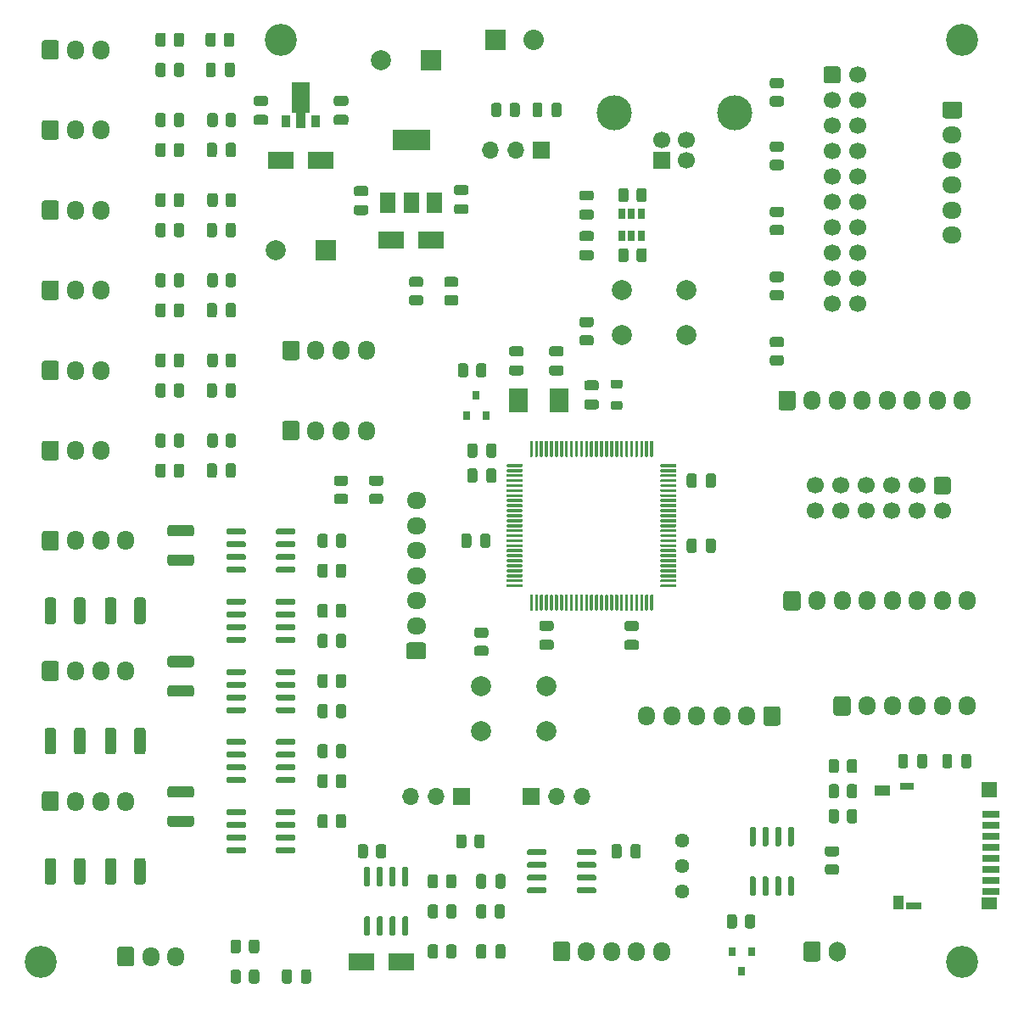
<source format=gbr>
%TF.GenerationSoftware,KiCad,Pcbnew,5.1.9-73d0e3b20d~88~ubuntu20.04.1*%
%TF.CreationDate,2021-04-20T13:41:42-04:00*%
%TF.ProjectId,control,636f6e74-726f-46c2-9e6b-696361645f70,rev?*%
%TF.SameCoordinates,Original*%
%TF.FileFunction,Soldermask,Top*%
%TF.FilePolarity,Negative*%
%FSLAX46Y46*%
G04 Gerber Fmt 4.6, Leading zero omitted, Abs format (unit mm)*
G04 Created by KiCad (PCBNEW 5.1.9-73d0e3b20d~88~ubuntu20.04.1) date 2021-04-20 13:41:42*
%MOMM*%
%LPD*%
G01*
G04 APERTURE LIST*
%ADD10C,1.700000*%
%ADD11R,1.550000X1.000000*%
%ADD12R,1.500000X1.500000*%
%ADD13R,1.750000X0.700000*%
%ADD14R,1.400000X0.800000*%
%ADD15R,1.000000X1.450000*%
%ADD16R,1.500000X0.800000*%
%ADD17R,1.500000X1.300000*%
%ADD18O,1.700000X1.950000*%
%ADD19O,1.950000X1.700000*%
%ADD20R,1.900000X2.400000*%
%ADD21C,3.200000*%
%ADD22O,1.700000X2.000000*%
%ADD23R,1.500000X2.000000*%
%ADD24R,3.800000X2.000000*%
%ADD25C,0.100000*%
%ADD26R,0.900000X1.300000*%
%ADD27R,0.650000X1.060000*%
%ADD28C,2.000000*%
%ADD29C,1.440000*%
%ADD30R,0.800000X0.900000*%
%ADD31O,1.700000X1.700000*%
%ADD32R,1.700000X1.700000*%
%ADD33C,3.500000*%
%ADD34C,2.032000*%
%ADD35R,2.032000X2.032000*%
%ADD36R,2.500000X1.800000*%
%ADD37R,2.000000X2.000000*%
G04 APERTURE END LIST*
%TO.C,R2*%
G36*
G01*
X82687500Y-39049999D02*
X82687500Y-39950001D01*
G75*
G02*
X82437501Y-40200000I-249999J0D01*
G01*
X81912499Y-40200000D01*
G75*
G02*
X81662500Y-39950001I0J249999D01*
G01*
X81662500Y-39049999D01*
G75*
G02*
X81912499Y-38800000I249999J0D01*
G01*
X82437501Y-38800000D01*
G75*
G02*
X82687500Y-39049999I0J-249999D01*
G01*
G37*
G36*
G01*
X84512500Y-39049999D02*
X84512500Y-39950001D01*
G75*
G02*
X84262501Y-40200000I-249999J0D01*
G01*
X83737499Y-40200000D01*
G75*
G02*
X83487500Y-39950001I0J249999D01*
G01*
X83487500Y-39049999D01*
G75*
G02*
X83737499Y-38800000I249999J0D01*
G01*
X84262501Y-38800000D01*
G75*
G02*
X84512500Y-39049999I0J-249999D01*
G01*
G37*
%TD*%
%TO.C,C4*%
G36*
G01*
X78975000Y-40050000D02*
X78025000Y-40050000D01*
G75*
G02*
X77775000Y-39800000I0J250000D01*
G01*
X77775000Y-39300000D01*
G75*
G02*
X78025000Y-39050000I250000J0D01*
G01*
X78975000Y-39050000D01*
G75*
G02*
X79225000Y-39300000I0J-250000D01*
G01*
X79225000Y-39800000D01*
G75*
G02*
X78975000Y-40050000I-250000J0D01*
G01*
G37*
G36*
G01*
X78975000Y-41950000D02*
X78025000Y-41950000D01*
G75*
G02*
X77775000Y-41700000I0J250000D01*
G01*
X77775000Y-41200000D01*
G75*
G02*
X78025000Y-40950000I250000J0D01*
G01*
X78975000Y-40950000D01*
G75*
G02*
X79225000Y-41200000I0J-250000D01*
G01*
X79225000Y-41700000D01*
G75*
G02*
X78975000Y-41950000I-250000J0D01*
G01*
G37*
%TD*%
D10*
%TO.C,J34*%
X101300000Y-71040000D03*
X103840000Y-71040000D03*
X106380000Y-71040000D03*
X108920000Y-71040000D03*
X111460000Y-71040000D03*
X114000000Y-71040000D03*
X101300000Y-68500000D03*
X103840000Y-68500000D03*
X106380000Y-68500000D03*
X108920000Y-68500000D03*
X111460000Y-68500000D03*
G36*
G01*
X113400000Y-67650000D02*
X114600000Y-67650000D01*
G75*
G02*
X114850000Y-67900000I0J-250000D01*
G01*
X114850000Y-69100000D01*
G75*
G02*
X114600000Y-69350000I-250000J0D01*
G01*
X113400000Y-69350000D01*
G75*
G02*
X113150000Y-69100000I0J250000D01*
G01*
X113150000Y-67900000D01*
G75*
G02*
X113400000Y-67650000I250000J0D01*
G01*
G37*
%TD*%
D11*
%TO.C,J33*%
X108050000Y-98925000D03*
D12*
X118725000Y-98875000D03*
D13*
X118850000Y-101325000D03*
X118850000Y-102425000D03*
X118850000Y-103525000D03*
X118850000Y-104625000D03*
X118850000Y-105725000D03*
X118850000Y-106825000D03*
X118850000Y-107925000D03*
D14*
X110475000Y-98525000D03*
D15*
X109625000Y-110150000D03*
D16*
X111125000Y-110475000D03*
D17*
X118725000Y-110225000D03*
D13*
X118850000Y-109025000D03*
%TD*%
D18*
%TO.C,J29*%
X116500000Y-80000000D03*
X114000000Y-80000000D03*
X111500000Y-80000000D03*
X109000000Y-80000000D03*
X106500000Y-80000000D03*
X104000000Y-80000000D03*
X101500000Y-80000000D03*
G36*
G01*
X98150000Y-80725000D02*
X98150000Y-79275000D01*
G75*
G02*
X98400000Y-79025000I250000J0D01*
G01*
X99600000Y-79025000D01*
G75*
G02*
X99850000Y-79275000I0J-250000D01*
G01*
X99850000Y-80725000D01*
G75*
G02*
X99600000Y-80975000I-250000J0D01*
G01*
X98400000Y-80975000D01*
G75*
G02*
X98150000Y-80725000I0J250000D01*
G01*
G37*
%TD*%
D19*
%TO.C,J25*%
X61500000Y-70000000D03*
X61500000Y-72500000D03*
X61500000Y-75000000D03*
X61500000Y-77500000D03*
X61500000Y-80000000D03*
X61500000Y-82500000D03*
G36*
G01*
X62225000Y-85850000D02*
X60775000Y-85850000D01*
G75*
G02*
X60525000Y-85600000I0J250000D01*
G01*
X60525000Y-84400000D01*
G75*
G02*
X60775000Y-84150000I250000J0D01*
G01*
X62225000Y-84150000D01*
G75*
G02*
X62475000Y-84400000I0J-250000D01*
G01*
X62475000Y-85600000D01*
G75*
G02*
X62225000Y-85850000I-250000J0D01*
G01*
G37*
%TD*%
D18*
%TO.C,J24*%
X116000000Y-60000000D03*
X113500000Y-60000000D03*
X111000000Y-60000000D03*
X108500000Y-60000000D03*
X106000000Y-60000000D03*
X103500000Y-60000000D03*
X101000000Y-60000000D03*
G36*
G01*
X97650000Y-60725000D02*
X97650000Y-59275000D01*
G75*
G02*
X97900000Y-59025000I250000J0D01*
G01*
X99100000Y-59025000D01*
G75*
G02*
X99350000Y-59275000I0J-250000D01*
G01*
X99350000Y-60725000D01*
G75*
G02*
X99100000Y-60975000I-250000J0D01*
G01*
X97900000Y-60975000D01*
G75*
G02*
X97650000Y-60725000I0J250000D01*
G01*
G37*
%TD*%
D20*
%TO.C,Y1*%
X71700000Y-60000000D03*
X75800000Y-60000000D03*
%TD*%
D18*
%TO.C,J12*%
X86000000Y-115000000D03*
X83500000Y-115000000D03*
X81000000Y-115000000D03*
X78500000Y-115000000D03*
G36*
G01*
X75150000Y-115725000D02*
X75150000Y-114275000D01*
G75*
G02*
X75400000Y-114025000I250000J0D01*
G01*
X76600000Y-114025000D01*
G75*
G02*
X76850000Y-114275000I0J-250000D01*
G01*
X76850000Y-115725000D01*
G75*
G02*
X76600000Y-115975000I-250000J0D01*
G01*
X75400000Y-115975000D01*
G75*
G02*
X75150000Y-115725000I0J250000D01*
G01*
G37*
%TD*%
D21*
%TO.C,REF\u002A\u002A*%
X116000000Y-116000000D03*
%TD*%
%TO.C,REF\u002A\u002A*%
X116000000Y-24000000D03*
%TD*%
%TO.C,REF\u002A\u002A*%
X48000000Y-24000000D03*
%TD*%
%TO.C,REF\u002A\u002A*%
X24000000Y-116000000D03*
%TD*%
D22*
%TO.C,J11*%
X103500000Y-115000000D03*
G36*
G01*
X100150000Y-115750000D02*
X100150000Y-114250000D01*
G75*
G02*
X100400000Y-114000000I250000J0D01*
G01*
X101600000Y-114000000D01*
G75*
G02*
X101850000Y-114250000I0J-250000D01*
G01*
X101850000Y-115750000D01*
G75*
G02*
X101600000Y-116000000I-250000J0D01*
G01*
X100400000Y-116000000D01*
G75*
G02*
X100150000Y-115750000I0J250000D01*
G01*
G37*
%TD*%
%TO.C,U5*%
G36*
G01*
X44500000Y-97755000D02*
X44500000Y-98055000D01*
G75*
G02*
X44350000Y-98205000I-150000J0D01*
G01*
X42700000Y-98205000D01*
G75*
G02*
X42550000Y-98055000I0J150000D01*
G01*
X42550000Y-97755000D01*
G75*
G02*
X42700000Y-97605000I150000J0D01*
G01*
X44350000Y-97605000D01*
G75*
G02*
X44500000Y-97755000I0J-150000D01*
G01*
G37*
G36*
G01*
X44500000Y-96485000D02*
X44500000Y-96785000D01*
G75*
G02*
X44350000Y-96935000I-150000J0D01*
G01*
X42700000Y-96935000D01*
G75*
G02*
X42550000Y-96785000I0J150000D01*
G01*
X42550000Y-96485000D01*
G75*
G02*
X42700000Y-96335000I150000J0D01*
G01*
X44350000Y-96335000D01*
G75*
G02*
X44500000Y-96485000I0J-150000D01*
G01*
G37*
G36*
G01*
X44500000Y-95215000D02*
X44500000Y-95515000D01*
G75*
G02*
X44350000Y-95665000I-150000J0D01*
G01*
X42700000Y-95665000D01*
G75*
G02*
X42550000Y-95515000I0J150000D01*
G01*
X42550000Y-95215000D01*
G75*
G02*
X42700000Y-95065000I150000J0D01*
G01*
X44350000Y-95065000D01*
G75*
G02*
X44500000Y-95215000I0J-150000D01*
G01*
G37*
G36*
G01*
X44500000Y-93945000D02*
X44500000Y-94245000D01*
G75*
G02*
X44350000Y-94395000I-150000J0D01*
G01*
X42700000Y-94395000D01*
G75*
G02*
X42550000Y-94245000I0J150000D01*
G01*
X42550000Y-93945000D01*
G75*
G02*
X42700000Y-93795000I150000J0D01*
G01*
X44350000Y-93795000D01*
G75*
G02*
X44500000Y-93945000I0J-150000D01*
G01*
G37*
G36*
G01*
X49450000Y-93945000D02*
X49450000Y-94245000D01*
G75*
G02*
X49300000Y-94395000I-150000J0D01*
G01*
X47650000Y-94395000D01*
G75*
G02*
X47500000Y-94245000I0J150000D01*
G01*
X47500000Y-93945000D01*
G75*
G02*
X47650000Y-93795000I150000J0D01*
G01*
X49300000Y-93795000D01*
G75*
G02*
X49450000Y-93945000I0J-150000D01*
G01*
G37*
G36*
G01*
X49450000Y-95215000D02*
X49450000Y-95515000D01*
G75*
G02*
X49300000Y-95665000I-150000J0D01*
G01*
X47650000Y-95665000D01*
G75*
G02*
X47500000Y-95515000I0J150000D01*
G01*
X47500000Y-95215000D01*
G75*
G02*
X47650000Y-95065000I150000J0D01*
G01*
X49300000Y-95065000D01*
G75*
G02*
X49450000Y-95215000I0J-150000D01*
G01*
G37*
G36*
G01*
X49450000Y-96485000D02*
X49450000Y-96785000D01*
G75*
G02*
X49300000Y-96935000I-150000J0D01*
G01*
X47650000Y-96935000D01*
G75*
G02*
X47500000Y-96785000I0J150000D01*
G01*
X47500000Y-96485000D01*
G75*
G02*
X47650000Y-96335000I150000J0D01*
G01*
X49300000Y-96335000D01*
G75*
G02*
X49450000Y-96485000I0J-150000D01*
G01*
G37*
G36*
G01*
X49450000Y-97755000D02*
X49450000Y-98055000D01*
G75*
G02*
X49300000Y-98205000I-150000J0D01*
G01*
X47650000Y-98205000D01*
G75*
G02*
X47500000Y-98055000I0J150000D01*
G01*
X47500000Y-97755000D01*
G75*
G02*
X47650000Y-97605000I150000J0D01*
G01*
X49300000Y-97605000D01*
G75*
G02*
X49450000Y-97755000I0J-150000D01*
G01*
G37*
%TD*%
%TO.C,U4*%
G36*
G01*
X44500000Y-90755000D02*
X44500000Y-91055000D01*
G75*
G02*
X44350000Y-91205000I-150000J0D01*
G01*
X42700000Y-91205000D01*
G75*
G02*
X42550000Y-91055000I0J150000D01*
G01*
X42550000Y-90755000D01*
G75*
G02*
X42700000Y-90605000I150000J0D01*
G01*
X44350000Y-90605000D01*
G75*
G02*
X44500000Y-90755000I0J-150000D01*
G01*
G37*
G36*
G01*
X44500000Y-89485000D02*
X44500000Y-89785000D01*
G75*
G02*
X44350000Y-89935000I-150000J0D01*
G01*
X42700000Y-89935000D01*
G75*
G02*
X42550000Y-89785000I0J150000D01*
G01*
X42550000Y-89485000D01*
G75*
G02*
X42700000Y-89335000I150000J0D01*
G01*
X44350000Y-89335000D01*
G75*
G02*
X44500000Y-89485000I0J-150000D01*
G01*
G37*
G36*
G01*
X44500000Y-88215000D02*
X44500000Y-88515000D01*
G75*
G02*
X44350000Y-88665000I-150000J0D01*
G01*
X42700000Y-88665000D01*
G75*
G02*
X42550000Y-88515000I0J150000D01*
G01*
X42550000Y-88215000D01*
G75*
G02*
X42700000Y-88065000I150000J0D01*
G01*
X44350000Y-88065000D01*
G75*
G02*
X44500000Y-88215000I0J-150000D01*
G01*
G37*
G36*
G01*
X44500000Y-86945000D02*
X44500000Y-87245000D01*
G75*
G02*
X44350000Y-87395000I-150000J0D01*
G01*
X42700000Y-87395000D01*
G75*
G02*
X42550000Y-87245000I0J150000D01*
G01*
X42550000Y-86945000D01*
G75*
G02*
X42700000Y-86795000I150000J0D01*
G01*
X44350000Y-86795000D01*
G75*
G02*
X44500000Y-86945000I0J-150000D01*
G01*
G37*
G36*
G01*
X49450000Y-86945000D02*
X49450000Y-87245000D01*
G75*
G02*
X49300000Y-87395000I-150000J0D01*
G01*
X47650000Y-87395000D01*
G75*
G02*
X47500000Y-87245000I0J150000D01*
G01*
X47500000Y-86945000D01*
G75*
G02*
X47650000Y-86795000I150000J0D01*
G01*
X49300000Y-86795000D01*
G75*
G02*
X49450000Y-86945000I0J-150000D01*
G01*
G37*
G36*
G01*
X49450000Y-88215000D02*
X49450000Y-88515000D01*
G75*
G02*
X49300000Y-88665000I-150000J0D01*
G01*
X47650000Y-88665000D01*
G75*
G02*
X47500000Y-88515000I0J150000D01*
G01*
X47500000Y-88215000D01*
G75*
G02*
X47650000Y-88065000I150000J0D01*
G01*
X49300000Y-88065000D01*
G75*
G02*
X49450000Y-88215000I0J-150000D01*
G01*
G37*
G36*
G01*
X49450000Y-89485000D02*
X49450000Y-89785000D01*
G75*
G02*
X49300000Y-89935000I-150000J0D01*
G01*
X47650000Y-89935000D01*
G75*
G02*
X47500000Y-89785000I0J150000D01*
G01*
X47500000Y-89485000D01*
G75*
G02*
X47650000Y-89335000I150000J0D01*
G01*
X49300000Y-89335000D01*
G75*
G02*
X49450000Y-89485000I0J-150000D01*
G01*
G37*
G36*
G01*
X49450000Y-90755000D02*
X49450000Y-91055000D01*
G75*
G02*
X49300000Y-91205000I-150000J0D01*
G01*
X47650000Y-91205000D01*
G75*
G02*
X47500000Y-91055000I0J150000D01*
G01*
X47500000Y-90755000D01*
G75*
G02*
X47650000Y-90605000I150000J0D01*
G01*
X49300000Y-90605000D01*
G75*
G02*
X49450000Y-90755000I0J-150000D01*
G01*
G37*
%TD*%
%TO.C,U2*%
G36*
G01*
X44500000Y-76755000D02*
X44500000Y-77055000D01*
G75*
G02*
X44350000Y-77205000I-150000J0D01*
G01*
X42700000Y-77205000D01*
G75*
G02*
X42550000Y-77055000I0J150000D01*
G01*
X42550000Y-76755000D01*
G75*
G02*
X42700000Y-76605000I150000J0D01*
G01*
X44350000Y-76605000D01*
G75*
G02*
X44500000Y-76755000I0J-150000D01*
G01*
G37*
G36*
G01*
X44500000Y-75485000D02*
X44500000Y-75785000D01*
G75*
G02*
X44350000Y-75935000I-150000J0D01*
G01*
X42700000Y-75935000D01*
G75*
G02*
X42550000Y-75785000I0J150000D01*
G01*
X42550000Y-75485000D01*
G75*
G02*
X42700000Y-75335000I150000J0D01*
G01*
X44350000Y-75335000D01*
G75*
G02*
X44500000Y-75485000I0J-150000D01*
G01*
G37*
G36*
G01*
X44500000Y-74215000D02*
X44500000Y-74515000D01*
G75*
G02*
X44350000Y-74665000I-150000J0D01*
G01*
X42700000Y-74665000D01*
G75*
G02*
X42550000Y-74515000I0J150000D01*
G01*
X42550000Y-74215000D01*
G75*
G02*
X42700000Y-74065000I150000J0D01*
G01*
X44350000Y-74065000D01*
G75*
G02*
X44500000Y-74215000I0J-150000D01*
G01*
G37*
G36*
G01*
X44500000Y-72945000D02*
X44500000Y-73245000D01*
G75*
G02*
X44350000Y-73395000I-150000J0D01*
G01*
X42700000Y-73395000D01*
G75*
G02*
X42550000Y-73245000I0J150000D01*
G01*
X42550000Y-72945000D01*
G75*
G02*
X42700000Y-72795000I150000J0D01*
G01*
X44350000Y-72795000D01*
G75*
G02*
X44500000Y-72945000I0J-150000D01*
G01*
G37*
G36*
G01*
X49450000Y-72945000D02*
X49450000Y-73245000D01*
G75*
G02*
X49300000Y-73395000I-150000J0D01*
G01*
X47650000Y-73395000D01*
G75*
G02*
X47500000Y-73245000I0J150000D01*
G01*
X47500000Y-72945000D01*
G75*
G02*
X47650000Y-72795000I150000J0D01*
G01*
X49300000Y-72795000D01*
G75*
G02*
X49450000Y-72945000I0J-150000D01*
G01*
G37*
G36*
G01*
X49450000Y-74215000D02*
X49450000Y-74515000D01*
G75*
G02*
X49300000Y-74665000I-150000J0D01*
G01*
X47650000Y-74665000D01*
G75*
G02*
X47500000Y-74515000I0J150000D01*
G01*
X47500000Y-74215000D01*
G75*
G02*
X47650000Y-74065000I150000J0D01*
G01*
X49300000Y-74065000D01*
G75*
G02*
X49450000Y-74215000I0J-150000D01*
G01*
G37*
G36*
G01*
X49450000Y-75485000D02*
X49450000Y-75785000D01*
G75*
G02*
X49300000Y-75935000I-150000J0D01*
G01*
X47650000Y-75935000D01*
G75*
G02*
X47500000Y-75785000I0J150000D01*
G01*
X47500000Y-75485000D01*
G75*
G02*
X47650000Y-75335000I150000J0D01*
G01*
X49300000Y-75335000D01*
G75*
G02*
X49450000Y-75485000I0J-150000D01*
G01*
G37*
G36*
G01*
X49450000Y-76755000D02*
X49450000Y-77055000D01*
G75*
G02*
X49300000Y-77205000I-150000J0D01*
G01*
X47650000Y-77205000D01*
G75*
G02*
X47500000Y-77055000I0J150000D01*
G01*
X47500000Y-76755000D01*
G75*
G02*
X47650000Y-76605000I150000J0D01*
G01*
X49300000Y-76605000D01*
G75*
G02*
X49450000Y-76755000I0J-150000D01*
G01*
G37*
%TD*%
%TO.C,U3*%
G36*
G01*
X44500000Y-83755000D02*
X44500000Y-84055000D01*
G75*
G02*
X44350000Y-84205000I-150000J0D01*
G01*
X42700000Y-84205000D01*
G75*
G02*
X42550000Y-84055000I0J150000D01*
G01*
X42550000Y-83755000D01*
G75*
G02*
X42700000Y-83605000I150000J0D01*
G01*
X44350000Y-83605000D01*
G75*
G02*
X44500000Y-83755000I0J-150000D01*
G01*
G37*
G36*
G01*
X44500000Y-82485000D02*
X44500000Y-82785000D01*
G75*
G02*
X44350000Y-82935000I-150000J0D01*
G01*
X42700000Y-82935000D01*
G75*
G02*
X42550000Y-82785000I0J150000D01*
G01*
X42550000Y-82485000D01*
G75*
G02*
X42700000Y-82335000I150000J0D01*
G01*
X44350000Y-82335000D01*
G75*
G02*
X44500000Y-82485000I0J-150000D01*
G01*
G37*
G36*
G01*
X44500000Y-81215000D02*
X44500000Y-81515000D01*
G75*
G02*
X44350000Y-81665000I-150000J0D01*
G01*
X42700000Y-81665000D01*
G75*
G02*
X42550000Y-81515000I0J150000D01*
G01*
X42550000Y-81215000D01*
G75*
G02*
X42700000Y-81065000I150000J0D01*
G01*
X44350000Y-81065000D01*
G75*
G02*
X44500000Y-81215000I0J-150000D01*
G01*
G37*
G36*
G01*
X44500000Y-79945000D02*
X44500000Y-80245000D01*
G75*
G02*
X44350000Y-80395000I-150000J0D01*
G01*
X42700000Y-80395000D01*
G75*
G02*
X42550000Y-80245000I0J150000D01*
G01*
X42550000Y-79945000D01*
G75*
G02*
X42700000Y-79795000I150000J0D01*
G01*
X44350000Y-79795000D01*
G75*
G02*
X44500000Y-79945000I0J-150000D01*
G01*
G37*
G36*
G01*
X49450000Y-79945000D02*
X49450000Y-80245000D01*
G75*
G02*
X49300000Y-80395000I-150000J0D01*
G01*
X47650000Y-80395000D01*
G75*
G02*
X47500000Y-80245000I0J150000D01*
G01*
X47500000Y-79945000D01*
G75*
G02*
X47650000Y-79795000I150000J0D01*
G01*
X49300000Y-79795000D01*
G75*
G02*
X49450000Y-79945000I0J-150000D01*
G01*
G37*
G36*
G01*
X49450000Y-81215000D02*
X49450000Y-81515000D01*
G75*
G02*
X49300000Y-81665000I-150000J0D01*
G01*
X47650000Y-81665000D01*
G75*
G02*
X47500000Y-81515000I0J150000D01*
G01*
X47500000Y-81215000D01*
G75*
G02*
X47650000Y-81065000I150000J0D01*
G01*
X49300000Y-81065000D01*
G75*
G02*
X49450000Y-81215000I0J-150000D01*
G01*
G37*
G36*
G01*
X49450000Y-82485000D02*
X49450000Y-82785000D01*
G75*
G02*
X49300000Y-82935000I-150000J0D01*
G01*
X47650000Y-82935000D01*
G75*
G02*
X47500000Y-82785000I0J150000D01*
G01*
X47500000Y-82485000D01*
G75*
G02*
X47650000Y-82335000I150000J0D01*
G01*
X49300000Y-82335000D01*
G75*
G02*
X49450000Y-82485000I0J-150000D01*
G01*
G37*
G36*
G01*
X49450000Y-83755000D02*
X49450000Y-84055000D01*
G75*
G02*
X49300000Y-84205000I-150000J0D01*
G01*
X47650000Y-84205000D01*
G75*
G02*
X47500000Y-84055000I0J150000D01*
G01*
X47500000Y-83755000D01*
G75*
G02*
X47650000Y-83605000I150000J0D01*
G01*
X49300000Y-83605000D01*
G75*
G02*
X49450000Y-83755000I0J-150000D01*
G01*
G37*
%TD*%
%TO.C,U14*%
G36*
G01*
X85950000Y-66350000D02*
X87400000Y-66350000D01*
G75*
G02*
X87475000Y-66425000I0J-75000D01*
G01*
X87475000Y-66575000D01*
G75*
G02*
X87400000Y-66650000I-75000J0D01*
G01*
X85950000Y-66650000D01*
G75*
G02*
X85875000Y-66575000I0J75000D01*
G01*
X85875000Y-66425000D01*
G75*
G02*
X85950000Y-66350000I75000J0D01*
G01*
G37*
G36*
G01*
X85950000Y-66850000D02*
X87400000Y-66850000D01*
G75*
G02*
X87475000Y-66925000I0J-75000D01*
G01*
X87475000Y-67075000D01*
G75*
G02*
X87400000Y-67150000I-75000J0D01*
G01*
X85950000Y-67150000D01*
G75*
G02*
X85875000Y-67075000I0J75000D01*
G01*
X85875000Y-66925000D01*
G75*
G02*
X85950000Y-66850000I75000J0D01*
G01*
G37*
G36*
G01*
X85950000Y-67350000D02*
X87400000Y-67350000D01*
G75*
G02*
X87475000Y-67425000I0J-75000D01*
G01*
X87475000Y-67575000D01*
G75*
G02*
X87400000Y-67650000I-75000J0D01*
G01*
X85950000Y-67650000D01*
G75*
G02*
X85875000Y-67575000I0J75000D01*
G01*
X85875000Y-67425000D01*
G75*
G02*
X85950000Y-67350000I75000J0D01*
G01*
G37*
G36*
G01*
X85950000Y-67850000D02*
X87400000Y-67850000D01*
G75*
G02*
X87475000Y-67925000I0J-75000D01*
G01*
X87475000Y-68075000D01*
G75*
G02*
X87400000Y-68150000I-75000J0D01*
G01*
X85950000Y-68150000D01*
G75*
G02*
X85875000Y-68075000I0J75000D01*
G01*
X85875000Y-67925000D01*
G75*
G02*
X85950000Y-67850000I75000J0D01*
G01*
G37*
G36*
G01*
X85950000Y-68350000D02*
X87400000Y-68350000D01*
G75*
G02*
X87475000Y-68425000I0J-75000D01*
G01*
X87475000Y-68575000D01*
G75*
G02*
X87400000Y-68650000I-75000J0D01*
G01*
X85950000Y-68650000D01*
G75*
G02*
X85875000Y-68575000I0J75000D01*
G01*
X85875000Y-68425000D01*
G75*
G02*
X85950000Y-68350000I75000J0D01*
G01*
G37*
G36*
G01*
X85950000Y-68850000D02*
X87400000Y-68850000D01*
G75*
G02*
X87475000Y-68925000I0J-75000D01*
G01*
X87475000Y-69075000D01*
G75*
G02*
X87400000Y-69150000I-75000J0D01*
G01*
X85950000Y-69150000D01*
G75*
G02*
X85875000Y-69075000I0J75000D01*
G01*
X85875000Y-68925000D01*
G75*
G02*
X85950000Y-68850000I75000J0D01*
G01*
G37*
G36*
G01*
X85950000Y-69350000D02*
X87400000Y-69350000D01*
G75*
G02*
X87475000Y-69425000I0J-75000D01*
G01*
X87475000Y-69575000D01*
G75*
G02*
X87400000Y-69650000I-75000J0D01*
G01*
X85950000Y-69650000D01*
G75*
G02*
X85875000Y-69575000I0J75000D01*
G01*
X85875000Y-69425000D01*
G75*
G02*
X85950000Y-69350000I75000J0D01*
G01*
G37*
G36*
G01*
X85950000Y-69850000D02*
X87400000Y-69850000D01*
G75*
G02*
X87475000Y-69925000I0J-75000D01*
G01*
X87475000Y-70075000D01*
G75*
G02*
X87400000Y-70150000I-75000J0D01*
G01*
X85950000Y-70150000D01*
G75*
G02*
X85875000Y-70075000I0J75000D01*
G01*
X85875000Y-69925000D01*
G75*
G02*
X85950000Y-69850000I75000J0D01*
G01*
G37*
G36*
G01*
X85950000Y-70350000D02*
X87400000Y-70350000D01*
G75*
G02*
X87475000Y-70425000I0J-75000D01*
G01*
X87475000Y-70575000D01*
G75*
G02*
X87400000Y-70650000I-75000J0D01*
G01*
X85950000Y-70650000D01*
G75*
G02*
X85875000Y-70575000I0J75000D01*
G01*
X85875000Y-70425000D01*
G75*
G02*
X85950000Y-70350000I75000J0D01*
G01*
G37*
G36*
G01*
X85950000Y-70850000D02*
X87400000Y-70850000D01*
G75*
G02*
X87475000Y-70925000I0J-75000D01*
G01*
X87475000Y-71075000D01*
G75*
G02*
X87400000Y-71150000I-75000J0D01*
G01*
X85950000Y-71150000D01*
G75*
G02*
X85875000Y-71075000I0J75000D01*
G01*
X85875000Y-70925000D01*
G75*
G02*
X85950000Y-70850000I75000J0D01*
G01*
G37*
G36*
G01*
X85950000Y-71350000D02*
X87400000Y-71350000D01*
G75*
G02*
X87475000Y-71425000I0J-75000D01*
G01*
X87475000Y-71575000D01*
G75*
G02*
X87400000Y-71650000I-75000J0D01*
G01*
X85950000Y-71650000D01*
G75*
G02*
X85875000Y-71575000I0J75000D01*
G01*
X85875000Y-71425000D01*
G75*
G02*
X85950000Y-71350000I75000J0D01*
G01*
G37*
G36*
G01*
X85950000Y-71850000D02*
X87400000Y-71850000D01*
G75*
G02*
X87475000Y-71925000I0J-75000D01*
G01*
X87475000Y-72075000D01*
G75*
G02*
X87400000Y-72150000I-75000J0D01*
G01*
X85950000Y-72150000D01*
G75*
G02*
X85875000Y-72075000I0J75000D01*
G01*
X85875000Y-71925000D01*
G75*
G02*
X85950000Y-71850000I75000J0D01*
G01*
G37*
G36*
G01*
X85950000Y-72350000D02*
X87400000Y-72350000D01*
G75*
G02*
X87475000Y-72425000I0J-75000D01*
G01*
X87475000Y-72575000D01*
G75*
G02*
X87400000Y-72650000I-75000J0D01*
G01*
X85950000Y-72650000D01*
G75*
G02*
X85875000Y-72575000I0J75000D01*
G01*
X85875000Y-72425000D01*
G75*
G02*
X85950000Y-72350000I75000J0D01*
G01*
G37*
G36*
G01*
X85950000Y-72850000D02*
X87400000Y-72850000D01*
G75*
G02*
X87475000Y-72925000I0J-75000D01*
G01*
X87475000Y-73075000D01*
G75*
G02*
X87400000Y-73150000I-75000J0D01*
G01*
X85950000Y-73150000D01*
G75*
G02*
X85875000Y-73075000I0J75000D01*
G01*
X85875000Y-72925000D01*
G75*
G02*
X85950000Y-72850000I75000J0D01*
G01*
G37*
G36*
G01*
X85950000Y-73350000D02*
X87400000Y-73350000D01*
G75*
G02*
X87475000Y-73425000I0J-75000D01*
G01*
X87475000Y-73575000D01*
G75*
G02*
X87400000Y-73650000I-75000J0D01*
G01*
X85950000Y-73650000D01*
G75*
G02*
X85875000Y-73575000I0J75000D01*
G01*
X85875000Y-73425000D01*
G75*
G02*
X85950000Y-73350000I75000J0D01*
G01*
G37*
G36*
G01*
X85950000Y-73850000D02*
X87400000Y-73850000D01*
G75*
G02*
X87475000Y-73925000I0J-75000D01*
G01*
X87475000Y-74075000D01*
G75*
G02*
X87400000Y-74150000I-75000J0D01*
G01*
X85950000Y-74150000D01*
G75*
G02*
X85875000Y-74075000I0J75000D01*
G01*
X85875000Y-73925000D01*
G75*
G02*
X85950000Y-73850000I75000J0D01*
G01*
G37*
G36*
G01*
X85950000Y-74350000D02*
X87400000Y-74350000D01*
G75*
G02*
X87475000Y-74425000I0J-75000D01*
G01*
X87475000Y-74575000D01*
G75*
G02*
X87400000Y-74650000I-75000J0D01*
G01*
X85950000Y-74650000D01*
G75*
G02*
X85875000Y-74575000I0J75000D01*
G01*
X85875000Y-74425000D01*
G75*
G02*
X85950000Y-74350000I75000J0D01*
G01*
G37*
G36*
G01*
X85950000Y-74850000D02*
X87400000Y-74850000D01*
G75*
G02*
X87475000Y-74925000I0J-75000D01*
G01*
X87475000Y-75075000D01*
G75*
G02*
X87400000Y-75150000I-75000J0D01*
G01*
X85950000Y-75150000D01*
G75*
G02*
X85875000Y-75075000I0J75000D01*
G01*
X85875000Y-74925000D01*
G75*
G02*
X85950000Y-74850000I75000J0D01*
G01*
G37*
G36*
G01*
X85950000Y-75350000D02*
X87400000Y-75350000D01*
G75*
G02*
X87475000Y-75425000I0J-75000D01*
G01*
X87475000Y-75575000D01*
G75*
G02*
X87400000Y-75650000I-75000J0D01*
G01*
X85950000Y-75650000D01*
G75*
G02*
X85875000Y-75575000I0J75000D01*
G01*
X85875000Y-75425000D01*
G75*
G02*
X85950000Y-75350000I75000J0D01*
G01*
G37*
G36*
G01*
X85950000Y-75850000D02*
X87400000Y-75850000D01*
G75*
G02*
X87475000Y-75925000I0J-75000D01*
G01*
X87475000Y-76075000D01*
G75*
G02*
X87400000Y-76150000I-75000J0D01*
G01*
X85950000Y-76150000D01*
G75*
G02*
X85875000Y-76075000I0J75000D01*
G01*
X85875000Y-75925000D01*
G75*
G02*
X85950000Y-75850000I75000J0D01*
G01*
G37*
G36*
G01*
X85950000Y-76350000D02*
X87400000Y-76350000D01*
G75*
G02*
X87475000Y-76425000I0J-75000D01*
G01*
X87475000Y-76575000D01*
G75*
G02*
X87400000Y-76650000I-75000J0D01*
G01*
X85950000Y-76650000D01*
G75*
G02*
X85875000Y-76575000I0J75000D01*
G01*
X85875000Y-76425000D01*
G75*
G02*
X85950000Y-76350000I75000J0D01*
G01*
G37*
G36*
G01*
X85950000Y-76850000D02*
X87400000Y-76850000D01*
G75*
G02*
X87475000Y-76925000I0J-75000D01*
G01*
X87475000Y-77075000D01*
G75*
G02*
X87400000Y-77150000I-75000J0D01*
G01*
X85950000Y-77150000D01*
G75*
G02*
X85875000Y-77075000I0J75000D01*
G01*
X85875000Y-76925000D01*
G75*
G02*
X85950000Y-76850000I75000J0D01*
G01*
G37*
G36*
G01*
X85950000Y-77350000D02*
X87400000Y-77350000D01*
G75*
G02*
X87475000Y-77425000I0J-75000D01*
G01*
X87475000Y-77575000D01*
G75*
G02*
X87400000Y-77650000I-75000J0D01*
G01*
X85950000Y-77650000D01*
G75*
G02*
X85875000Y-77575000I0J75000D01*
G01*
X85875000Y-77425000D01*
G75*
G02*
X85950000Y-77350000I75000J0D01*
G01*
G37*
G36*
G01*
X85950000Y-77850000D02*
X87400000Y-77850000D01*
G75*
G02*
X87475000Y-77925000I0J-75000D01*
G01*
X87475000Y-78075000D01*
G75*
G02*
X87400000Y-78150000I-75000J0D01*
G01*
X85950000Y-78150000D01*
G75*
G02*
X85875000Y-78075000I0J75000D01*
G01*
X85875000Y-77925000D01*
G75*
G02*
X85950000Y-77850000I75000J0D01*
G01*
G37*
G36*
G01*
X85950000Y-78350000D02*
X87400000Y-78350000D01*
G75*
G02*
X87475000Y-78425000I0J-75000D01*
G01*
X87475000Y-78575000D01*
G75*
G02*
X87400000Y-78650000I-75000J0D01*
G01*
X85950000Y-78650000D01*
G75*
G02*
X85875000Y-78575000I0J75000D01*
G01*
X85875000Y-78425000D01*
G75*
G02*
X85950000Y-78350000I75000J0D01*
G01*
G37*
G36*
G01*
X84925000Y-79375000D02*
X85075000Y-79375000D01*
G75*
G02*
X85150000Y-79450000I0J-75000D01*
G01*
X85150000Y-80900000D01*
G75*
G02*
X85075000Y-80975000I-75000J0D01*
G01*
X84925000Y-80975000D01*
G75*
G02*
X84850000Y-80900000I0J75000D01*
G01*
X84850000Y-79450000D01*
G75*
G02*
X84925000Y-79375000I75000J0D01*
G01*
G37*
G36*
G01*
X84425000Y-79375000D02*
X84575000Y-79375000D01*
G75*
G02*
X84650000Y-79450000I0J-75000D01*
G01*
X84650000Y-80900000D01*
G75*
G02*
X84575000Y-80975000I-75000J0D01*
G01*
X84425000Y-80975000D01*
G75*
G02*
X84350000Y-80900000I0J75000D01*
G01*
X84350000Y-79450000D01*
G75*
G02*
X84425000Y-79375000I75000J0D01*
G01*
G37*
G36*
G01*
X83925000Y-79375000D02*
X84075000Y-79375000D01*
G75*
G02*
X84150000Y-79450000I0J-75000D01*
G01*
X84150000Y-80900000D01*
G75*
G02*
X84075000Y-80975000I-75000J0D01*
G01*
X83925000Y-80975000D01*
G75*
G02*
X83850000Y-80900000I0J75000D01*
G01*
X83850000Y-79450000D01*
G75*
G02*
X83925000Y-79375000I75000J0D01*
G01*
G37*
G36*
G01*
X83425000Y-79375000D02*
X83575000Y-79375000D01*
G75*
G02*
X83650000Y-79450000I0J-75000D01*
G01*
X83650000Y-80900000D01*
G75*
G02*
X83575000Y-80975000I-75000J0D01*
G01*
X83425000Y-80975000D01*
G75*
G02*
X83350000Y-80900000I0J75000D01*
G01*
X83350000Y-79450000D01*
G75*
G02*
X83425000Y-79375000I75000J0D01*
G01*
G37*
G36*
G01*
X82925000Y-79375000D02*
X83075000Y-79375000D01*
G75*
G02*
X83150000Y-79450000I0J-75000D01*
G01*
X83150000Y-80900000D01*
G75*
G02*
X83075000Y-80975000I-75000J0D01*
G01*
X82925000Y-80975000D01*
G75*
G02*
X82850000Y-80900000I0J75000D01*
G01*
X82850000Y-79450000D01*
G75*
G02*
X82925000Y-79375000I75000J0D01*
G01*
G37*
G36*
G01*
X82425000Y-79375000D02*
X82575000Y-79375000D01*
G75*
G02*
X82650000Y-79450000I0J-75000D01*
G01*
X82650000Y-80900000D01*
G75*
G02*
X82575000Y-80975000I-75000J0D01*
G01*
X82425000Y-80975000D01*
G75*
G02*
X82350000Y-80900000I0J75000D01*
G01*
X82350000Y-79450000D01*
G75*
G02*
X82425000Y-79375000I75000J0D01*
G01*
G37*
G36*
G01*
X81925000Y-79375000D02*
X82075000Y-79375000D01*
G75*
G02*
X82150000Y-79450000I0J-75000D01*
G01*
X82150000Y-80900000D01*
G75*
G02*
X82075000Y-80975000I-75000J0D01*
G01*
X81925000Y-80975000D01*
G75*
G02*
X81850000Y-80900000I0J75000D01*
G01*
X81850000Y-79450000D01*
G75*
G02*
X81925000Y-79375000I75000J0D01*
G01*
G37*
G36*
G01*
X81425000Y-79375000D02*
X81575000Y-79375000D01*
G75*
G02*
X81650000Y-79450000I0J-75000D01*
G01*
X81650000Y-80900000D01*
G75*
G02*
X81575000Y-80975000I-75000J0D01*
G01*
X81425000Y-80975000D01*
G75*
G02*
X81350000Y-80900000I0J75000D01*
G01*
X81350000Y-79450000D01*
G75*
G02*
X81425000Y-79375000I75000J0D01*
G01*
G37*
G36*
G01*
X80925000Y-79375000D02*
X81075000Y-79375000D01*
G75*
G02*
X81150000Y-79450000I0J-75000D01*
G01*
X81150000Y-80900000D01*
G75*
G02*
X81075000Y-80975000I-75000J0D01*
G01*
X80925000Y-80975000D01*
G75*
G02*
X80850000Y-80900000I0J75000D01*
G01*
X80850000Y-79450000D01*
G75*
G02*
X80925000Y-79375000I75000J0D01*
G01*
G37*
G36*
G01*
X80425000Y-79375000D02*
X80575000Y-79375000D01*
G75*
G02*
X80650000Y-79450000I0J-75000D01*
G01*
X80650000Y-80900000D01*
G75*
G02*
X80575000Y-80975000I-75000J0D01*
G01*
X80425000Y-80975000D01*
G75*
G02*
X80350000Y-80900000I0J75000D01*
G01*
X80350000Y-79450000D01*
G75*
G02*
X80425000Y-79375000I75000J0D01*
G01*
G37*
G36*
G01*
X79925000Y-79375000D02*
X80075000Y-79375000D01*
G75*
G02*
X80150000Y-79450000I0J-75000D01*
G01*
X80150000Y-80900000D01*
G75*
G02*
X80075000Y-80975000I-75000J0D01*
G01*
X79925000Y-80975000D01*
G75*
G02*
X79850000Y-80900000I0J75000D01*
G01*
X79850000Y-79450000D01*
G75*
G02*
X79925000Y-79375000I75000J0D01*
G01*
G37*
G36*
G01*
X79425000Y-79375000D02*
X79575000Y-79375000D01*
G75*
G02*
X79650000Y-79450000I0J-75000D01*
G01*
X79650000Y-80900000D01*
G75*
G02*
X79575000Y-80975000I-75000J0D01*
G01*
X79425000Y-80975000D01*
G75*
G02*
X79350000Y-80900000I0J75000D01*
G01*
X79350000Y-79450000D01*
G75*
G02*
X79425000Y-79375000I75000J0D01*
G01*
G37*
G36*
G01*
X78925000Y-79375000D02*
X79075000Y-79375000D01*
G75*
G02*
X79150000Y-79450000I0J-75000D01*
G01*
X79150000Y-80900000D01*
G75*
G02*
X79075000Y-80975000I-75000J0D01*
G01*
X78925000Y-80975000D01*
G75*
G02*
X78850000Y-80900000I0J75000D01*
G01*
X78850000Y-79450000D01*
G75*
G02*
X78925000Y-79375000I75000J0D01*
G01*
G37*
G36*
G01*
X78425000Y-79375000D02*
X78575000Y-79375000D01*
G75*
G02*
X78650000Y-79450000I0J-75000D01*
G01*
X78650000Y-80900000D01*
G75*
G02*
X78575000Y-80975000I-75000J0D01*
G01*
X78425000Y-80975000D01*
G75*
G02*
X78350000Y-80900000I0J75000D01*
G01*
X78350000Y-79450000D01*
G75*
G02*
X78425000Y-79375000I75000J0D01*
G01*
G37*
G36*
G01*
X77925000Y-79375000D02*
X78075000Y-79375000D01*
G75*
G02*
X78150000Y-79450000I0J-75000D01*
G01*
X78150000Y-80900000D01*
G75*
G02*
X78075000Y-80975000I-75000J0D01*
G01*
X77925000Y-80975000D01*
G75*
G02*
X77850000Y-80900000I0J75000D01*
G01*
X77850000Y-79450000D01*
G75*
G02*
X77925000Y-79375000I75000J0D01*
G01*
G37*
G36*
G01*
X77425000Y-79375000D02*
X77575000Y-79375000D01*
G75*
G02*
X77650000Y-79450000I0J-75000D01*
G01*
X77650000Y-80900000D01*
G75*
G02*
X77575000Y-80975000I-75000J0D01*
G01*
X77425000Y-80975000D01*
G75*
G02*
X77350000Y-80900000I0J75000D01*
G01*
X77350000Y-79450000D01*
G75*
G02*
X77425000Y-79375000I75000J0D01*
G01*
G37*
G36*
G01*
X76925000Y-79375000D02*
X77075000Y-79375000D01*
G75*
G02*
X77150000Y-79450000I0J-75000D01*
G01*
X77150000Y-80900000D01*
G75*
G02*
X77075000Y-80975000I-75000J0D01*
G01*
X76925000Y-80975000D01*
G75*
G02*
X76850000Y-80900000I0J75000D01*
G01*
X76850000Y-79450000D01*
G75*
G02*
X76925000Y-79375000I75000J0D01*
G01*
G37*
G36*
G01*
X76425000Y-79375000D02*
X76575000Y-79375000D01*
G75*
G02*
X76650000Y-79450000I0J-75000D01*
G01*
X76650000Y-80900000D01*
G75*
G02*
X76575000Y-80975000I-75000J0D01*
G01*
X76425000Y-80975000D01*
G75*
G02*
X76350000Y-80900000I0J75000D01*
G01*
X76350000Y-79450000D01*
G75*
G02*
X76425000Y-79375000I75000J0D01*
G01*
G37*
G36*
G01*
X75925000Y-79375000D02*
X76075000Y-79375000D01*
G75*
G02*
X76150000Y-79450000I0J-75000D01*
G01*
X76150000Y-80900000D01*
G75*
G02*
X76075000Y-80975000I-75000J0D01*
G01*
X75925000Y-80975000D01*
G75*
G02*
X75850000Y-80900000I0J75000D01*
G01*
X75850000Y-79450000D01*
G75*
G02*
X75925000Y-79375000I75000J0D01*
G01*
G37*
G36*
G01*
X75425000Y-79375000D02*
X75575000Y-79375000D01*
G75*
G02*
X75650000Y-79450000I0J-75000D01*
G01*
X75650000Y-80900000D01*
G75*
G02*
X75575000Y-80975000I-75000J0D01*
G01*
X75425000Y-80975000D01*
G75*
G02*
X75350000Y-80900000I0J75000D01*
G01*
X75350000Y-79450000D01*
G75*
G02*
X75425000Y-79375000I75000J0D01*
G01*
G37*
G36*
G01*
X74925000Y-79375000D02*
X75075000Y-79375000D01*
G75*
G02*
X75150000Y-79450000I0J-75000D01*
G01*
X75150000Y-80900000D01*
G75*
G02*
X75075000Y-80975000I-75000J0D01*
G01*
X74925000Y-80975000D01*
G75*
G02*
X74850000Y-80900000I0J75000D01*
G01*
X74850000Y-79450000D01*
G75*
G02*
X74925000Y-79375000I75000J0D01*
G01*
G37*
G36*
G01*
X74425000Y-79375000D02*
X74575000Y-79375000D01*
G75*
G02*
X74650000Y-79450000I0J-75000D01*
G01*
X74650000Y-80900000D01*
G75*
G02*
X74575000Y-80975000I-75000J0D01*
G01*
X74425000Y-80975000D01*
G75*
G02*
X74350000Y-80900000I0J75000D01*
G01*
X74350000Y-79450000D01*
G75*
G02*
X74425000Y-79375000I75000J0D01*
G01*
G37*
G36*
G01*
X73925000Y-79375000D02*
X74075000Y-79375000D01*
G75*
G02*
X74150000Y-79450000I0J-75000D01*
G01*
X74150000Y-80900000D01*
G75*
G02*
X74075000Y-80975000I-75000J0D01*
G01*
X73925000Y-80975000D01*
G75*
G02*
X73850000Y-80900000I0J75000D01*
G01*
X73850000Y-79450000D01*
G75*
G02*
X73925000Y-79375000I75000J0D01*
G01*
G37*
G36*
G01*
X73425000Y-79375000D02*
X73575000Y-79375000D01*
G75*
G02*
X73650000Y-79450000I0J-75000D01*
G01*
X73650000Y-80900000D01*
G75*
G02*
X73575000Y-80975000I-75000J0D01*
G01*
X73425000Y-80975000D01*
G75*
G02*
X73350000Y-80900000I0J75000D01*
G01*
X73350000Y-79450000D01*
G75*
G02*
X73425000Y-79375000I75000J0D01*
G01*
G37*
G36*
G01*
X72925000Y-79375000D02*
X73075000Y-79375000D01*
G75*
G02*
X73150000Y-79450000I0J-75000D01*
G01*
X73150000Y-80900000D01*
G75*
G02*
X73075000Y-80975000I-75000J0D01*
G01*
X72925000Y-80975000D01*
G75*
G02*
X72850000Y-80900000I0J75000D01*
G01*
X72850000Y-79450000D01*
G75*
G02*
X72925000Y-79375000I75000J0D01*
G01*
G37*
G36*
G01*
X70600000Y-78350000D02*
X72050000Y-78350000D01*
G75*
G02*
X72125000Y-78425000I0J-75000D01*
G01*
X72125000Y-78575000D01*
G75*
G02*
X72050000Y-78650000I-75000J0D01*
G01*
X70600000Y-78650000D01*
G75*
G02*
X70525000Y-78575000I0J75000D01*
G01*
X70525000Y-78425000D01*
G75*
G02*
X70600000Y-78350000I75000J0D01*
G01*
G37*
G36*
G01*
X70600000Y-77850000D02*
X72050000Y-77850000D01*
G75*
G02*
X72125000Y-77925000I0J-75000D01*
G01*
X72125000Y-78075000D01*
G75*
G02*
X72050000Y-78150000I-75000J0D01*
G01*
X70600000Y-78150000D01*
G75*
G02*
X70525000Y-78075000I0J75000D01*
G01*
X70525000Y-77925000D01*
G75*
G02*
X70600000Y-77850000I75000J0D01*
G01*
G37*
G36*
G01*
X70600000Y-77350000D02*
X72050000Y-77350000D01*
G75*
G02*
X72125000Y-77425000I0J-75000D01*
G01*
X72125000Y-77575000D01*
G75*
G02*
X72050000Y-77650000I-75000J0D01*
G01*
X70600000Y-77650000D01*
G75*
G02*
X70525000Y-77575000I0J75000D01*
G01*
X70525000Y-77425000D01*
G75*
G02*
X70600000Y-77350000I75000J0D01*
G01*
G37*
G36*
G01*
X70600000Y-76850000D02*
X72050000Y-76850000D01*
G75*
G02*
X72125000Y-76925000I0J-75000D01*
G01*
X72125000Y-77075000D01*
G75*
G02*
X72050000Y-77150000I-75000J0D01*
G01*
X70600000Y-77150000D01*
G75*
G02*
X70525000Y-77075000I0J75000D01*
G01*
X70525000Y-76925000D01*
G75*
G02*
X70600000Y-76850000I75000J0D01*
G01*
G37*
G36*
G01*
X70600000Y-76350000D02*
X72050000Y-76350000D01*
G75*
G02*
X72125000Y-76425000I0J-75000D01*
G01*
X72125000Y-76575000D01*
G75*
G02*
X72050000Y-76650000I-75000J0D01*
G01*
X70600000Y-76650000D01*
G75*
G02*
X70525000Y-76575000I0J75000D01*
G01*
X70525000Y-76425000D01*
G75*
G02*
X70600000Y-76350000I75000J0D01*
G01*
G37*
G36*
G01*
X70600000Y-75850000D02*
X72050000Y-75850000D01*
G75*
G02*
X72125000Y-75925000I0J-75000D01*
G01*
X72125000Y-76075000D01*
G75*
G02*
X72050000Y-76150000I-75000J0D01*
G01*
X70600000Y-76150000D01*
G75*
G02*
X70525000Y-76075000I0J75000D01*
G01*
X70525000Y-75925000D01*
G75*
G02*
X70600000Y-75850000I75000J0D01*
G01*
G37*
G36*
G01*
X70600000Y-75350000D02*
X72050000Y-75350000D01*
G75*
G02*
X72125000Y-75425000I0J-75000D01*
G01*
X72125000Y-75575000D01*
G75*
G02*
X72050000Y-75650000I-75000J0D01*
G01*
X70600000Y-75650000D01*
G75*
G02*
X70525000Y-75575000I0J75000D01*
G01*
X70525000Y-75425000D01*
G75*
G02*
X70600000Y-75350000I75000J0D01*
G01*
G37*
G36*
G01*
X70600000Y-74850000D02*
X72050000Y-74850000D01*
G75*
G02*
X72125000Y-74925000I0J-75000D01*
G01*
X72125000Y-75075000D01*
G75*
G02*
X72050000Y-75150000I-75000J0D01*
G01*
X70600000Y-75150000D01*
G75*
G02*
X70525000Y-75075000I0J75000D01*
G01*
X70525000Y-74925000D01*
G75*
G02*
X70600000Y-74850000I75000J0D01*
G01*
G37*
G36*
G01*
X70600000Y-74350000D02*
X72050000Y-74350000D01*
G75*
G02*
X72125000Y-74425000I0J-75000D01*
G01*
X72125000Y-74575000D01*
G75*
G02*
X72050000Y-74650000I-75000J0D01*
G01*
X70600000Y-74650000D01*
G75*
G02*
X70525000Y-74575000I0J75000D01*
G01*
X70525000Y-74425000D01*
G75*
G02*
X70600000Y-74350000I75000J0D01*
G01*
G37*
G36*
G01*
X70600000Y-73850000D02*
X72050000Y-73850000D01*
G75*
G02*
X72125000Y-73925000I0J-75000D01*
G01*
X72125000Y-74075000D01*
G75*
G02*
X72050000Y-74150000I-75000J0D01*
G01*
X70600000Y-74150000D01*
G75*
G02*
X70525000Y-74075000I0J75000D01*
G01*
X70525000Y-73925000D01*
G75*
G02*
X70600000Y-73850000I75000J0D01*
G01*
G37*
G36*
G01*
X70600000Y-73350000D02*
X72050000Y-73350000D01*
G75*
G02*
X72125000Y-73425000I0J-75000D01*
G01*
X72125000Y-73575000D01*
G75*
G02*
X72050000Y-73650000I-75000J0D01*
G01*
X70600000Y-73650000D01*
G75*
G02*
X70525000Y-73575000I0J75000D01*
G01*
X70525000Y-73425000D01*
G75*
G02*
X70600000Y-73350000I75000J0D01*
G01*
G37*
G36*
G01*
X70600000Y-72850000D02*
X72050000Y-72850000D01*
G75*
G02*
X72125000Y-72925000I0J-75000D01*
G01*
X72125000Y-73075000D01*
G75*
G02*
X72050000Y-73150000I-75000J0D01*
G01*
X70600000Y-73150000D01*
G75*
G02*
X70525000Y-73075000I0J75000D01*
G01*
X70525000Y-72925000D01*
G75*
G02*
X70600000Y-72850000I75000J0D01*
G01*
G37*
G36*
G01*
X70600000Y-72350000D02*
X72050000Y-72350000D01*
G75*
G02*
X72125000Y-72425000I0J-75000D01*
G01*
X72125000Y-72575000D01*
G75*
G02*
X72050000Y-72650000I-75000J0D01*
G01*
X70600000Y-72650000D01*
G75*
G02*
X70525000Y-72575000I0J75000D01*
G01*
X70525000Y-72425000D01*
G75*
G02*
X70600000Y-72350000I75000J0D01*
G01*
G37*
G36*
G01*
X70600000Y-71850000D02*
X72050000Y-71850000D01*
G75*
G02*
X72125000Y-71925000I0J-75000D01*
G01*
X72125000Y-72075000D01*
G75*
G02*
X72050000Y-72150000I-75000J0D01*
G01*
X70600000Y-72150000D01*
G75*
G02*
X70525000Y-72075000I0J75000D01*
G01*
X70525000Y-71925000D01*
G75*
G02*
X70600000Y-71850000I75000J0D01*
G01*
G37*
G36*
G01*
X70600000Y-71350000D02*
X72050000Y-71350000D01*
G75*
G02*
X72125000Y-71425000I0J-75000D01*
G01*
X72125000Y-71575000D01*
G75*
G02*
X72050000Y-71650000I-75000J0D01*
G01*
X70600000Y-71650000D01*
G75*
G02*
X70525000Y-71575000I0J75000D01*
G01*
X70525000Y-71425000D01*
G75*
G02*
X70600000Y-71350000I75000J0D01*
G01*
G37*
G36*
G01*
X70600000Y-70850000D02*
X72050000Y-70850000D01*
G75*
G02*
X72125000Y-70925000I0J-75000D01*
G01*
X72125000Y-71075000D01*
G75*
G02*
X72050000Y-71150000I-75000J0D01*
G01*
X70600000Y-71150000D01*
G75*
G02*
X70525000Y-71075000I0J75000D01*
G01*
X70525000Y-70925000D01*
G75*
G02*
X70600000Y-70850000I75000J0D01*
G01*
G37*
G36*
G01*
X70600000Y-70350000D02*
X72050000Y-70350000D01*
G75*
G02*
X72125000Y-70425000I0J-75000D01*
G01*
X72125000Y-70575000D01*
G75*
G02*
X72050000Y-70650000I-75000J0D01*
G01*
X70600000Y-70650000D01*
G75*
G02*
X70525000Y-70575000I0J75000D01*
G01*
X70525000Y-70425000D01*
G75*
G02*
X70600000Y-70350000I75000J0D01*
G01*
G37*
G36*
G01*
X70600000Y-69850000D02*
X72050000Y-69850000D01*
G75*
G02*
X72125000Y-69925000I0J-75000D01*
G01*
X72125000Y-70075000D01*
G75*
G02*
X72050000Y-70150000I-75000J0D01*
G01*
X70600000Y-70150000D01*
G75*
G02*
X70525000Y-70075000I0J75000D01*
G01*
X70525000Y-69925000D01*
G75*
G02*
X70600000Y-69850000I75000J0D01*
G01*
G37*
G36*
G01*
X70600000Y-69350000D02*
X72050000Y-69350000D01*
G75*
G02*
X72125000Y-69425000I0J-75000D01*
G01*
X72125000Y-69575000D01*
G75*
G02*
X72050000Y-69650000I-75000J0D01*
G01*
X70600000Y-69650000D01*
G75*
G02*
X70525000Y-69575000I0J75000D01*
G01*
X70525000Y-69425000D01*
G75*
G02*
X70600000Y-69350000I75000J0D01*
G01*
G37*
G36*
G01*
X70600000Y-68850000D02*
X72050000Y-68850000D01*
G75*
G02*
X72125000Y-68925000I0J-75000D01*
G01*
X72125000Y-69075000D01*
G75*
G02*
X72050000Y-69150000I-75000J0D01*
G01*
X70600000Y-69150000D01*
G75*
G02*
X70525000Y-69075000I0J75000D01*
G01*
X70525000Y-68925000D01*
G75*
G02*
X70600000Y-68850000I75000J0D01*
G01*
G37*
G36*
G01*
X70597500Y-68355000D02*
X72052500Y-68355000D01*
G75*
G02*
X72125000Y-68427500I0J-72500D01*
G01*
X72125000Y-68572500D01*
G75*
G02*
X72052500Y-68645000I-72500J0D01*
G01*
X70597500Y-68645000D01*
G75*
G02*
X70525000Y-68572500I0J72500D01*
G01*
X70525000Y-68427500D01*
G75*
G02*
X70597500Y-68355000I72500J0D01*
G01*
G37*
G36*
G01*
X70597500Y-67855000D02*
X72052500Y-67855000D01*
G75*
G02*
X72125000Y-67927500I0J-72500D01*
G01*
X72125000Y-68072500D01*
G75*
G02*
X72052500Y-68145000I-72500J0D01*
G01*
X70597500Y-68145000D01*
G75*
G02*
X70525000Y-68072500I0J72500D01*
G01*
X70525000Y-67927500D01*
G75*
G02*
X70597500Y-67855000I72500J0D01*
G01*
G37*
G36*
G01*
X70597500Y-67355000D02*
X72052500Y-67355000D01*
G75*
G02*
X72125000Y-67427500I0J-72500D01*
G01*
X72125000Y-67572500D01*
G75*
G02*
X72052500Y-67645000I-72500J0D01*
G01*
X70597500Y-67645000D01*
G75*
G02*
X70525000Y-67572500I0J72500D01*
G01*
X70525000Y-67427500D01*
G75*
G02*
X70597500Y-67355000I72500J0D01*
G01*
G37*
G36*
G01*
X70600000Y-66850000D02*
X72050000Y-66850000D01*
G75*
G02*
X72125000Y-66925000I0J-75000D01*
G01*
X72125000Y-67075000D01*
G75*
G02*
X72050000Y-67150000I-75000J0D01*
G01*
X70600000Y-67150000D01*
G75*
G02*
X70525000Y-67075000I0J75000D01*
G01*
X70525000Y-66925000D01*
G75*
G02*
X70600000Y-66850000I75000J0D01*
G01*
G37*
G36*
G01*
X70600000Y-66350000D02*
X72050000Y-66350000D01*
G75*
G02*
X72125000Y-66425000I0J-75000D01*
G01*
X72125000Y-66575000D01*
G75*
G02*
X72050000Y-66650000I-75000J0D01*
G01*
X70600000Y-66650000D01*
G75*
G02*
X70525000Y-66575000I0J75000D01*
G01*
X70525000Y-66425000D01*
G75*
G02*
X70600000Y-66350000I75000J0D01*
G01*
G37*
G36*
G01*
X72925000Y-64025000D02*
X73075000Y-64025000D01*
G75*
G02*
X73150000Y-64100000I0J-75000D01*
G01*
X73150000Y-65550000D01*
G75*
G02*
X73075000Y-65625000I-75000J0D01*
G01*
X72925000Y-65625000D01*
G75*
G02*
X72850000Y-65550000I0J75000D01*
G01*
X72850000Y-64100000D01*
G75*
G02*
X72925000Y-64025000I75000J0D01*
G01*
G37*
G36*
G01*
X73425000Y-64025000D02*
X73575000Y-64025000D01*
G75*
G02*
X73650000Y-64100000I0J-75000D01*
G01*
X73650000Y-65550000D01*
G75*
G02*
X73575000Y-65625000I-75000J0D01*
G01*
X73425000Y-65625000D01*
G75*
G02*
X73350000Y-65550000I0J75000D01*
G01*
X73350000Y-64100000D01*
G75*
G02*
X73425000Y-64025000I75000J0D01*
G01*
G37*
G36*
G01*
X73925000Y-64025000D02*
X74075000Y-64025000D01*
G75*
G02*
X74150000Y-64100000I0J-75000D01*
G01*
X74150000Y-65550000D01*
G75*
G02*
X74075000Y-65625000I-75000J0D01*
G01*
X73925000Y-65625000D01*
G75*
G02*
X73850000Y-65550000I0J75000D01*
G01*
X73850000Y-64100000D01*
G75*
G02*
X73925000Y-64025000I75000J0D01*
G01*
G37*
G36*
G01*
X74425000Y-64025000D02*
X74575000Y-64025000D01*
G75*
G02*
X74650000Y-64100000I0J-75000D01*
G01*
X74650000Y-65550000D01*
G75*
G02*
X74575000Y-65625000I-75000J0D01*
G01*
X74425000Y-65625000D01*
G75*
G02*
X74350000Y-65550000I0J75000D01*
G01*
X74350000Y-64100000D01*
G75*
G02*
X74425000Y-64025000I75000J0D01*
G01*
G37*
G36*
G01*
X74925000Y-64025000D02*
X75075000Y-64025000D01*
G75*
G02*
X75150000Y-64100000I0J-75000D01*
G01*
X75150000Y-65550000D01*
G75*
G02*
X75075000Y-65625000I-75000J0D01*
G01*
X74925000Y-65625000D01*
G75*
G02*
X74850000Y-65550000I0J75000D01*
G01*
X74850000Y-64100000D01*
G75*
G02*
X74925000Y-64025000I75000J0D01*
G01*
G37*
G36*
G01*
X75425000Y-64025000D02*
X75575000Y-64025000D01*
G75*
G02*
X75650000Y-64100000I0J-75000D01*
G01*
X75650000Y-65550000D01*
G75*
G02*
X75575000Y-65625000I-75000J0D01*
G01*
X75425000Y-65625000D01*
G75*
G02*
X75350000Y-65550000I0J75000D01*
G01*
X75350000Y-64100000D01*
G75*
G02*
X75425000Y-64025000I75000J0D01*
G01*
G37*
G36*
G01*
X75925000Y-64025000D02*
X76075000Y-64025000D01*
G75*
G02*
X76150000Y-64100000I0J-75000D01*
G01*
X76150000Y-65550000D01*
G75*
G02*
X76075000Y-65625000I-75000J0D01*
G01*
X75925000Y-65625000D01*
G75*
G02*
X75850000Y-65550000I0J75000D01*
G01*
X75850000Y-64100000D01*
G75*
G02*
X75925000Y-64025000I75000J0D01*
G01*
G37*
G36*
G01*
X76425000Y-64025000D02*
X76575000Y-64025000D01*
G75*
G02*
X76650000Y-64100000I0J-75000D01*
G01*
X76650000Y-65550000D01*
G75*
G02*
X76575000Y-65625000I-75000J0D01*
G01*
X76425000Y-65625000D01*
G75*
G02*
X76350000Y-65550000I0J75000D01*
G01*
X76350000Y-64100000D01*
G75*
G02*
X76425000Y-64025000I75000J0D01*
G01*
G37*
G36*
G01*
X76925000Y-64025000D02*
X77075000Y-64025000D01*
G75*
G02*
X77150000Y-64100000I0J-75000D01*
G01*
X77150000Y-65550000D01*
G75*
G02*
X77075000Y-65625000I-75000J0D01*
G01*
X76925000Y-65625000D01*
G75*
G02*
X76850000Y-65550000I0J75000D01*
G01*
X76850000Y-64100000D01*
G75*
G02*
X76925000Y-64025000I75000J0D01*
G01*
G37*
G36*
G01*
X77425000Y-64025000D02*
X77575000Y-64025000D01*
G75*
G02*
X77650000Y-64100000I0J-75000D01*
G01*
X77650000Y-65550000D01*
G75*
G02*
X77575000Y-65625000I-75000J0D01*
G01*
X77425000Y-65625000D01*
G75*
G02*
X77350000Y-65550000I0J75000D01*
G01*
X77350000Y-64100000D01*
G75*
G02*
X77425000Y-64025000I75000J0D01*
G01*
G37*
G36*
G01*
X77925000Y-64025000D02*
X78075000Y-64025000D01*
G75*
G02*
X78150000Y-64100000I0J-75000D01*
G01*
X78150000Y-65550000D01*
G75*
G02*
X78075000Y-65625000I-75000J0D01*
G01*
X77925000Y-65625000D01*
G75*
G02*
X77850000Y-65550000I0J75000D01*
G01*
X77850000Y-64100000D01*
G75*
G02*
X77925000Y-64025000I75000J0D01*
G01*
G37*
G36*
G01*
X78425000Y-64025000D02*
X78575000Y-64025000D01*
G75*
G02*
X78650000Y-64100000I0J-75000D01*
G01*
X78650000Y-65550000D01*
G75*
G02*
X78575000Y-65625000I-75000J0D01*
G01*
X78425000Y-65625000D01*
G75*
G02*
X78350000Y-65550000I0J75000D01*
G01*
X78350000Y-64100000D01*
G75*
G02*
X78425000Y-64025000I75000J0D01*
G01*
G37*
G36*
G01*
X78925000Y-64025000D02*
X79075000Y-64025000D01*
G75*
G02*
X79150000Y-64100000I0J-75000D01*
G01*
X79150000Y-65550000D01*
G75*
G02*
X79075000Y-65625000I-75000J0D01*
G01*
X78925000Y-65625000D01*
G75*
G02*
X78850000Y-65550000I0J75000D01*
G01*
X78850000Y-64100000D01*
G75*
G02*
X78925000Y-64025000I75000J0D01*
G01*
G37*
G36*
G01*
X79425000Y-64025000D02*
X79575000Y-64025000D01*
G75*
G02*
X79650000Y-64100000I0J-75000D01*
G01*
X79650000Y-65550000D01*
G75*
G02*
X79575000Y-65625000I-75000J0D01*
G01*
X79425000Y-65625000D01*
G75*
G02*
X79350000Y-65550000I0J75000D01*
G01*
X79350000Y-64100000D01*
G75*
G02*
X79425000Y-64025000I75000J0D01*
G01*
G37*
G36*
G01*
X79925000Y-64025000D02*
X80075000Y-64025000D01*
G75*
G02*
X80150000Y-64100000I0J-75000D01*
G01*
X80150000Y-65550000D01*
G75*
G02*
X80075000Y-65625000I-75000J0D01*
G01*
X79925000Y-65625000D01*
G75*
G02*
X79850000Y-65550000I0J75000D01*
G01*
X79850000Y-64100000D01*
G75*
G02*
X79925000Y-64025000I75000J0D01*
G01*
G37*
G36*
G01*
X80425000Y-64025000D02*
X80575000Y-64025000D01*
G75*
G02*
X80650000Y-64100000I0J-75000D01*
G01*
X80650000Y-65550000D01*
G75*
G02*
X80575000Y-65625000I-75000J0D01*
G01*
X80425000Y-65625000D01*
G75*
G02*
X80350000Y-65550000I0J75000D01*
G01*
X80350000Y-64100000D01*
G75*
G02*
X80425000Y-64025000I75000J0D01*
G01*
G37*
G36*
G01*
X80925000Y-64025000D02*
X81075000Y-64025000D01*
G75*
G02*
X81150000Y-64100000I0J-75000D01*
G01*
X81150000Y-65550000D01*
G75*
G02*
X81075000Y-65625000I-75000J0D01*
G01*
X80925000Y-65625000D01*
G75*
G02*
X80850000Y-65550000I0J75000D01*
G01*
X80850000Y-64100000D01*
G75*
G02*
X80925000Y-64025000I75000J0D01*
G01*
G37*
G36*
G01*
X81425000Y-64025000D02*
X81575000Y-64025000D01*
G75*
G02*
X81650000Y-64100000I0J-75000D01*
G01*
X81650000Y-65550000D01*
G75*
G02*
X81575000Y-65625000I-75000J0D01*
G01*
X81425000Y-65625000D01*
G75*
G02*
X81350000Y-65550000I0J75000D01*
G01*
X81350000Y-64100000D01*
G75*
G02*
X81425000Y-64025000I75000J0D01*
G01*
G37*
G36*
G01*
X81925000Y-64025000D02*
X82075000Y-64025000D01*
G75*
G02*
X82150000Y-64100000I0J-75000D01*
G01*
X82150000Y-65550000D01*
G75*
G02*
X82075000Y-65625000I-75000J0D01*
G01*
X81925000Y-65625000D01*
G75*
G02*
X81850000Y-65550000I0J75000D01*
G01*
X81850000Y-64100000D01*
G75*
G02*
X81925000Y-64025000I75000J0D01*
G01*
G37*
G36*
G01*
X82425000Y-64025000D02*
X82575000Y-64025000D01*
G75*
G02*
X82650000Y-64100000I0J-75000D01*
G01*
X82650000Y-65550000D01*
G75*
G02*
X82575000Y-65625000I-75000J0D01*
G01*
X82425000Y-65625000D01*
G75*
G02*
X82350000Y-65550000I0J75000D01*
G01*
X82350000Y-64100000D01*
G75*
G02*
X82425000Y-64025000I75000J0D01*
G01*
G37*
G36*
G01*
X82925000Y-64025000D02*
X83075000Y-64025000D01*
G75*
G02*
X83150000Y-64100000I0J-75000D01*
G01*
X83150000Y-65550000D01*
G75*
G02*
X83075000Y-65625000I-75000J0D01*
G01*
X82925000Y-65625000D01*
G75*
G02*
X82850000Y-65550000I0J75000D01*
G01*
X82850000Y-64100000D01*
G75*
G02*
X82925000Y-64025000I75000J0D01*
G01*
G37*
G36*
G01*
X83425000Y-64025000D02*
X83575000Y-64025000D01*
G75*
G02*
X83650000Y-64100000I0J-75000D01*
G01*
X83650000Y-65550000D01*
G75*
G02*
X83575000Y-65625000I-75000J0D01*
G01*
X83425000Y-65625000D01*
G75*
G02*
X83350000Y-65550000I0J75000D01*
G01*
X83350000Y-64100000D01*
G75*
G02*
X83425000Y-64025000I75000J0D01*
G01*
G37*
G36*
G01*
X83925000Y-64025000D02*
X84075000Y-64025000D01*
G75*
G02*
X84150000Y-64100000I0J-75000D01*
G01*
X84150000Y-65550000D01*
G75*
G02*
X84075000Y-65625000I-75000J0D01*
G01*
X83925000Y-65625000D01*
G75*
G02*
X83850000Y-65550000I0J75000D01*
G01*
X83850000Y-64100000D01*
G75*
G02*
X83925000Y-64025000I75000J0D01*
G01*
G37*
G36*
G01*
X84425000Y-64025000D02*
X84575000Y-64025000D01*
G75*
G02*
X84650000Y-64100000I0J-75000D01*
G01*
X84650000Y-65550000D01*
G75*
G02*
X84575000Y-65625000I-75000J0D01*
G01*
X84425000Y-65625000D01*
G75*
G02*
X84350000Y-65550000I0J75000D01*
G01*
X84350000Y-64100000D01*
G75*
G02*
X84425000Y-64025000I75000J0D01*
G01*
G37*
G36*
G01*
X84925000Y-64025000D02*
X85075000Y-64025000D01*
G75*
G02*
X85150000Y-64100000I0J-75000D01*
G01*
X85150000Y-65550000D01*
G75*
G02*
X85075000Y-65625000I-75000J0D01*
G01*
X84925000Y-65625000D01*
G75*
G02*
X84850000Y-65550000I0J75000D01*
G01*
X84850000Y-64100000D01*
G75*
G02*
X84925000Y-64025000I75000J0D01*
G01*
G37*
%TD*%
D23*
%TO.C,U11*%
X58700000Y-40300000D03*
X63300000Y-40300000D03*
X61000000Y-40300000D03*
D24*
X61000000Y-34000000D03*
%TD*%
D25*
%TO.C,U10*%
G36*
X50866500Y-28200000D02*
G01*
X50866500Y-31325000D01*
X50450000Y-31325000D01*
X50450000Y-32800000D01*
X49550000Y-32800000D01*
X49550000Y-31325000D01*
X49133500Y-31325000D01*
X49133500Y-28200000D01*
X50866500Y-28200000D01*
G37*
D26*
X51500000Y-32150000D03*
X48500000Y-32150000D03*
%TD*%
%TO.C,U9*%
G36*
G01*
X77500000Y-105245000D02*
X77500000Y-104945000D01*
G75*
G02*
X77650000Y-104795000I150000J0D01*
G01*
X79300000Y-104795000D01*
G75*
G02*
X79450000Y-104945000I0J-150000D01*
G01*
X79450000Y-105245000D01*
G75*
G02*
X79300000Y-105395000I-150000J0D01*
G01*
X77650000Y-105395000D01*
G75*
G02*
X77500000Y-105245000I0J150000D01*
G01*
G37*
G36*
G01*
X77500000Y-106515000D02*
X77500000Y-106215000D01*
G75*
G02*
X77650000Y-106065000I150000J0D01*
G01*
X79300000Y-106065000D01*
G75*
G02*
X79450000Y-106215000I0J-150000D01*
G01*
X79450000Y-106515000D01*
G75*
G02*
X79300000Y-106665000I-150000J0D01*
G01*
X77650000Y-106665000D01*
G75*
G02*
X77500000Y-106515000I0J150000D01*
G01*
G37*
G36*
G01*
X77500000Y-107785000D02*
X77500000Y-107485000D01*
G75*
G02*
X77650000Y-107335000I150000J0D01*
G01*
X79300000Y-107335000D01*
G75*
G02*
X79450000Y-107485000I0J-150000D01*
G01*
X79450000Y-107785000D01*
G75*
G02*
X79300000Y-107935000I-150000J0D01*
G01*
X77650000Y-107935000D01*
G75*
G02*
X77500000Y-107785000I0J150000D01*
G01*
G37*
G36*
G01*
X77500000Y-109055000D02*
X77500000Y-108755000D01*
G75*
G02*
X77650000Y-108605000I150000J0D01*
G01*
X79300000Y-108605000D01*
G75*
G02*
X79450000Y-108755000I0J-150000D01*
G01*
X79450000Y-109055000D01*
G75*
G02*
X79300000Y-109205000I-150000J0D01*
G01*
X77650000Y-109205000D01*
G75*
G02*
X77500000Y-109055000I0J150000D01*
G01*
G37*
G36*
G01*
X72550000Y-109055000D02*
X72550000Y-108755000D01*
G75*
G02*
X72700000Y-108605000I150000J0D01*
G01*
X74350000Y-108605000D01*
G75*
G02*
X74500000Y-108755000I0J-150000D01*
G01*
X74500000Y-109055000D01*
G75*
G02*
X74350000Y-109205000I-150000J0D01*
G01*
X72700000Y-109205000D01*
G75*
G02*
X72550000Y-109055000I0J150000D01*
G01*
G37*
G36*
G01*
X72550000Y-107785000D02*
X72550000Y-107485000D01*
G75*
G02*
X72700000Y-107335000I150000J0D01*
G01*
X74350000Y-107335000D01*
G75*
G02*
X74500000Y-107485000I0J-150000D01*
G01*
X74500000Y-107785000D01*
G75*
G02*
X74350000Y-107935000I-150000J0D01*
G01*
X72700000Y-107935000D01*
G75*
G02*
X72550000Y-107785000I0J150000D01*
G01*
G37*
G36*
G01*
X72550000Y-106515000D02*
X72550000Y-106215000D01*
G75*
G02*
X72700000Y-106065000I150000J0D01*
G01*
X74350000Y-106065000D01*
G75*
G02*
X74500000Y-106215000I0J-150000D01*
G01*
X74500000Y-106515000D01*
G75*
G02*
X74350000Y-106665000I-150000J0D01*
G01*
X72700000Y-106665000D01*
G75*
G02*
X72550000Y-106515000I0J150000D01*
G01*
G37*
G36*
G01*
X72550000Y-105245000D02*
X72550000Y-104945000D01*
G75*
G02*
X72700000Y-104795000I150000J0D01*
G01*
X74350000Y-104795000D01*
G75*
G02*
X74500000Y-104945000I0J-150000D01*
G01*
X74500000Y-105245000D01*
G75*
G02*
X74350000Y-105395000I-150000J0D01*
G01*
X72700000Y-105395000D01*
G75*
G02*
X72550000Y-105245000I0J150000D01*
G01*
G37*
%TD*%
%TO.C,U8*%
G36*
G01*
X98755000Y-107500000D02*
X99055000Y-107500000D01*
G75*
G02*
X99205000Y-107650000I0J-150000D01*
G01*
X99205000Y-109300000D01*
G75*
G02*
X99055000Y-109450000I-150000J0D01*
G01*
X98755000Y-109450000D01*
G75*
G02*
X98605000Y-109300000I0J150000D01*
G01*
X98605000Y-107650000D01*
G75*
G02*
X98755000Y-107500000I150000J0D01*
G01*
G37*
G36*
G01*
X97485000Y-107500000D02*
X97785000Y-107500000D01*
G75*
G02*
X97935000Y-107650000I0J-150000D01*
G01*
X97935000Y-109300000D01*
G75*
G02*
X97785000Y-109450000I-150000J0D01*
G01*
X97485000Y-109450000D01*
G75*
G02*
X97335000Y-109300000I0J150000D01*
G01*
X97335000Y-107650000D01*
G75*
G02*
X97485000Y-107500000I150000J0D01*
G01*
G37*
G36*
G01*
X96215000Y-107500000D02*
X96515000Y-107500000D01*
G75*
G02*
X96665000Y-107650000I0J-150000D01*
G01*
X96665000Y-109300000D01*
G75*
G02*
X96515000Y-109450000I-150000J0D01*
G01*
X96215000Y-109450000D01*
G75*
G02*
X96065000Y-109300000I0J150000D01*
G01*
X96065000Y-107650000D01*
G75*
G02*
X96215000Y-107500000I150000J0D01*
G01*
G37*
G36*
G01*
X94945000Y-107500000D02*
X95245000Y-107500000D01*
G75*
G02*
X95395000Y-107650000I0J-150000D01*
G01*
X95395000Y-109300000D01*
G75*
G02*
X95245000Y-109450000I-150000J0D01*
G01*
X94945000Y-109450000D01*
G75*
G02*
X94795000Y-109300000I0J150000D01*
G01*
X94795000Y-107650000D01*
G75*
G02*
X94945000Y-107500000I150000J0D01*
G01*
G37*
G36*
G01*
X94945000Y-102550000D02*
X95245000Y-102550000D01*
G75*
G02*
X95395000Y-102700000I0J-150000D01*
G01*
X95395000Y-104350000D01*
G75*
G02*
X95245000Y-104500000I-150000J0D01*
G01*
X94945000Y-104500000D01*
G75*
G02*
X94795000Y-104350000I0J150000D01*
G01*
X94795000Y-102700000D01*
G75*
G02*
X94945000Y-102550000I150000J0D01*
G01*
G37*
G36*
G01*
X96215000Y-102550000D02*
X96515000Y-102550000D01*
G75*
G02*
X96665000Y-102700000I0J-150000D01*
G01*
X96665000Y-104350000D01*
G75*
G02*
X96515000Y-104500000I-150000J0D01*
G01*
X96215000Y-104500000D01*
G75*
G02*
X96065000Y-104350000I0J150000D01*
G01*
X96065000Y-102700000D01*
G75*
G02*
X96215000Y-102550000I150000J0D01*
G01*
G37*
G36*
G01*
X97485000Y-102550000D02*
X97785000Y-102550000D01*
G75*
G02*
X97935000Y-102700000I0J-150000D01*
G01*
X97935000Y-104350000D01*
G75*
G02*
X97785000Y-104500000I-150000J0D01*
G01*
X97485000Y-104500000D01*
G75*
G02*
X97335000Y-104350000I0J150000D01*
G01*
X97335000Y-102700000D01*
G75*
G02*
X97485000Y-102550000I150000J0D01*
G01*
G37*
G36*
G01*
X98755000Y-102550000D02*
X99055000Y-102550000D01*
G75*
G02*
X99205000Y-102700000I0J-150000D01*
G01*
X99205000Y-104350000D01*
G75*
G02*
X99055000Y-104500000I-150000J0D01*
G01*
X98755000Y-104500000D01*
G75*
G02*
X98605000Y-104350000I0J150000D01*
G01*
X98605000Y-102700000D01*
G75*
G02*
X98755000Y-102550000I150000J0D01*
G01*
G37*
%TD*%
%TO.C,U7*%
G36*
G01*
X56745000Y-108500000D02*
X56445000Y-108500000D01*
G75*
G02*
X56295000Y-108350000I0J150000D01*
G01*
X56295000Y-106700000D01*
G75*
G02*
X56445000Y-106550000I150000J0D01*
G01*
X56745000Y-106550000D01*
G75*
G02*
X56895000Y-106700000I0J-150000D01*
G01*
X56895000Y-108350000D01*
G75*
G02*
X56745000Y-108500000I-150000J0D01*
G01*
G37*
G36*
G01*
X58015000Y-108500000D02*
X57715000Y-108500000D01*
G75*
G02*
X57565000Y-108350000I0J150000D01*
G01*
X57565000Y-106700000D01*
G75*
G02*
X57715000Y-106550000I150000J0D01*
G01*
X58015000Y-106550000D01*
G75*
G02*
X58165000Y-106700000I0J-150000D01*
G01*
X58165000Y-108350000D01*
G75*
G02*
X58015000Y-108500000I-150000J0D01*
G01*
G37*
G36*
G01*
X59285000Y-108500000D02*
X58985000Y-108500000D01*
G75*
G02*
X58835000Y-108350000I0J150000D01*
G01*
X58835000Y-106700000D01*
G75*
G02*
X58985000Y-106550000I150000J0D01*
G01*
X59285000Y-106550000D01*
G75*
G02*
X59435000Y-106700000I0J-150000D01*
G01*
X59435000Y-108350000D01*
G75*
G02*
X59285000Y-108500000I-150000J0D01*
G01*
G37*
G36*
G01*
X60555000Y-108500000D02*
X60255000Y-108500000D01*
G75*
G02*
X60105000Y-108350000I0J150000D01*
G01*
X60105000Y-106700000D01*
G75*
G02*
X60255000Y-106550000I150000J0D01*
G01*
X60555000Y-106550000D01*
G75*
G02*
X60705000Y-106700000I0J-150000D01*
G01*
X60705000Y-108350000D01*
G75*
G02*
X60555000Y-108500000I-150000J0D01*
G01*
G37*
G36*
G01*
X60555000Y-113450000D02*
X60255000Y-113450000D01*
G75*
G02*
X60105000Y-113300000I0J150000D01*
G01*
X60105000Y-111650000D01*
G75*
G02*
X60255000Y-111500000I150000J0D01*
G01*
X60555000Y-111500000D01*
G75*
G02*
X60705000Y-111650000I0J-150000D01*
G01*
X60705000Y-113300000D01*
G75*
G02*
X60555000Y-113450000I-150000J0D01*
G01*
G37*
G36*
G01*
X59285000Y-113450000D02*
X58985000Y-113450000D01*
G75*
G02*
X58835000Y-113300000I0J150000D01*
G01*
X58835000Y-111650000D01*
G75*
G02*
X58985000Y-111500000I150000J0D01*
G01*
X59285000Y-111500000D01*
G75*
G02*
X59435000Y-111650000I0J-150000D01*
G01*
X59435000Y-113300000D01*
G75*
G02*
X59285000Y-113450000I-150000J0D01*
G01*
G37*
G36*
G01*
X58015000Y-113450000D02*
X57715000Y-113450000D01*
G75*
G02*
X57565000Y-113300000I0J150000D01*
G01*
X57565000Y-111650000D01*
G75*
G02*
X57715000Y-111500000I150000J0D01*
G01*
X58015000Y-111500000D01*
G75*
G02*
X58165000Y-111650000I0J-150000D01*
G01*
X58165000Y-113300000D01*
G75*
G02*
X58015000Y-113450000I-150000J0D01*
G01*
G37*
G36*
G01*
X56745000Y-113450000D02*
X56445000Y-113450000D01*
G75*
G02*
X56295000Y-113300000I0J150000D01*
G01*
X56295000Y-111650000D01*
G75*
G02*
X56445000Y-111500000I150000J0D01*
G01*
X56745000Y-111500000D01*
G75*
G02*
X56895000Y-111650000I0J-150000D01*
G01*
X56895000Y-113300000D01*
G75*
G02*
X56745000Y-113450000I-150000J0D01*
G01*
G37*
%TD*%
%TO.C,U6*%
G36*
G01*
X44500000Y-104755000D02*
X44500000Y-105055000D01*
G75*
G02*
X44350000Y-105205000I-150000J0D01*
G01*
X42700000Y-105205000D01*
G75*
G02*
X42550000Y-105055000I0J150000D01*
G01*
X42550000Y-104755000D01*
G75*
G02*
X42700000Y-104605000I150000J0D01*
G01*
X44350000Y-104605000D01*
G75*
G02*
X44500000Y-104755000I0J-150000D01*
G01*
G37*
G36*
G01*
X44500000Y-103485000D02*
X44500000Y-103785000D01*
G75*
G02*
X44350000Y-103935000I-150000J0D01*
G01*
X42700000Y-103935000D01*
G75*
G02*
X42550000Y-103785000I0J150000D01*
G01*
X42550000Y-103485000D01*
G75*
G02*
X42700000Y-103335000I150000J0D01*
G01*
X44350000Y-103335000D01*
G75*
G02*
X44500000Y-103485000I0J-150000D01*
G01*
G37*
G36*
G01*
X44500000Y-102215000D02*
X44500000Y-102515000D01*
G75*
G02*
X44350000Y-102665000I-150000J0D01*
G01*
X42700000Y-102665000D01*
G75*
G02*
X42550000Y-102515000I0J150000D01*
G01*
X42550000Y-102215000D01*
G75*
G02*
X42700000Y-102065000I150000J0D01*
G01*
X44350000Y-102065000D01*
G75*
G02*
X44500000Y-102215000I0J-150000D01*
G01*
G37*
G36*
G01*
X44500000Y-100945000D02*
X44500000Y-101245000D01*
G75*
G02*
X44350000Y-101395000I-150000J0D01*
G01*
X42700000Y-101395000D01*
G75*
G02*
X42550000Y-101245000I0J150000D01*
G01*
X42550000Y-100945000D01*
G75*
G02*
X42700000Y-100795000I150000J0D01*
G01*
X44350000Y-100795000D01*
G75*
G02*
X44500000Y-100945000I0J-150000D01*
G01*
G37*
G36*
G01*
X49450000Y-100945000D02*
X49450000Y-101245000D01*
G75*
G02*
X49300000Y-101395000I-150000J0D01*
G01*
X47650000Y-101395000D01*
G75*
G02*
X47500000Y-101245000I0J150000D01*
G01*
X47500000Y-100945000D01*
G75*
G02*
X47650000Y-100795000I150000J0D01*
G01*
X49300000Y-100795000D01*
G75*
G02*
X49450000Y-100945000I0J-150000D01*
G01*
G37*
G36*
G01*
X49450000Y-102215000D02*
X49450000Y-102515000D01*
G75*
G02*
X49300000Y-102665000I-150000J0D01*
G01*
X47650000Y-102665000D01*
G75*
G02*
X47500000Y-102515000I0J150000D01*
G01*
X47500000Y-102215000D01*
G75*
G02*
X47650000Y-102065000I150000J0D01*
G01*
X49300000Y-102065000D01*
G75*
G02*
X49450000Y-102215000I0J-150000D01*
G01*
G37*
G36*
G01*
X49450000Y-103485000D02*
X49450000Y-103785000D01*
G75*
G02*
X49300000Y-103935000I-150000J0D01*
G01*
X47650000Y-103935000D01*
G75*
G02*
X47500000Y-103785000I0J150000D01*
G01*
X47500000Y-103485000D01*
G75*
G02*
X47650000Y-103335000I150000J0D01*
G01*
X49300000Y-103335000D01*
G75*
G02*
X49450000Y-103485000I0J-150000D01*
G01*
G37*
G36*
G01*
X49450000Y-104755000D02*
X49450000Y-105055000D01*
G75*
G02*
X49300000Y-105205000I-150000J0D01*
G01*
X47650000Y-105205000D01*
G75*
G02*
X47500000Y-105055000I0J150000D01*
G01*
X47500000Y-104755000D01*
G75*
G02*
X47650000Y-104605000I150000J0D01*
G01*
X49300000Y-104605000D01*
G75*
G02*
X49450000Y-104755000I0J-150000D01*
G01*
G37*
%TD*%
D27*
%TO.C,U1*%
X83000000Y-43600000D03*
X83950000Y-43600000D03*
X82050000Y-43600000D03*
X82050000Y-41400000D03*
X83000000Y-41400000D03*
X83950000Y-41400000D03*
%TD*%
D28*
%TO.C,SW2*%
X74500000Y-88500000D03*
X74500000Y-93000000D03*
X68000000Y-88500000D03*
X68000000Y-93000000D03*
%TD*%
%TO.C,SW1*%
X82000000Y-53500000D03*
X82000000Y-49000000D03*
X88500000Y-53500000D03*
X88500000Y-49000000D03*
%TD*%
%TO.C,RV9*%
G36*
G01*
X36512500Y-34549999D02*
X36512500Y-35450001D01*
G75*
G02*
X36262501Y-35700000I-249999J0D01*
G01*
X35737499Y-35700000D01*
G75*
G02*
X35487500Y-35450001I0J249999D01*
G01*
X35487500Y-34549999D01*
G75*
G02*
X35737499Y-34300000I249999J0D01*
G01*
X36262501Y-34300000D01*
G75*
G02*
X36512500Y-34549999I0J-249999D01*
G01*
G37*
G36*
G01*
X38337500Y-34549999D02*
X38337500Y-35450001D01*
G75*
G02*
X38087501Y-35700000I-249999J0D01*
G01*
X37562499Y-35700000D01*
G75*
G02*
X37312500Y-35450001I0J249999D01*
G01*
X37312500Y-34549999D01*
G75*
G02*
X37562499Y-34300000I249999J0D01*
G01*
X38087501Y-34300000D01*
G75*
G02*
X38337500Y-34549999I0J-249999D01*
G01*
G37*
%TD*%
%TO.C,RV8*%
G36*
G01*
X36512500Y-50549999D02*
X36512500Y-51450001D01*
G75*
G02*
X36262501Y-51700000I-249999J0D01*
G01*
X35737499Y-51700000D01*
G75*
G02*
X35487500Y-51450001I0J249999D01*
G01*
X35487500Y-50549999D01*
G75*
G02*
X35737499Y-50300000I249999J0D01*
G01*
X36262501Y-50300000D01*
G75*
G02*
X36512500Y-50549999I0J-249999D01*
G01*
G37*
G36*
G01*
X38337500Y-50549999D02*
X38337500Y-51450001D01*
G75*
G02*
X38087501Y-51700000I-249999J0D01*
G01*
X37562499Y-51700000D01*
G75*
G02*
X37312500Y-51450001I0J249999D01*
G01*
X37312500Y-50549999D01*
G75*
G02*
X37562499Y-50300000I249999J0D01*
G01*
X38087501Y-50300000D01*
G75*
G02*
X38337500Y-50549999I0J-249999D01*
G01*
G37*
%TD*%
%TO.C,RV7*%
G36*
G01*
X36512500Y-66549999D02*
X36512500Y-67450001D01*
G75*
G02*
X36262501Y-67700000I-249999J0D01*
G01*
X35737499Y-67700000D01*
G75*
G02*
X35487500Y-67450001I0J249999D01*
G01*
X35487500Y-66549999D01*
G75*
G02*
X35737499Y-66300000I249999J0D01*
G01*
X36262501Y-66300000D01*
G75*
G02*
X36512500Y-66549999I0J-249999D01*
G01*
G37*
G36*
G01*
X38337500Y-66549999D02*
X38337500Y-67450001D01*
G75*
G02*
X38087501Y-67700000I-249999J0D01*
G01*
X37562499Y-67700000D01*
G75*
G02*
X37312500Y-67450001I0J249999D01*
G01*
X37312500Y-66549999D01*
G75*
G02*
X37562499Y-66300000I249999J0D01*
G01*
X38087501Y-66300000D01*
G75*
G02*
X38337500Y-66549999I0J-249999D01*
G01*
G37*
%TD*%
%TO.C,RV6*%
G36*
G01*
X36512500Y-26549999D02*
X36512500Y-27450001D01*
G75*
G02*
X36262501Y-27700000I-249999J0D01*
G01*
X35737499Y-27700000D01*
G75*
G02*
X35487500Y-27450001I0J249999D01*
G01*
X35487500Y-26549999D01*
G75*
G02*
X35737499Y-26300000I249999J0D01*
G01*
X36262501Y-26300000D01*
G75*
G02*
X36512500Y-26549999I0J-249999D01*
G01*
G37*
G36*
G01*
X38337500Y-26549999D02*
X38337500Y-27450001D01*
G75*
G02*
X38087501Y-27700000I-249999J0D01*
G01*
X37562499Y-27700000D01*
G75*
G02*
X37312500Y-27450001I0J249999D01*
G01*
X37312500Y-26549999D01*
G75*
G02*
X37562499Y-26300000I249999J0D01*
G01*
X38087501Y-26300000D01*
G75*
G02*
X38337500Y-26549999I0J-249999D01*
G01*
G37*
%TD*%
%TO.C,RV5*%
G36*
G01*
X36512500Y-58549999D02*
X36512500Y-59450001D01*
G75*
G02*
X36262501Y-59700000I-249999J0D01*
G01*
X35737499Y-59700000D01*
G75*
G02*
X35487500Y-59450001I0J249999D01*
G01*
X35487500Y-58549999D01*
G75*
G02*
X35737499Y-58300000I249999J0D01*
G01*
X36262501Y-58300000D01*
G75*
G02*
X36512500Y-58549999I0J-249999D01*
G01*
G37*
G36*
G01*
X38337500Y-58549999D02*
X38337500Y-59450001D01*
G75*
G02*
X38087501Y-59700000I-249999J0D01*
G01*
X37562499Y-59700000D01*
G75*
G02*
X37312500Y-59450001I0J249999D01*
G01*
X37312500Y-58549999D01*
G75*
G02*
X37562499Y-58300000I249999J0D01*
G01*
X38087501Y-58300000D01*
G75*
G02*
X38337500Y-58549999I0J-249999D01*
G01*
G37*
%TD*%
%TO.C,RV4*%
G36*
G01*
X36512500Y-42549999D02*
X36512500Y-43450001D01*
G75*
G02*
X36262501Y-43700000I-249999J0D01*
G01*
X35737499Y-43700000D01*
G75*
G02*
X35487500Y-43450001I0J249999D01*
G01*
X35487500Y-42549999D01*
G75*
G02*
X35737499Y-42300000I249999J0D01*
G01*
X36262501Y-42300000D01*
G75*
G02*
X36512500Y-42549999I0J-249999D01*
G01*
G37*
G36*
G01*
X38337500Y-42549999D02*
X38337500Y-43450001D01*
G75*
G02*
X38087501Y-43700000I-249999J0D01*
G01*
X37562499Y-43700000D01*
G75*
G02*
X37312500Y-43450001I0J249999D01*
G01*
X37312500Y-42549999D01*
G75*
G02*
X37562499Y-42300000I249999J0D01*
G01*
X38087501Y-42300000D01*
G75*
G02*
X38337500Y-42549999I0J-249999D01*
G01*
G37*
%TD*%
D29*
%TO.C,RV3*%
X88000000Y-103920000D03*
X88000000Y-106460000D03*
X88000000Y-109000000D03*
%TD*%
%TO.C,RV2*%
G36*
G01*
X44012500Y-117049999D02*
X44012500Y-117950001D01*
G75*
G02*
X43762501Y-118200000I-249999J0D01*
G01*
X43237499Y-118200000D01*
G75*
G02*
X42987500Y-117950001I0J249999D01*
G01*
X42987500Y-117049999D01*
G75*
G02*
X43237499Y-116800000I249999J0D01*
G01*
X43762501Y-116800000D01*
G75*
G02*
X44012500Y-117049999I0J-249999D01*
G01*
G37*
G36*
G01*
X45837500Y-117049999D02*
X45837500Y-117950001D01*
G75*
G02*
X45587501Y-118200000I-249999J0D01*
G01*
X45062499Y-118200000D01*
G75*
G02*
X44812500Y-117950001I0J249999D01*
G01*
X44812500Y-117049999D01*
G75*
G02*
X45062499Y-116800000I249999J0D01*
G01*
X45587501Y-116800000D01*
G75*
G02*
X45837500Y-117049999I0J-249999D01*
G01*
G37*
%TD*%
%TO.C,RV1*%
G36*
G01*
X70812500Y-31450001D02*
X70812500Y-30549999D01*
G75*
G02*
X71062499Y-30300000I249999J0D01*
G01*
X71587501Y-30300000D01*
G75*
G02*
X71837500Y-30549999I0J-249999D01*
G01*
X71837500Y-31450001D01*
G75*
G02*
X71587501Y-31700000I-249999J0D01*
G01*
X71062499Y-31700000D01*
G75*
G02*
X70812500Y-31450001I0J249999D01*
G01*
G37*
G36*
G01*
X68987500Y-31450001D02*
X68987500Y-30549999D01*
G75*
G02*
X69237499Y-30300000I249999J0D01*
G01*
X69762501Y-30300000D01*
G75*
G02*
X70012500Y-30549999I0J-249999D01*
G01*
X70012500Y-31450001D01*
G75*
G02*
X69762501Y-31700000I-249999J0D01*
G01*
X69237499Y-31700000D01*
G75*
G02*
X68987500Y-31450001I0J249999D01*
G01*
G37*
%TD*%
%TO.C,R66*%
G36*
G01*
X104487500Y-101950001D02*
X104487500Y-101049999D01*
G75*
G02*
X104737499Y-100800000I249999J0D01*
G01*
X105262501Y-100800000D01*
G75*
G02*
X105512500Y-101049999I0J-249999D01*
G01*
X105512500Y-101950001D01*
G75*
G02*
X105262501Y-102200000I-249999J0D01*
G01*
X104737499Y-102200000D01*
G75*
G02*
X104487500Y-101950001I0J249999D01*
G01*
G37*
G36*
G01*
X102662500Y-101950001D02*
X102662500Y-101049999D01*
G75*
G02*
X102912499Y-100800000I249999J0D01*
G01*
X103437501Y-100800000D01*
G75*
G02*
X103687500Y-101049999I0J-249999D01*
G01*
X103687500Y-101950001D01*
G75*
G02*
X103437501Y-102200000I-249999J0D01*
G01*
X102912499Y-102200000D01*
G75*
G02*
X102662500Y-101950001I0J249999D01*
G01*
G37*
%TD*%
%TO.C,R65*%
G36*
G01*
X104487500Y-99450001D02*
X104487500Y-98549999D01*
G75*
G02*
X104737499Y-98300000I249999J0D01*
G01*
X105262501Y-98300000D01*
G75*
G02*
X105512500Y-98549999I0J-249999D01*
G01*
X105512500Y-99450001D01*
G75*
G02*
X105262501Y-99700000I-249999J0D01*
G01*
X104737499Y-99700000D01*
G75*
G02*
X104487500Y-99450001I0J249999D01*
G01*
G37*
G36*
G01*
X102662500Y-99450001D02*
X102662500Y-98549999D01*
G75*
G02*
X102912499Y-98300000I249999J0D01*
G01*
X103437501Y-98300000D01*
G75*
G02*
X103687500Y-98549999I0J-249999D01*
G01*
X103687500Y-99450001D01*
G75*
G02*
X103437501Y-99700000I-249999J0D01*
G01*
X102912499Y-99700000D01*
G75*
G02*
X102662500Y-99450001I0J249999D01*
G01*
G37*
%TD*%
%TO.C,R64*%
G36*
G01*
X104487500Y-96950001D02*
X104487500Y-96049999D01*
G75*
G02*
X104737499Y-95800000I249999J0D01*
G01*
X105262501Y-95800000D01*
G75*
G02*
X105512500Y-96049999I0J-249999D01*
G01*
X105512500Y-96950001D01*
G75*
G02*
X105262501Y-97200000I-249999J0D01*
G01*
X104737499Y-97200000D01*
G75*
G02*
X104487500Y-96950001I0J249999D01*
G01*
G37*
G36*
G01*
X102662500Y-96950001D02*
X102662500Y-96049999D01*
G75*
G02*
X102912499Y-95800000I249999J0D01*
G01*
X103437501Y-95800000D01*
G75*
G02*
X103687500Y-96049999I0J-249999D01*
G01*
X103687500Y-96950001D01*
G75*
G02*
X103437501Y-97200000I-249999J0D01*
G01*
X102912499Y-97200000D01*
G75*
G02*
X102662500Y-96950001I0J249999D01*
G01*
G37*
%TD*%
%TO.C,R63*%
G36*
G01*
X61049999Y-49487500D02*
X61950001Y-49487500D01*
G75*
G02*
X62200000Y-49737499I0J-249999D01*
G01*
X62200000Y-50262501D01*
G75*
G02*
X61950001Y-50512500I-249999J0D01*
G01*
X61049999Y-50512500D01*
G75*
G02*
X60800000Y-50262501I0J249999D01*
G01*
X60800000Y-49737499D01*
G75*
G02*
X61049999Y-49487500I249999J0D01*
G01*
G37*
G36*
G01*
X61049999Y-47662500D02*
X61950001Y-47662500D01*
G75*
G02*
X62200000Y-47912499I0J-249999D01*
G01*
X62200000Y-48437501D01*
G75*
G02*
X61950001Y-48687500I-249999J0D01*
G01*
X61049999Y-48687500D01*
G75*
G02*
X60800000Y-48437501I0J249999D01*
G01*
X60800000Y-47912499D01*
G75*
G02*
X61049999Y-47662500I249999J0D01*
G01*
G37*
%TD*%
%TO.C,R62*%
G36*
G01*
X64549999Y-49487500D02*
X65450001Y-49487500D01*
G75*
G02*
X65700000Y-49737499I0J-249999D01*
G01*
X65700000Y-50262501D01*
G75*
G02*
X65450001Y-50512500I-249999J0D01*
G01*
X64549999Y-50512500D01*
G75*
G02*
X64300000Y-50262501I0J249999D01*
G01*
X64300000Y-49737499D01*
G75*
G02*
X64549999Y-49487500I249999J0D01*
G01*
G37*
G36*
G01*
X64549999Y-47662500D02*
X65450001Y-47662500D01*
G75*
G02*
X65700000Y-47912499I0J-249999D01*
G01*
X65700000Y-48437501D01*
G75*
G02*
X65450001Y-48687500I-249999J0D01*
G01*
X64549999Y-48687500D01*
G75*
G02*
X64300000Y-48437501I0J249999D01*
G01*
X64300000Y-47912499D01*
G75*
G02*
X64549999Y-47662500I249999J0D01*
G01*
G37*
%TD*%
%TO.C,R61*%
G36*
G01*
X97049999Y-55487500D02*
X97950001Y-55487500D01*
G75*
G02*
X98200000Y-55737499I0J-249999D01*
G01*
X98200000Y-56262501D01*
G75*
G02*
X97950001Y-56512500I-249999J0D01*
G01*
X97049999Y-56512500D01*
G75*
G02*
X96800000Y-56262501I0J249999D01*
G01*
X96800000Y-55737499D01*
G75*
G02*
X97049999Y-55487500I249999J0D01*
G01*
G37*
G36*
G01*
X97049999Y-53662500D02*
X97950001Y-53662500D01*
G75*
G02*
X98200000Y-53912499I0J-249999D01*
G01*
X98200000Y-54437501D01*
G75*
G02*
X97950001Y-54687500I-249999J0D01*
G01*
X97049999Y-54687500D01*
G75*
G02*
X96800000Y-54437501I0J249999D01*
G01*
X96800000Y-53912499D01*
G75*
G02*
X97049999Y-53662500I249999J0D01*
G01*
G37*
%TD*%
%TO.C,R60*%
G36*
G01*
X97049999Y-48987500D02*
X97950001Y-48987500D01*
G75*
G02*
X98200000Y-49237499I0J-249999D01*
G01*
X98200000Y-49762501D01*
G75*
G02*
X97950001Y-50012500I-249999J0D01*
G01*
X97049999Y-50012500D01*
G75*
G02*
X96800000Y-49762501I0J249999D01*
G01*
X96800000Y-49237499D01*
G75*
G02*
X97049999Y-48987500I249999J0D01*
G01*
G37*
G36*
G01*
X97049999Y-47162500D02*
X97950001Y-47162500D01*
G75*
G02*
X98200000Y-47412499I0J-249999D01*
G01*
X98200000Y-47937501D01*
G75*
G02*
X97950001Y-48187500I-249999J0D01*
G01*
X97049999Y-48187500D01*
G75*
G02*
X96800000Y-47937501I0J249999D01*
G01*
X96800000Y-47412499D01*
G75*
G02*
X97049999Y-47162500I249999J0D01*
G01*
G37*
%TD*%
%TO.C,R59*%
G36*
G01*
X66687500Y-56549999D02*
X66687500Y-57450001D01*
G75*
G02*
X66437501Y-57700000I-249999J0D01*
G01*
X65912499Y-57700000D01*
G75*
G02*
X65662500Y-57450001I0J249999D01*
G01*
X65662500Y-56549999D01*
G75*
G02*
X65912499Y-56300000I249999J0D01*
G01*
X66437501Y-56300000D01*
G75*
G02*
X66687500Y-56549999I0J-249999D01*
G01*
G37*
G36*
G01*
X68512500Y-56549999D02*
X68512500Y-57450001D01*
G75*
G02*
X68262501Y-57700000I-249999J0D01*
G01*
X67737499Y-57700000D01*
G75*
G02*
X67487500Y-57450001I0J249999D01*
G01*
X67487500Y-56549999D01*
G75*
G02*
X67737499Y-56300000I249999J0D01*
G01*
X68262501Y-56300000D01*
G75*
G02*
X68512500Y-56549999I0J-249999D01*
G01*
G37*
%TD*%
%TO.C,R58*%
G36*
G01*
X97049999Y-42487500D02*
X97950001Y-42487500D01*
G75*
G02*
X98200000Y-42737499I0J-249999D01*
G01*
X98200000Y-43262501D01*
G75*
G02*
X97950001Y-43512500I-249999J0D01*
G01*
X97049999Y-43512500D01*
G75*
G02*
X96800000Y-43262501I0J249999D01*
G01*
X96800000Y-42737499D01*
G75*
G02*
X97049999Y-42487500I249999J0D01*
G01*
G37*
G36*
G01*
X97049999Y-40662500D02*
X97950001Y-40662500D01*
G75*
G02*
X98200000Y-40912499I0J-249999D01*
G01*
X98200000Y-41437501D01*
G75*
G02*
X97950001Y-41687500I-249999J0D01*
G01*
X97049999Y-41687500D01*
G75*
G02*
X96800000Y-41437501I0J249999D01*
G01*
X96800000Y-40912499D01*
G75*
G02*
X97049999Y-40662500I249999J0D01*
G01*
G37*
%TD*%
%TO.C,R57*%
G36*
G01*
X67549999Y-84487500D02*
X68450001Y-84487500D01*
G75*
G02*
X68700000Y-84737499I0J-249999D01*
G01*
X68700000Y-85262501D01*
G75*
G02*
X68450001Y-85512500I-249999J0D01*
G01*
X67549999Y-85512500D01*
G75*
G02*
X67300000Y-85262501I0J249999D01*
G01*
X67300000Y-84737499D01*
G75*
G02*
X67549999Y-84487500I249999J0D01*
G01*
G37*
G36*
G01*
X67549999Y-82662500D02*
X68450001Y-82662500D01*
G75*
G02*
X68700000Y-82912499I0J-249999D01*
G01*
X68700000Y-83437501D01*
G75*
G02*
X68450001Y-83687500I-249999J0D01*
G01*
X67549999Y-83687500D01*
G75*
G02*
X67300000Y-83437501I0J249999D01*
G01*
X67300000Y-82912499D01*
G75*
G02*
X67549999Y-82662500I249999J0D01*
G01*
G37*
%TD*%
%TO.C,R56*%
G36*
G01*
X54450001Y-68512500D02*
X53549999Y-68512500D01*
G75*
G02*
X53300000Y-68262501I0J249999D01*
G01*
X53300000Y-67737499D01*
G75*
G02*
X53549999Y-67487500I249999J0D01*
G01*
X54450001Y-67487500D01*
G75*
G02*
X54700000Y-67737499I0J-249999D01*
G01*
X54700000Y-68262501D01*
G75*
G02*
X54450001Y-68512500I-249999J0D01*
G01*
G37*
G36*
G01*
X54450001Y-70337500D02*
X53549999Y-70337500D01*
G75*
G02*
X53300000Y-70087501I0J249999D01*
G01*
X53300000Y-69562499D01*
G75*
G02*
X53549999Y-69312500I249999J0D01*
G01*
X54450001Y-69312500D01*
G75*
G02*
X54700000Y-69562499I0J-249999D01*
G01*
X54700000Y-70087501D01*
G75*
G02*
X54450001Y-70337500I-249999J0D01*
G01*
G37*
%TD*%
%TO.C,R55*%
G36*
G01*
X97049999Y-35987500D02*
X97950001Y-35987500D01*
G75*
G02*
X98200000Y-36237499I0J-249999D01*
G01*
X98200000Y-36762501D01*
G75*
G02*
X97950001Y-37012500I-249999J0D01*
G01*
X97049999Y-37012500D01*
G75*
G02*
X96800000Y-36762501I0J249999D01*
G01*
X96800000Y-36237499D01*
G75*
G02*
X97049999Y-35987500I249999J0D01*
G01*
G37*
G36*
G01*
X97049999Y-34162500D02*
X97950001Y-34162500D01*
G75*
G02*
X98200000Y-34412499I0J-249999D01*
G01*
X98200000Y-34937501D01*
G75*
G02*
X97950001Y-35187500I-249999J0D01*
G01*
X97049999Y-35187500D01*
G75*
G02*
X96800000Y-34937501I0J249999D01*
G01*
X96800000Y-34412499D01*
G75*
G02*
X97049999Y-34162500I249999J0D01*
G01*
G37*
%TD*%
%TO.C,R54*%
G36*
G01*
X97049999Y-29637500D02*
X97950001Y-29637500D01*
G75*
G02*
X98200000Y-29887499I0J-249999D01*
G01*
X98200000Y-30412501D01*
G75*
G02*
X97950001Y-30662500I-249999J0D01*
G01*
X97049999Y-30662500D01*
G75*
G02*
X96800000Y-30412501I0J249999D01*
G01*
X96800000Y-29887499D01*
G75*
G02*
X97049999Y-29637500I249999J0D01*
G01*
G37*
G36*
G01*
X97049999Y-27812500D02*
X97950001Y-27812500D01*
G75*
G02*
X98200000Y-28062499I0J-249999D01*
G01*
X98200000Y-28587501D01*
G75*
G02*
X97950001Y-28837500I-249999J0D01*
G01*
X97049999Y-28837500D01*
G75*
G02*
X96800000Y-28587501I0J249999D01*
G01*
X96800000Y-28062499D01*
G75*
G02*
X97049999Y-27812500I249999J0D01*
G01*
G37*
%TD*%
%TO.C,R53*%
G36*
G01*
X57950001Y-68512500D02*
X57049999Y-68512500D01*
G75*
G02*
X56800000Y-68262501I0J249999D01*
G01*
X56800000Y-67737499D01*
G75*
G02*
X57049999Y-67487500I249999J0D01*
G01*
X57950001Y-67487500D01*
G75*
G02*
X58200000Y-67737499I0J-249999D01*
G01*
X58200000Y-68262501D01*
G75*
G02*
X57950001Y-68512500I-249999J0D01*
G01*
G37*
G36*
G01*
X57950001Y-70337500D02*
X57049999Y-70337500D01*
G75*
G02*
X56800000Y-70087501I0J249999D01*
G01*
X56800000Y-69562499D01*
G75*
G02*
X57049999Y-69312500I249999J0D01*
G01*
X57950001Y-69312500D01*
G75*
G02*
X58200000Y-69562499I0J-249999D01*
G01*
X58200000Y-70087501D01*
G75*
G02*
X57950001Y-70337500I-249999J0D01*
G01*
G37*
%TD*%
%TO.C,R52*%
G36*
G01*
X78049999Y-53487500D02*
X78950001Y-53487500D01*
G75*
G02*
X79200000Y-53737499I0J-249999D01*
G01*
X79200000Y-54262501D01*
G75*
G02*
X78950001Y-54512500I-249999J0D01*
G01*
X78049999Y-54512500D01*
G75*
G02*
X77800000Y-54262501I0J249999D01*
G01*
X77800000Y-53737499D01*
G75*
G02*
X78049999Y-53487500I249999J0D01*
G01*
G37*
G36*
G01*
X78049999Y-51662500D02*
X78950001Y-51662500D01*
G75*
G02*
X79200000Y-51912499I0J-249999D01*
G01*
X79200000Y-52437501D01*
G75*
G02*
X78950001Y-52687500I-249999J0D01*
G01*
X78049999Y-52687500D01*
G75*
G02*
X77800000Y-52437501I0J249999D01*
G01*
X77800000Y-51912499D01*
G75*
G02*
X78049999Y-51662500I249999J0D01*
G01*
G37*
%TD*%
%TO.C,R51*%
G36*
G01*
X42487500Y-32450001D02*
X42487500Y-31549999D01*
G75*
G02*
X42737499Y-31300000I249999J0D01*
G01*
X43262501Y-31300000D01*
G75*
G02*
X43512500Y-31549999I0J-249999D01*
G01*
X43512500Y-32450001D01*
G75*
G02*
X43262501Y-32700000I-249999J0D01*
G01*
X42737499Y-32700000D01*
G75*
G02*
X42487500Y-32450001I0J249999D01*
G01*
G37*
G36*
G01*
X40662500Y-32450001D02*
X40662500Y-31549999D01*
G75*
G02*
X40912499Y-31300000I249999J0D01*
G01*
X41437501Y-31300000D01*
G75*
G02*
X41687500Y-31549999I0J-249999D01*
G01*
X41687500Y-32450001D01*
G75*
G02*
X41437501Y-32700000I-249999J0D01*
G01*
X40912499Y-32700000D01*
G75*
G02*
X40662500Y-32450001I0J249999D01*
G01*
G37*
%TD*%
%TO.C,R50*%
G36*
G01*
X36512500Y-31549999D02*
X36512500Y-32450001D01*
G75*
G02*
X36262501Y-32700000I-249999J0D01*
G01*
X35737499Y-32700000D01*
G75*
G02*
X35487500Y-32450001I0J249999D01*
G01*
X35487500Y-31549999D01*
G75*
G02*
X35737499Y-31300000I249999J0D01*
G01*
X36262501Y-31300000D01*
G75*
G02*
X36512500Y-31549999I0J-249999D01*
G01*
G37*
G36*
G01*
X38337500Y-31549999D02*
X38337500Y-32450001D01*
G75*
G02*
X38087501Y-32700000I-249999J0D01*
G01*
X37562499Y-32700000D01*
G75*
G02*
X37312500Y-32450001I0J249999D01*
G01*
X37312500Y-31549999D01*
G75*
G02*
X37562499Y-31300000I249999J0D01*
G01*
X38087501Y-31300000D01*
G75*
G02*
X38337500Y-31549999I0J-249999D01*
G01*
G37*
%TD*%
%TO.C,R49*%
G36*
G01*
X42487500Y-48450001D02*
X42487500Y-47549999D01*
G75*
G02*
X42737499Y-47300000I249999J0D01*
G01*
X43262501Y-47300000D01*
G75*
G02*
X43512500Y-47549999I0J-249999D01*
G01*
X43512500Y-48450001D01*
G75*
G02*
X43262501Y-48700000I-249999J0D01*
G01*
X42737499Y-48700000D01*
G75*
G02*
X42487500Y-48450001I0J249999D01*
G01*
G37*
G36*
G01*
X40662500Y-48450001D02*
X40662500Y-47549999D01*
G75*
G02*
X40912499Y-47300000I249999J0D01*
G01*
X41437501Y-47300000D01*
G75*
G02*
X41687500Y-47549999I0J-249999D01*
G01*
X41687500Y-48450001D01*
G75*
G02*
X41437501Y-48700000I-249999J0D01*
G01*
X40912499Y-48700000D01*
G75*
G02*
X40662500Y-48450001I0J249999D01*
G01*
G37*
%TD*%
%TO.C,R48*%
G36*
G01*
X36512500Y-47549999D02*
X36512500Y-48450001D01*
G75*
G02*
X36262501Y-48700000I-249999J0D01*
G01*
X35737499Y-48700000D01*
G75*
G02*
X35487500Y-48450001I0J249999D01*
G01*
X35487500Y-47549999D01*
G75*
G02*
X35737499Y-47300000I249999J0D01*
G01*
X36262501Y-47300000D01*
G75*
G02*
X36512500Y-47549999I0J-249999D01*
G01*
G37*
G36*
G01*
X38337500Y-47549999D02*
X38337500Y-48450001D01*
G75*
G02*
X38087501Y-48700000I-249999J0D01*
G01*
X37562499Y-48700000D01*
G75*
G02*
X37312500Y-48450001I0J249999D01*
G01*
X37312500Y-47549999D01*
G75*
G02*
X37562499Y-47300000I249999J0D01*
G01*
X38087501Y-47300000D01*
G75*
G02*
X38337500Y-47549999I0J-249999D01*
G01*
G37*
%TD*%
%TO.C,R47*%
G36*
G01*
X42487500Y-64450001D02*
X42487500Y-63549999D01*
G75*
G02*
X42737499Y-63300000I249999J0D01*
G01*
X43262501Y-63300000D01*
G75*
G02*
X43512500Y-63549999I0J-249999D01*
G01*
X43512500Y-64450001D01*
G75*
G02*
X43262501Y-64700000I-249999J0D01*
G01*
X42737499Y-64700000D01*
G75*
G02*
X42487500Y-64450001I0J249999D01*
G01*
G37*
G36*
G01*
X40662500Y-64450001D02*
X40662500Y-63549999D01*
G75*
G02*
X40912499Y-63300000I249999J0D01*
G01*
X41437501Y-63300000D01*
G75*
G02*
X41687500Y-63549999I0J-249999D01*
G01*
X41687500Y-64450001D01*
G75*
G02*
X41437501Y-64700000I-249999J0D01*
G01*
X40912499Y-64700000D01*
G75*
G02*
X40662500Y-64450001I0J249999D01*
G01*
G37*
%TD*%
%TO.C,R46*%
G36*
G01*
X36512500Y-63549999D02*
X36512500Y-64450001D01*
G75*
G02*
X36262501Y-64700000I-249999J0D01*
G01*
X35737499Y-64700000D01*
G75*
G02*
X35487500Y-64450001I0J249999D01*
G01*
X35487500Y-63549999D01*
G75*
G02*
X35737499Y-63300000I249999J0D01*
G01*
X36262501Y-63300000D01*
G75*
G02*
X36512500Y-63549999I0J-249999D01*
G01*
G37*
G36*
G01*
X38337500Y-63549999D02*
X38337500Y-64450001D01*
G75*
G02*
X38087501Y-64700000I-249999J0D01*
G01*
X37562499Y-64700000D01*
G75*
G02*
X37312500Y-64450001I0J249999D01*
G01*
X37312500Y-63549999D01*
G75*
G02*
X37562499Y-63300000I249999J0D01*
G01*
X38087501Y-63300000D01*
G75*
G02*
X38337500Y-63549999I0J-249999D01*
G01*
G37*
%TD*%
%TO.C,R45*%
G36*
G01*
X42312500Y-24450001D02*
X42312500Y-23549999D01*
G75*
G02*
X42562499Y-23300000I249999J0D01*
G01*
X43087501Y-23300000D01*
G75*
G02*
X43337500Y-23549999I0J-249999D01*
G01*
X43337500Y-24450001D01*
G75*
G02*
X43087501Y-24700000I-249999J0D01*
G01*
X42562499Y-24700000D01*
G75*
G02*
X42312500Y-24450001I0J249999D01*
G01*
G37*
G36*
G01*
X40487500Y-24450001D02*
X40487500Y-23549999D01*
G75*
G02*
X40737499Y-23300000I249999J0D01*
G01*
X41262501Y-23300000D01*
G75*
G02*
X41512500Y-23549999I0J-249999D01*
G01*
X41512500Y-24450001D01*
G75*
G02*
X41262501Y-24700000I-249999J0D01*
G01*
X40737499Y-24700000D01*
G75*
G02*
X40487500Y-24450001I0J249999D01*
G01*
G37*
%TD*%
%TO.C,R44*%
G36*
G01*
X36512500Y-23549999D02*
X36512500Y-24450001D01*
G75*
G02*
X36262501Y-24700000I-249999J0D01*
G01*
X35737499Y-24700000D01*
G75*
G02*
X35487500Y-24450001I0J249999D01*
G01*
X35487500Y-23549999D01*
G75*
G02*
X35737499Y-23300000I249999J0D01*
G01*
X36262501Y-23300000D01*
G75*
G02*
X36512500Y-23549999I0J-249999D01*
G01*
G37*
G36*
G01*
X38337500Y-23549999D02*
X38337500Y-24450001D01*
G75*
G02*
X38087501Y-24700000I-249999J0D01*
G01*
X37562499Y-24700000D01*
G75*
G02*
X37312500Y-24450001I0J249999D01*
G01*
X37312500Y-23549999D01*
G75*
G02*
X37562499Y-23300000I249999J0D01*
G01*
X38087501Y-23300000D01*
G75*
G02*
X38337500Y-23549999I0J-249999D01*
G01*
G37*
%TD*%
%TO.C,R43*%
G36*
G01*
X42487500Y-56450001D02*
X42487500Y-55549999D01*
G75*
G02*
X42737499Y-55300000I249999J0D01*
G01*
X43262501Y-55300000D01*
G75*
G02*
X43512500Y-55549999I0J-249999D01*
G01*
X43512500Y-56450001D01*
G75*
G02*
X43262501Y-56700000I-249999J0D01*
G01*
X42737499Y-56700000D01*
G75*
G02*
X42487500Y-56450001I0J249999D01*
G01*
G37*
G36*
G01*
X40662500Y-56450001D02*
X40662500Y-55549999D01*
G75*
G02*
X40912499Y-55300000I249999J0D01*
G01*
X41437501Y-55300000D01*
G75*
G02*
X41687500Y-55549999I0J-249999D01*
G01*
X41687500Y-56450001D01*
G75*
G02*
X41437501Y-56700000I-249999J0D01*
G01*
X40912499Y-56700000D01*
G75*
G02*
X40662500Y-56450001I0J249999D01*
G01*
G37*
%TD*%
%TO.C,R42*%
G36*
G01*
X36512500Y-55549999D02*
X36512500Y-56450001D01*
G75*
G02*
X36262501Y-56700000I-249999J0D01*
G01*
X35737499Y-56700000D01*
G75*
G02*
X35487500Y-56450001I0J249999D01*
G01*
X35487500Y-55549999D01*
G75*
G02*
X35737499Y-55300000I249999J0D01*
G01*
X36262501Y-55300000D01*
G75*
G02*
X36512500Y-55549999I0J-249999D01*
G01*
G37*
G36*
G01*
X38337500Y-55549999D02*
X38337500Y-56450001D01*
G75*
G02*
X38087501Y-56700000I-249999J0D01*
G01*
X37562499Y-56700000D01*
G75*
G02*
X37312500Y-56450001I0J249999D01*
G01*
X37312500Y-55549999D01*
G75*
G02*
X37562499Y-55300000I249999J0D01*
G01*
X38087501Y-55300000D01*
G75*
G02*
X38337500Y-55549999I0J-249999D01*
G01*
G37*
%TD*%
%TO.C,R41*%
G36*
G01*
X42487500Y-40450001D02*
X42487500Y-39549999D01*
G75*
G02*
X42737499Y-39300000I249999J0D01*
G01*
X43262501Y-39300000D01*
G75*
G02*
X43512500Y-39549999I0J-249999D01*
G01*
X43512500Y-40450001D01*
G75*
G02*
X43262501Y-40700000I-249999J0D01*
G01*
X42737499Y-40700000D01*
G75*
G02*
X42487500Y-40450001I0J249999D01*
G01*
G37*
G36*
G01*
X40662500Y-40450001D02*
X40662500Y-39549999D01*
G75*
G02*
X40912499Y-39300000I249999J0D01*
G01*
X41437501Y-39300000D01*
G75*
G02*
X41687500Y-39549999I0J-249999D01*
G01*
X41687500Y-40450001D01*
G75*
G02*
X41437501Y-40700000I-249999J0D01*
G01*
X40912499Y-40700000D01*
G75*
G02*
X40662500Y-40450001I0J249999D01*
G01*
G37*
%TD*%
%TO.C,R40*%
G36*
G01*
X36512500Y-39549999D02*
X36512500Y-40450001D01*
G75*
G02*
X36262501Y-40700000I-249999J0D01*
G01*
X35737499Y-40700000D01*
G75*
G02*
X35487500Y-40450001I0J249999D01*
G01*
X35487500Y-39549999D01*
G75*
G02*
X35737499Y-39300000I249999J0D01*
G01*
X36262501Y-39300000D01*
G75*
G02*
X36512500Y-39549999I0J-249999D01*
G01*
G37*
G36*
G01*
X38337500Y-39549999D02*
X38337500Y-40450001D01*
G75*
G02*
X38087501Y-40700000I-249999J0D01*
G01*
X37562499Y-40700000D01*
G75*
G02*
X37312500Y-40450001I0J249999D01*
G01*
X37312500Y-39549999D01*
G75*
G02*
X37562499Y-39300000I249999J0D01*
G01*
X38087501Y-39300000D01*
G75*
G02*
X38337500Y-39549999I0J-249999D01*
G01*
G37*
%TD*%
%TO.C,R39*%
G36*
G01*
X93512500Y-111549999D02*
X93512500Y-112450001D01*
G75*
G02*
X93262501Y-112700000I-249999J0D01*
G01*
X92737499Y-112700000D01*
G75*
G02*
X92487500Y-112450001I0J249999D01*
G01*
X92487500Y-111549999D01*
G75*
G02*
X92737499Y-111300000I249999J0D01*
G01*
X93262501Y-111300000D01*
G75*
G02*
X93512500Y-111549999I0J-249999D01*
G01*
G37*
G36*
G01*
X95337500Y-111549999D02*
X95337500Y-112450001D01*
G75*
G02*
X95087501Y-112700000I-249999J0D01*
G01*
X94562499Y-112700000D01*
G75*
G02*
X94312500Y-112450001I0J249999D01*
G01*
X94312500Y-111549999D01*
G75*
G02*
X94562499Y-111300000I249999J0D01*
G01*
X95087501Y-111300000D01*
G75*
G02*
X95337500Y-111549999I0J-249999D01*
G01*
G37*
%TD*%
%TO.C,R37*%
G36*
G01*
X68512500Y-110549999D02*
X68512500Y-111450001D01*
G75*
G02*
X68262501Y-111700000I-249999J0D01*
G01*
X67737499Y-111700000D01*
G75*
G02*
X67487500Y-111450001I0J249999D01*
G01*
X67487500Y-110549999D01*
G75*
G02*
X67737499Y-110300000I249999J0D01*
G01*
X68262501Y-110300000D01*
G75*
G02*
X68512500Y-110549999I0J-249999D01*
G01*
G37*
G36*
G01*
X70337500Y-110549999D02*
X70337500Y-111450001D01*
G75*
G02*
X70087501Y-111700000I-249999J0D01*
G01*
X69562499Y-111700000D01*
G75*
G02*
X69312500Y-111450001I0J249999D01*
G01*
X69312500Y-110549999D01*
G75*
G02*
X69562499Y-110300000I249999J0D01*
G01*
X70087501Y-110300000D01*
G75*
G02*
X70337500Y-110549999I0J-249999D01*
G01*
G37*
%TD*%
%TO.C,R36*%
G36*
G01*
X102549999Y-106312500D02*
X103450001Y-106312500D01*
G75*
G02*
X103700000Y-106562499I0J-249999D01*
G01*
X103700000Y-107087501D01*
G75*
G02*
X103450001Y-107337500I-249999J0D01*
G01*
X102549999Y-107337500D01*
G75*
G02*
X102300000Y-107087501I0J249999D01*
G01*
X102300000Y-106562499D01*
G75*
G02*
X102549999Y-106312500I249999J0D01*
G01*
G37*
G36*
G01*
X102549999Y-104487500D02*
X103450001Y-104487500D01*
G75*
G02*
X103700000Y-104737499I0J-249999D01*
G01*
X103700000Y-105262501D01*
G75*
G02*
X103450001Y-105512500I-249999J0D01*
G01*
X102549999Y-105512500D01*
G75*
G02*
X102300000Y-105262501I0J249999D01*
G01*
X102300000Y-104737499D01*
G75*
G02*
X102549999Y-104487500I249999J0D01*
G01*
G37*
%TD*%
%TO.C,R35*%
G36*
G01*
X63687500Y-110549999D02*
X63687500Y-111450001D01*
G75*
G02*
X63437501Y-111700000I-249999J0D01*
G01*
X62912499Y-111700000D01*
G75*
G02*
X62662500Y-111450001I0J249999D01*
G01*
X62662500Y-110549999D01*
G75*
G02*
X62912499Y-110300000I249999J0D01*
G01*
X63437501Y-110300000D01*
G75*
G02*
X63687500Y-110549999I0J-249999D01*
G01*
G37*
G36*
G01*
X65512500Y-110549999D02*
X65512500Y-111450001D01*
G75*
G02*
X65262501Y-111700000I-249999J0D01*
G01*
X64737499Y-111700000D01*
G75*
G02*
X64487500Y-111450001I0J249999D01*
G01*
X64487500Y-110549999D01*
G75*
G02*
X64737499Y-110300000I249999J0D01*
G01*
X65262501Y-110300000D01*
G75*
G02*
X65512500Y-110549999I0J-249999D01*
G01*
G37*
%TD*%
%TO.C,R34*%
G36*
G01*
X64487500Y-108450001D02*
X64487500Y-107549999D01*
G75*
G02*
X64737499Y-107300000I249999J0D01*
G01*
X65262501Y-107300000D01*
G75*
G02*
X65512500Y-107549999I0J-249999D01*
G01*
X65512500Y-108450001D01*
G75*
G02*
X65262501Y-108700000I-249999J0D01*
G01*
X64737499Y-108700000D01*
G75*
G02*
X64487500Y-108450001I0J249999D01*
G01*
G37*
G36*
G01*
X62662500Y-108450001D02*
X62662500Y-107549999D01*
G75*
G02*
X62912499Y-107300000I249999J0D01*
G01*
X63437501Y-107300000D01*
G75*
G02*
X63687500Y-107549999I0J-249999D01*
G01*
X63687500Y-108450001D01*
G75*
G02*
X63437501Y-108700000I-249999J0D01*
G01*
X62912499Y-108700000D01*
G75*
G02*
X62662500Y-108450001I0J249999D01*
G01*
G37*
%TD*%
%TO.C,R33*%
G36*
G01*
X64487500Y-115450001D02*
X64487500Y-114549999D01*
G75*
G02*
X64737499Y-114300000I249999J0D01*
G01*
X65262501Y-114300000D01*
G75*
G02*
X65512500Y-114549999I0J-249999D01*
G01*
X65512500Y-115450001D01*
G75*
G02*
X65262501Y-115700000I-249999J0D01*
G01*
X64737499Y-115700000D01*
G75*
G02*
X64487500Y-115450001I0J249999D01*
G01*
G37*
G36*
G01*
X62662500Y-115450001D02*
X62662500Y-114549999D01*
G75*
G02*
X62912499Y-114300000I249999J0D01*
G01*
X63437501Y-114300000D01*
G75*
G02*
X63687500Y-114549999I0J-249999D01*
G01*
X63687500Y-115450001D01*
G75*
G02*
X63437501Y-115700000I-249999J0D01*
G01*
X62912499Y-115700000D01*
G75*
G02*
X62662500Y-115450001I0J249999D01*
G01*
G37*
%TD*%
%TO.C,R32*%
G36*
G01*
X66512500Y-103549999D02*
X66512500Y-104450001D01*
G75*
G02*
X66262501Y-104700000I-249999J0D01*
G01*
X65737499Y-104700000D01*
G75*
G02*
X65487500Y-104450001I0J249999D01*
G01*
X65487500Y-103549999D01*
G75*
G02*
X65737499Y-103300000I249999J0D01*
G01*
X66262501Y-103300000D01*
G75*
G02*
X66512500Y-103549999I0J-249999D01*
G01*
G37*
G36*
G01*
X68337500Y-103549999D02*
X68337500Y-104450001D01*
G75*
G02*
X68087501Y-104700000I-249999J0D01*
G01*
X67562499Y-104700000D01*
G75*
G02*
X67312500Y-104450001I0J249999D01*
G01*
X67312500Y-103549999D01*
G75*
G02*
X67562499Y-103300000I249999J0D01*
G01*
X68087501Y-103300000D01*
G75*
G02*
X68337500Y-103549999I0J-249999D01*
G01*
G37*
%TD*%
%TO.C,R31*%
G36*
G01*
X57487500Y-105450001D02*
X57487500Y-104549999D01*
G75*
G02*
X57737499Y-104300000I249999J0D01*
G01*
X58262501Y-104300000D01*
G75*
G02*
X58512500Y-104549999I0J-249999D01*
G01*
X58512500Y-105450001D01*
G75*
G02*
X58262501Y-105700000I-249999J0D01*
G01*
X57737499Y-105700000D01*
G75*
G02*
X57487500Y-105450001I0J249999D01*
G01*
G37*
G36*
G01*
X55662500Y-105450001D02*
X55662500Y-104549999D01*
G75*
G02*
X55912499Y-104300000I249999J0D01*
G01*
X56437501Y-104300000D01*
G75*
G02*
X56687500Y-104549999I0J-249999D01*
G01*
X56687500Y-105450001D01*
G75*
G02*
X56437501Y-105700000I-249999J0D01*
G01*
X55912499Y-105700000D01*
G75*
G02*
X55662500Y-105450001I0J249999D01*
G01*
G37*
%TD*%
%TO.C,R30*%
G36*
G01*
X44012500Y-114049999D02*
X44012500Y-114950001D01*
G75*
G02*
X43762501Y-115200000I-249999J0D01*
G01*
X43237499Y-115200000D01*
G75*
G02*
X42987500Y-114950001I0J249999D01*
G01*
X42987500Y-114049999D01*
G75*
G02*
X43237499Y-113800000I249999J0D01*
G01*
X43762501Y-113800000D01*
G75*
G02*
X44012500Y-114049999I0J-249999D01*
G01*
G37*
G36*
G01*
X45837500Y-114049999D02*
X45837500Y-114950001D01*
G75*
G02*
X45587501Y-115200000I-249999J0D01*
G01*
X45062499Y-115200000D01*
G75*
G02*
X44812500Y-114950001I0J249999D01*
G01*
X44812500Y-114049999D01*
G75*
G02*
X45062499Y-113800000I249999J0D01*
G01*
X45587501Y-113800000D01*
G75*
G02*
X45837500Y-114049999I0J-249999D01*
G01*
G37*
%TD*%
%TO.C,R29*%
G36*
G01*
X39075001Y-73562500D02*
X36924999Y-73562500D01*
G75*
G02*
X36675000Y-73312501I0J249999D01*
G01*
X36675000Y-72687499D01*
G75*
G02*
X36924999Y-72437500I249999J0D01*
G01*
X39075001Y-72437500D01*
G75*
G02*
X39325000Y-72687499I0J-249999D01*
G01*
X39325000Y-73312501D01*
G75*
G02*
X39075001Y-73562500I-249999J0D01*
G01*
G37*
G36*
G01*
X39075001Y-76487500D02*
X36924999Y-76487500D01*
G75*
G02*
X36675000Y-76237501I0J249999D01*
G01*
X36675000Y-75612499D01*
G75*
G02*
X36924999Y-75362500I249999J0D01*
G01*
X39075001Y-75362500D01*
G75*
G02*
X39325000Y-75612499I0J-249999D01*
G01*
X39325000Y-76237501D01*
G75*
G02*
X39075001Y-76487500I-249999J0D01*
G01*
G37*
%TD*%
%TO.C,R28*%
G36*
G01*
X39075001Y-99637500D02*
X36924999Y-99637500D01*
G75*
G02*
X36675000Y-99387501I0J249999D01*
G01*
X36675000Y-98762499D01*
G75*
G02*
X36924999Y-98512500I249999J0D01*
G01*
X39075001Y-98512500D01*
G75*
G02*
X39325000Y-98762499I0J-249999D01*
G01*
X39325000Y-99387501D01*
G75*
G02*
X39075001Y-99637500I-249999J0D01*
G01*
G37*
G36*
G01*
X39075001Y-102562500D02*
X36924999Y-102562500D01*
G75*
G02*
X36675000Y-102312501I0J249999D01*
G01*
X36675000Y-101687499D01*
G75*
G02*
X36924999Y-101437500I249999J0D01*
G01*
X39075001Y-101437500D01*
G75*
G02*
X39325000Y-101687499I0J-249999D01*
G01*
X39325000Y-102312501D01*
G75*
G02*
X39075001Y-102562500I-249999J0D01*
G01*
G37*
%TD*%
%TO.C,R27*%
G36*
G01*
X39075001Y-86637500D02*
X36924999Y-86637500D01*
G75*
G02*
X36675000Y-86387501I0J249999D01*
G01*
X36675000Y-85762499D01*
G75*
G02*
X36924999Y-85512500I249999J0D01*
G01*
X39075001Y-85512500D01*
G75*
G02*
X39325000Y-85762499I0J-249999D01*
G01*
X39325000Y-86387501D01*
G75*
G02*
X39075001Y-86637500I-249999J0D01*
G01*
G37*
G36*
G01*
X39075001Y-89562500D02*
X36924999Y-89562500D01*
G75*
G02*
X36675000Y-89312501I0J249999D01*
G01*
X36675000Y-88687499D01*
G75*
G02*
X36924999Y-88437500I249999J0D01*
G01*
X39075001Y-88437500D01*
G75*
G02*
X39325000Y-88687499I0J-249999D01*
G01*
X39325000Y-89312501D01*
G75*
G02*
X39075001Y-89562500I-249999J0D01*
G01*
G37*
%TD*%
%TO.C,R26*%
G36*
G01*
X53487500Y-74450001D02*
X53487500Y-73549999D01*
G75*
G02*
X53737499Y-73300000I249999J0D01*
G01*
X54262501Y-73300000D01*
G75*
G02*
X54512500Y-73549999I0J-249999D01*
G01*
X54512500Y-74450001D01*
G75*
G02*
X54262501Y-74700000I-249999J0D01*
G01*
X53737499Y-74700000D01*
G75*
G02*
X53487500Y-74450001I0J249999D01*
G01*
G37*
G36*
G01*
X51662500Y-74450001D02*
X51662500Y-73549999D01*
G75*
G02*
X51912499Y-73300000I249999J0D01*
G01*
X52437501Y-73300000D01*
G75*
G02*
X52687500Y-73549999I0J-249999D01*
G01*
X52687500Y-74450001D01*
G75*
G02*
X52437501Y-74700000I-249999J0D01*
G01*
X51912499Y-74700000D01*
G75*
G02*
X51662500Y-74450001I0J249999D01*
G01*
G37*
%TD*%
%TO.C,R24*%
G36*
G01*
X53487500Y-95450001D02*
X53487500Y-94549999D01*
G75*
G02*
X53737499Y-94300000I249999J0D01*
G01*
X54262501Y-94300000D01*
G75*
G02*
X54512500Y-94549999I0J-249999D01*
G01*
X54512500Y-95450001D01*
G75*
G02*
X54262501Y-95700000I-249999J0D01*
G01*
X53737499Y-95700000D01*
G75*
G02*
X53487500Y-95450001I0J249999D01*
G01*
G37*
G36*
G01*
X51662500Y-95450001D02*
X51662500Y-94549999D01*
G75*
G02*
X51912499Y-94300000I249999J0D01*
G01*
X52437501Y-94300000D01*
G75*
G02*
X52687500Y-94549999I0J-249999D01*
G01*
X52687500Y-95450001D01*
G75*
G02*
X52437501Y-95700000I-249999J0D01*
G01*
X51912499Y-95700000D01*
G75*
G02*
X51662500Y-95450001I0J249999D01*
G01*
G37*
%TD*%
%TO.C,R22*%
G36*
G01*
X53487500Y-84450001D02*
X53487500Y-83549999D01*
G75*
G02*
X53737499Y-83300000I249999J0D01*
G01*
X54262501Y-83300000D01*
G75*
G02*
X54512500Y-83549999I0J-249999D01*
G01*
X54512500Y-84450001D01*
G75*
G02*
X54262501Y-84700000I-249999J0D01*
G01*
X53737499Y-84700000D01*
G75*
G02*
X53487500Y-84450001I0J249999D01*
G01*
G37*
G36*
G01*
X51662500Y-84450001D02*
X51662500Y-83549999D01*
G75*
G02*
X51912499Y-83300000I249999J0D01*
G01*
X52437501Y-83300000D01*
G75*
G02*
X52687500Y-83549999I0J-249999D01*
G01*
X52687500Y-84450001D01*
G75*
G02*
X52437501Y-84700000I-249999J0D01*
G01*
X51912499Y-84700000D01*
G75*
G02*
X51662500Y-84450001I0J249999D01*
G01*
G37*
%TD*%
%TO.C,R20*%
G36*
G01*
X31562500Y-79924999D02*
X31562500Y-82075001D01*
G75*
G02*
X31312501Y-82325000I-249999J0D01*
G01*
X30687499Y-82325000D01*
G75*
G02*
X30437500Y-82075001I0J249999D01*
G01*
X30437500Y-79924999D01*
G75*
G02*
X30687499Y-79675000I249999J0D01*
G01*
X31312501Y-79675000D01*
G75*
G02*
X31562500Y-79924999I0J-249999D01*
G01*
G37*
G36*
G01*
X34487500Y-79924999D02*
X34487500Y-82075001D01*
G75*
G02*
X34237501Y-82325000I-249999J0D01*
G01*
X33612499Y-82325000D01*
G75*
G02*
X33362500Y-82075001I0J249999D01*
G01*
X33362500Y-79924999D01*
G75*
G02*
X33612499Y-79675000I249999J0D01*
G01*
X34237501Y-79675000D01*
G75*
G02*
X34487500Y-79924999I0J-249999D01*
G01*
G37*
%TD*%
%TO.C,R19*%
G36*
G01*
X31562500Y-105924999D02*
X31562500Y-108075001D01*
G75*
G02*
X31312501Y-108325000I-249999J0D01*
G01*
X30687499Y-108325000D01*
G75*
G02*
X30437500Y-108075001I0J249999D01*
G01*
X30437500Y-105924999D01*
G75*
G02*
X30687499Y-105675000I249999J0D01*
G01*
X31312501Y-105675000D01*
G75*
G02*
X31562500Y-105924999I0J-249999D01*
G01*
G37*
G36*
G01*
X34487500Y-105924999D02*
X34487500Y-108075001D01*
G75*
G02*
X34237501Y-108325000I-249999J0D01*
G01*
X33612499Y-108325000D01*
G75*
G02*
X33362500Y-108075001I0J249999D01*
G01*
X33362500Y-105924999D01*
G75*
G02*
X33612499Y-105675000I249999J0D01*
G01*
X34237501Y-105675000D01*
G75*
G02*
X34487500Y-105924999I0J-249999D01*
G01*
G37*
%TD*%
%TO.C,R18*%
G36*
G01*
X31562500Y-92924999D02*
X31562500Y-95075001D01*
G75*
G02*
X31312501Y-95325000I-249999J0D01*
G01*
X30687499Y-95325000D01*
G75*
G02*
X30437500Y-95075001I0J249999D01*
G01*
X30437500Y-92924999D01*
G75*
G02*
X30687499Y-92675000I249999J0D01*
G01*
X31312501Y-92675000D01*
G75*
G02*
X31562500Y-92924999I0J-249999D01*
G01*
G37*
G36*
G01*
X34487500Y-92924999D02*
X34487500Y-95075001D01*
G75*
G02*
X34237501Y-95325000I-249999J0D01*
G01*
X33612499Y-95325000D01*
G75*
G02*
X33362500Y-95075001I0J249999D01*
G01*
X33362500Y-92924999D01*
G75*
G02*
X33612499Y-92675000I249999J0D01*
G01*
X34237501Y-92675000D01*
G75*
G02*
X34487500Y-92924999I0J-249999D01*
G01*
G37*
%TD*%
%TO.C,R17*%
G36*
G01*
X53487500Y-77450001D02*
X53487500Y-76549999D01*
G75*
G02*
X53737499Y-76300000I249999J0D01*
G01*
X54262501Y-76300000D01*
G75*
G02*
X54512500Y-76549999I0J-249999D01*
G01*
X54512500Y-77450001D01*
G75*
G02*
X54262501Y-77700000I-249999J0D01*
G01*
X53737499Y-77700000D01*
G75*
G02*
X53487500Y-77450001I0J249999D01*
G01*
G37*
G36*
G01*
X51662500Y-77450001D02*
X51662500Y-76549999D01*
G75*
G02*
X51912499Y-76300000I249999J0D01*
G01*
X52437501Y-76300000D01*
G75*
G02*
X52687500Y-76549999I0J-249999D01*
G01*
X52687500Y-77450001D01*
G75*
G02*
X52437501Y-77700000I-249999J0D01*
G01*
X51912499Y-77700000D01*
G75*
G02*
X51662500Y-77450001I0J249999D01*
G01*
G37*
%TD*%
%TO.C,R15*%
G36*
G01*
X53487500Y-98450001D02*
X53487500Y-97549999D01*
G75*
G02*
X53737499Y-97300000I249999J0D01*
G01*
X54262501Y-97300000D01*
G75*
G02*
X54512500Y-97549999I0J-249999D01*
G01*
X54512500Y-98450001D01*
G75*
G02*
X54262501Y-98700000I-249999J0D01*
G01*
X53737499Y-98700000D01*
G75*
G02*
X53487500Y-98450001I0J249999D01*
G01*
G37*
G36*
G01*
X51662500Y-98450001D02*
X51662500Y-97549999D01*
G75*
G02*
X51912499Y-97300000I249999J0D01*
G01*
X52437501Y-97300000D01*
G75*
G02*
X52687500Y-97549999I0J-249999D01*
G01*
X52687500Y-98450001D01*
G75*
G02*
X52437501Y-98700000I-249999J0D01*
G01*
X51912499Y-98700000D01*
G75*
G02*
X51662500Y-98450001I0J249999D01*
G01*
G37*
%TD*%
%TO.C,R13*%
G36*
G01*
X53487500Y-88450001D02*
X53487500Y-87549999D01*
G75*
G02*
X53737499Y-87300000I249999J0D01*
G01*
X54262501Y-87300000D01*
G75*
G02*
X54512500Y-87549999I0J-249999D01*
G01*
X54512500Y-88450001D01*
G75*
G02*
X54262501Y-88700000I-249999J0D01*
G01*
X53737499Y-88700000D01*
G75*
G02*
X53487500Y-88450001I0J249999D01*
G01*
G37*
G36*
G01*
X51662500Y-88450001D02*
X51662500Y-87549999D01*
G75*
G02*
X51912499Y-87300000I249999J0D01*
G01*
X52437501Y-87300000D01*
G75*
G02*
X52687500Y-87549999I0J-249999D01*
G01*
X52687500Y-88450001D01*
G75*
G02*
X52437501Y-88700000I-249999J0D01*
G01*
X51912499Y-88700000D01*
G75*
G02*
X51662500Y-88450001I0J249999D01*
G01*
G37*
%TD*%
%TO.C,R11*%
G36*
G01*
X25562500Y-79924999D02*
X25562500Y-82075001D01*
G75*
G02*
X25312501Y-82325000I-249999J0D01*
G01*
X24687499Y-82325000D01*
G75*
G02*
X24437500Y-82075001I0J249999D01*
G01*
X24437500Y-79924999D01*
G75*
G02*
X24687499Y-79675000I249999J0D01*
G01*
X25312501Y-79675000D01*
G75*
G02*
X25562500Y-79924999I0J-249999D01*
G01*
G37*
G36*
G01*
X28487500Y-79924999D02*
X28487500Y-82075001D01*
G75*
G02*
X28237501Y-82325000I-249999J0D01*
G01*
X27612499Y-82325000D01*
G75*
G02*
X27362500Y-82075001I0J249999D01*
G01*
X27362500Y-79924999D01*
G75*
G02*
X27612499Y-79675000I249999J0D01*
G01*
X28237501Y-79675000D01*
G75*
G02*
X28487500Y-79924999I0J-249999D01*
G01*
G37*
%TD*%
%TO.C,R10*%
G36*
G01*
X25562500Y-105924999D02*
X25562500Y-108075001D01*
G75*
G02*
X25312501Y-108325000I-249999J0D01*
G01*
X24687499Y-108325000D01*
G75*
G02*
X24437500Y-108075001I0J249999D01*
G01*
X24437500Y-105924999D01*
G75*
G02*
X24687499Y-105675000I249999J0D01*
G01*
X25312501Y-105675000D01*
G75*
G02*
X25562500Y-105924999I0J-249999D01*
G01*
G37*
G36*
G01*
X28487500Y-105924999D02*
X28487500Y-108075001D01*
G75*
G02*
X28237501Y-108325000I-249999J0D01*
G01*
X27612499Y-108325000D01*
G75*
G02*
X27362500Y-108075001I0J249999D01*
G01*
X27362500Y-105924999D01*
G75*
G02*
X27612499Y-105675000I249999J0D01*
G01*
X28237501Y-105675000D01*
G75*
G02*
X28487500Y-105924999I0J-249999D01*
G01*
G37*
%TD*%
%TO.C,R9*%
G36*
G01*
X25562500Y-92924999D02*
X25562500Y-95075001D01*
G75*
G02*
X25312501Y-95325000I-249999J0D01*
G01*
X24687499Y-95325000D01*
G75*
G02*
X24437500Y-95075001I0J249999D01*
G01*
X24437500Y-92924999D01*
G75*
G02*
X24687499Y-92675000I249999J0D01*
G01*
X25312501Y-92675000D01*
G75*
G02*
X25562500Y-92924999I0J-249999D01*
G01*
G37*
G36*
G01*
X28487500Y-92924999D02*
X28487500Y-95075001D01*
G75*
G02*
X28237501Y-95325000I-249999J0D01*
G01*
X27612499Y-95325000D01*
G75*
G02*
X27362500Y-95075001I0J249999D01*
G01*
X27362500Y-92924999D01*
G75*
G02*
X27612499Y-92675000I249999J0D01*
G01*
X28237501Y-92675000D01*
G75*
G02*
X28487500Y-92924999I0J-249999D01*
G01*
G37*
%TD*%
%TO.C,R8*%
G36*
G01*
X53487500Y-81450001D02*
X53487500Y-80549999D01*
G75*
G02*
X53737499Y-80300000I249999J0D01*
G01*
X54262501Y-80300000D01*
G75*
G02*
X54512500Y-80549999I0J-249999D01*
G01*
X54512500Y-81450001D01*
G75*
G02*
X54262501Y-81700000I-249999J0D01*
G01*
X53737499Y-81700000D01*
G75*
G02*
X53487500Y-81450001I0J249999D01*
G01*
G37*
G36*
G01*
X51662500Y-81450001D02*
X51662500Y-80549999D01*
G75*
G02*
X51912499Y-80300000I249999J0D01*
G01*
X52437501Y-80300000D01*
G75*
G02*
X52687500Y-80549999I0J-249999D01*
G01*
X52687500Y-81450001D01*
G75*
G02*
X52437501Y-81700000I-249999J0D01*
G01*
X51912499Y-81700000D01*
G75*
G02*
X51662500Y-81450001I0J249999D01*
G01*
G37*
%TD*%
%TO.C,R6*%
G36*
G01*
X53487500Y-102450001D02*
X53487500Y-101549999D01*
G75*
G02*
X53737499Y-101300000I249999J0D01*
G01*
X54262501Y-101300000D01*
G75*
G02*
X54512500Y-101549999I0J-249999D01*
G01*
X54512500Y-102450001D01*
G75*
G02*
X54262501Y-102700000I-249999J0D01*
G01*
X53737499Y-102700000D01*
G75*
G02*
X53487500Y-102450001I0J249999D01*
G01*
G37*
G36*
G01*
X51662500Y-102450001D02*
X51662500Y-101549999D01*
G75*
G02*
X51912499Y-101300000I249999J0D01*
G01*
X52437501Y-101300000D01*
G75*
G02*
X52687500Y-101549999I0J-249999D01*
G01*
X52687500Y-102450001D01*
G75*
G02*
X52437501Y-102700000I-249999J0D01*
G01*
X51912499Y-102700000D01*
G75*
G02*
X51662500Y-102450001I0J249999D01*
G01*
G37*
%TD*%
%TO.C,R4*%
G36*
G01*
X53487500Y-91450001D02*
X53487500Y-90549999D01*
G75*
G02*
X53737499Y-90300000I249999J0D01*
G01*
X54262501Y-90300000D01*
G75*
G02*
X54512500Y-90549999I0J-249999D01*
G01*
X54512500Y-91450001D01*
G75*
G02*
X54262501Y-91700000I-249999J0D01*
G01*
X53737499Y-91700000D01*
G75*
G02*
X53487500Y-91450001I0J249999D01*
G01*
G37*
G36*
G01*
X51662500Y-91450001D02*
X51662500Y-90549999D01*
G75*
G02*
X51912499Y-90300000I249999J0D01*
G01*
X52437501Y-90300000D01*
G75*
G02*
X52687500Y-90549999I0J-249999D01*
G01*
X52687500Y-91450001D01*
G75*
G02*
X52437501Y-91700000I-249999J0D01*
G01*
X51912499Y-91700000D01*
G75*
G02*
X51662500Y-91450001I0J249999D01*
G01*
G37*
%TD*%
%TO.C,R1*%
G36*
G01*
X82687500Y-45049999D02*
X82687500Y-45950001D01*
G75*
G02*
X82437501Y-46200000I-249999J0D01*
G01*
X81912499Y-46200000D01*
G75*
G02*
X81662500Y-45950001I0J249999D01*
G01*
X81662500Y-45049999D01*
G75*
G02*
X81912499Y-44800000I249999J0D01*
G01*
X82437501Y-44800000D01*
G75*
G02*
X82687500Y-45049999I0J-249999D01*
G01*
G37*
G36*
G01*
X84512500Y-45049999D02*
X84512500Y-45950001D01*
G75*
G02*
X84262501Y-46200000I-249999J0D01*
G01*
X83737499Y-46200000D01*
G75*
G02*
X83487500Y-45950001I0J249999D01*
G01*
X83487500Y-45049999D01*
G75*
G02*
X83737499Y-44800000I249999J0D01*
G01*
X84262501Y-44800000D01*
G75*
G02*
X84512500Y-45049999I0J-249999D01*
G01*
G37*
%TD*%
D30*
%TO.C,Q8*%
X67500000Y-59500000D03*
X68450000Y-61500000D03*
X66550000Y-61500000D03*
%TD*%
%TO.C,Q6*%
X94000000Y-117000000D03*
X93050000Y-115000000D03*
X94950000Y-115000000D03*
%TD*%
%TO.C,L1*%
G36*
G01*
X81118750Y-60062500D02*
X81881250Y-60062500D01*
G75*
G02*
X82100000Y-60281250I0J-218750D01*
G01*
X82100000Y-60718750D01*
G75*
G02*
X81881250Y-60937500I-218750J0D01*
G01*
X81118750Y-60937500D01*
G75*
G02*
X80900000Y-60718750I0J218750D01*
G01*
X80900000Y-60281250D01*
G75*
G02*
X81118750Y-60062500I218750J0D01*
G01*
G37*
G36*
G01*
X81118750Y-57937500D02*
X81881250Y-57937500D01*
G75*
G02*
X82100000Y-58156250I0J-218750D01*
G01*
X82100000Y-58593750D01*
G75*
G02*
X81881250Y-58812500I-218750J0D01*
G01*
X81118750Y-58812500D01*
G75*
G02*
X80900000Y-58593750I0J218750D01*
G01*
X80900000Y-58156250D01*
G75*
G02*
X81118750Y-57937500I218750J0D01*
G01*
G37*
%TD*%
D31*
%TO.C,JP12*%
X60920000Y-99500000D03*
X63460000Y-99500000D03*
D32*
X66000000Y-99500000D03*
%TD*%
D31*
%TO.C,JP11*%
X78080000Y-99500000D03*
X75540000Y-99500000D03*
D32*
X73000000Y-99500000D03*
%TD*%
D31*
%TO.C,JP1*%
X68920000Y-35000000D03*
X71460000Y-35000000D03*
D32*
X74000000Y-35000000D03*
%TD*%
D18*
%TO.C,J28*%
X84500000Y-91500000D03*
X87000000Y-91500000D03*
X89500000Y-91500000D03*
X92000000Y-91500000D03*
X94500000Y-91500000D03*
G36*
G01*
X97850000Y-90775000D02*
X97850000Y-92225000D01*
G75*
G02*
X97600000Y-92475000I-250000J0D01*
G01*
X96400000Y-92475000D01*
G75*
G02*
X96150000Y-92225000I0J250000D01*
G01*
X96150000Y-90775000D01*
G75*
G02*
X96400000Y-90525000I250000J0D01*
G01*
X97600000Y-90525000D01*
G75*
G02*
X97850000Y-90775000I0J-250000D01*
G01*
G37*
%TD*%
%TO.C,J26*%
X116500000Y-90500000D03*
X114000000Y-90500000D03*
X111500000Y-90500000D03*
X109000000Y-90500000D03*
X106500000Y-90500000D03*
G36*
G01*
X103150000Y-91225000D02*
X103150000Y-89775000D01*
G75*
G02*
X103400000Y-89525000I250000J0D01*
G01*
X104600000Y-89525000D01*
G75*
G02*
X104850000Y-89775000I0J-250000D01*
G01*
X104850000Y-91225000D01*
G75*
G02*
X104600000Y-91475000I-250000J0D01*
G01*
X103400000Y-91475000D01*
G75*
G02*
X103150000Y-91225000I0J250000D01*
G01*
G37*
%TD*%
D10*
%TO.C,J23*%
X105540000Y-50360000D03*
X105540000Y-47820000D03*
X105540000Y-45280000D03*
X105540000Y-42740000D03*
X105540000Y-40200000D03*
X105540000Y-37660000D03*
X105540000Y-35120000D03*
X105540000Y-32580000D03*
X105540000Y-30040000D03*
X105540000Y-27500000D03*
X103000000Y-50360000D03*
X103000000Y-47820000D03*
X103000000Y-45280000D03*
X103000000Y-42740000D03*
X103000000Y-40200000D03*
X103000000Y-37660000D03*
X103000000Y-35120000D03*
X103000000Y-32580000D03*
X103000000Y-30040000D03*
G36*
G01*
X102150000Y-28100000D02*
X102150000Y-26900000D01*
G75*
G02*
X102400000Y-26650000I250000J0D01*
G01*
X103600000Y-26650000D01*
G75*
G02*
X103850000Y-26900000I0J-250000D01*
G01*
X103850000Y-28100000D01*
G75*
G02*
X103600000Y-28350000I-250000J0D01*
G01*
X102400000Y-28350000D01*
G75*
G02*
X102150000Y-28100000I0J250000D01*
G01*
G37*
%TD*%
D18*
%TO.C,J22*%
X56500000Y-55000000D03*
X54000000Y-55000000D03*
X51500000Y-55000000D03*
G36*
G01*
X48150000Y-55725000D02*
X48150000Y-54275000D01*
G75*
G02*
X48400000Y-54025000I250000J0D01*
G01*
X49600000Y-54025000D01*
G75*
G02*
X49850000Y-54275000I0J-250000D01*
G01*
X49850000Y-55725000D01*
G75*
G02*
X49600000Y-55975000I-250000J0D01*
G01*
X48400000Y-55975000D01*
G75*
G02*
X48150000Y-55725000I0J250000D01*
G01*
G37*
%TD*%
D19*
%TO.C,J21*%
X115000000Y-43500000D03*
X115000000Y-41000000D03*
X115000000Y-38500000D03*
X115000000Y-36000000D03*
X115000000Y-33500000D03*
G36*
G01*
X114275000Y-30150000D02*
X115725000Y-30150000D01*
G75*
G02*
X115975000Y-30400000I0J-250000D01*
G01*
X115975000Y-31600000D01*
G75*
G02*
X115725000Y-31850000I-250000J0D01*
G01*
X114275000Y-31850000D01*
G75*
G02*
X114025000Y-31600000I0J250000D01*
G01*
X114025000Y-30400000D01*
G75*
G02*
X114275000Y-30150000I250000J0D01*
G01*
G37*
%TD*%
D18*
%TO.C,J19*%
X56500000Y-63000000D03*
X54000000Y-63000000D03*
X51500000Y-63000000D03*
G36*
G01*
X48150000Y-63725000D02*
X48150000Y-62275000D01*
G75*
G02*
X48400000Y-62025000I250000J0D01*
G01*
X49600000Y-62025000D01*
G75*
G02*
X49850000Y-62275000I0J-250000D01*
G01*
X49850000Y-63725000D01*
G75*
G02*
X49600000Y-63975000I-250000J0D01*
G01*
X48400000Y-63975000D01*
G75*
G02*
X48150000Y-63725000I0J250000D01*
G01*
G37*
%TD*%
%TO.C,J18*%
X30000000Y-33000000D03*
X27500000Y-33000000D03*
G36*
G01*
X24150000Y-33725000D02*
X24150000Y-32275000D01*
G75*
G02*
X24400000Y-32025000I250000J0D01*
G01*
X25600000Y-32025000D01*
G75*
G02*
X25850000Y-32275000I0J-250000D01*
G01*
X25850000Y-33725000D01*
G75*
G02*
X25600000Y-33975000I-250000J0D01*
G01*
X24400000Y-33975000D01*
G75*
G02*
X24150000Y-33725000I0J250000D01*
G01*
G37*
%TD*%
%TO.C,J17*%
X30000000Y-49000000D03*
X27500000Y-49000000D03*
G36*
G01*
X24150000Y-49725000D02*
X24150000Y-48275000D01*
G75*
G02*
X24400000Y-48025000I250000J0D01*
G01*
X25600000Y-48025000D01*
G75*
G02*
X25850000Y-48275000I0J-250000D01*
G01*
X25850000Y-49725000D01*
G75*
G02*
X25600000Y-49975000I-250000J0D01*
G01*
X24400000Y-49975000D01*
G75*
G02*
X24150000Y-49725000I0J250000D01*
G01*
G37*
%TD*%
%TO.C,J16*%
X30000000Y-65000000D03*
X27500000Y-65000000D03*
G36*
G01*
X24150000Y-65725000D02*
X24150000Y-64275000D01*
G75*
G02*
X24400000Y-64025000I250000J0D01*
G01*
X25600000Y-64025000D01*
G75*
G02*
X25850000Y-64275000I0J-250000D01*
G01*
X25850000Y-65725000D01*
G75*
G02*
X25600000Y-65975000I-250000J0D01*
G01*
X24400000Y-65975000D01*
G75*
G02*
X24150000Y-65725000I0J250000D01*
G01*
G37*
%TD*%
%TO.C,J15*%
X30000000Y-25000000D03*
X27500000Y-25000000D03*
G36*
G01*
X24150000Y-25725000D02*
X24150000Y-24275000D01*
G75*
G02*
X24400000Y-24025000I250000J0D01*
G01*
X25600000Y-24025000D01*
G75*
G02*
X25850000Y-24275000I0J-250000D01*
G01*
X25850000Y-25725000D01*
G75*
G02*
X25600000Y-25975000I-250000J0D01*
G01*
X24400000Y-25975000D01*
G75*
G02*
X24150000Y-25725000I0J250000D01*
G01*
G37*
%TD*%
%TO.C,J14*%
X30000000Y-57000000D03*
X27500000Y-57000000D03*
G36*
G01*
X24150000Y-57725000D02*
X24150000Y-56275000D01*
G75*
G02*
X24400000Y-56025000I250000J0D01*
G01*
X25600000Y-56025000D01*
G75*
G02*
X25850000Y-56275000I0J-250000D01*
G01*
X25850000Y-57725000D01*
G75*
G02*
X25600000Y-57975000I-250000J0D01*
G01*
X24400000Y-57975000D01*
G75*
G02*
X24150000Y-57725000I0J250000D01*
G01*
G37*
%TD*%
%TO.C,J13*%
X30000000Y-41000000D03*
X27500000Y-41000000D03*
G36*
G01*
X24150000Y-41725000D02*
X24150000Y-40275000D01*
G75*
G02*
X24400000Y-40025000I250000J0D01*
G01*
X25600000Y-40025000D01*
G75*
G02*
X25850000Y-40275000I0J-250000D01*
G01*
X25850000Y-41725000D01*
G75*
G02*
X25600000Y-41975000I-250000J0D01*
G01*
X24400000Y-41975000D01*
G75*
G02*
X24150000Y-41725000I0J250000D01*
G01*
G37*
%TD*%
%TO.C,J10*%
X37500000Y-115500000D03*
X35000000Y-115500000D03*
G36*
G01*
X31650000Y-116225000D02*
X31650000Y-114775000D01*
G75*
G02*
X31900000Y-114525000I250000J0D01*
G01*
X33100000Y-114525000D01*
G75*
G02*
X33350000Y-114775000I0J-250000D01*
G01*
X33350000Y-116225000D01*
G75*
G02*
X33100000Y-116475000I-250000J0D01*
G01*
X31900000Y-116475000D01*
G75*
G02*
X31650000Y-116225000I0J250000D01*
G01*
G37*
%TD*%
%TO.C,J8*%
X32500000Y-74000000D03*
X30000000Y-74000000D03*
X27500000Y-74000000D03*
G36*
G01*
X24150000Y-74725000D02*
X24150000Y-73275000D01*
G75*
G02*
X24400000Y-73025000I250000J0D01*
G01*
X25600000Y-73025000D01*
G75*
G02*
X25850000Y-73275000I0J-250000D01*
G01*
X25850000Y-74725000D01*
G75*
G02*
X25600000Y-74975000I-250000J0D01*
G01*
X24400000Y-74975000D01*
G75*
G02*
X24150000Y-74725000I0J250000D01*
G01*
G37*
%TD*%
%TO.C,J6*%
X32500000Y-100000000D03*
X30000000Y-100000000D03*
X27500000Y-100000000D03*
G36*
G01*
X24150000Y-100725000D02*
X24150000Y-99275000D01*
G75*
G02*
X24400000Y-99025000I250000J0D01*
G01*
X25600000Y-99025000D01*
G75*
G02*
X25850000Y-99275000I0J-250000D01*
G01*
X25850000Y-100725000D01*
G75*
G02*
X25600000Y-100975000I-250000J0D01*
G01*
X24400000Y-100975000D01*
G75*
G02*
X24150000Y-100725000I0J250000D01*
G01*
G37*
%TD*%
%TO.C,J4*%
X32500000Y-87000000D03*
X30000000Y-87000000D03*
X27500000Y-87000000D03*
G36*
G01*
X24150000Y-87725000D02*
X24150000Y-86275000D01*
G75*
G02*
X24400000Y-86025000I250000J0D01*
G01*
X25600000Y-86025000D01*
G75*
G02*
X25850000Y-86275000I0J-250000D01*
G01*
X25850000Y-87725000D01*
G75*
G02*
X25600000Y-87975000I-250000J0D01*
G01*
X24400000Y-87975000D01*
G75*
G02*
X24150000Y-87725000I0J250000D01*
G01*
G37*
%TD*%
D33*
%TO.C,J2*%
X93270000Y-31290000D03*
X81230000Y-31290000D03*
D10*
X86000000Y-34000000D03*
X88500000Y-34000000D03*
X88500000Y-36000000D03*
D32*
X86000000Y-36000000D03*
%TD*%
D34*
%TO.C,J1*%
X73192000Y-24000000D03*
D35*
X69382000Y-24000000D03*
%TD*%
D36*
%TO.C,D3*%
X60000000Y-116000000D03*
X56000000Y-116000000D03*
%TD*%
%TO.C,D2*%
X63000000Y-44000000D03*
X59000000Y-44000000D03*
%TD*%
%TO.C,D1*%
X48000000Y-36000000D03*
X52000000Y-36000000D03*
%TD*%
%TO.C,C33*%
G36*
G01*
X74975000Y-83000000D02*
X74025000Y-83000000D01*
G75*
G02*
X73775000Y-82750000I0J250000D01*
G01*
X73775000Y-82250000D01*
G75*
G02*
X74025000Y-82000000I250000J0D01*
G01*
X74975000Y-82000000D01*
G75*
G02*
X75225000Y-82250000I0J-250000D01*
G01*
X75225000Y-82750000D01*
G75*
G02*
X74975000Y-83000000I-250000J0D01*
G01*
G37*
G36*
G01*
X74975000Y-84900000D02*
X74025000Y-84900000D01*
G75*
G02*
X73775000Y-84650000I0J250000D01*
G01*
X73775000Y-84150000D01*
G75*
G02*
X74025000Y-83900000I250000J0D01*
G01*
X74975000Y-83900000D01*
G75*
G02*
X75225000Y-84150000I0J-250000D01*
G01*
X75225000Y-84650000D01*
G75*
G02*
X74975000Y-84900000I-250000J0D01*
G01*
G37*
%TD*%
%TO.C,C32*%
G36*
G01*
X67900000Y-74475000D02*
X67900000Y-73525000D01*
G75*
G02*
X68150000Y-73275000I250000J0D01*
G01*
X68650000Y-73275000D01*
G75*
G02*
X68900000Y-73525000I0J-250000D01*
G01*
X68900000Y-74475000D01*
G75*
G02*
X68650000Y-74725000I-250000J0D01*
G01*
X68150000Y-74725000D01*
G75*
G02*
X67900000Y-74475000I0J250000D01*
G01*
G37*
G36*
G01*
X66000000Y-74475000D02*
X66000000Y-73525000D01*
G75*
G02*
X66250000Y-73275000I250000J0D01*
G01*
X66750000Y-73275000D01*
G75*
G02*
X67000000Y-73525000I0J-250000D01*
G01*
X67000000Y-74475000D01*
G75*
G02*
X66750000Y-74725000I-250000J0D01*
G01*
X66250000Y-74725000D01*
G75*
G02*
X66000000Y-74475000I0J250000D01*
G01*
G37*
%TD*%
%TO.C,C31*%
G36*
G01*
X89500000Y-74025000D02*
X89500000Y-74975000D01*
G75*
G02*
X89250000Y-75225000I-250000J0D01*
G01*
X88750000Y-75225000D01*
G75*
G02*
X88500000Y-74975000I0J250000D01*
G01*
X88500000Y-74025000D01*
G75*
G02*
X88750000Y-73775000I250000J0D01*
G01*
X89250000Y-73775000D01*
G75*
G02*
X89500000Y-74025000I0J-250000D01*
G01*
G37*
G36*
G01*
X91400000Y-74025000D02*
X91400000Y-74975000D01*
G75*
G02*
X91150000Y-75225000I-250000J0D01*
G01*
X90650000Y-75225000D01*
G75*
G02*
X90400000Y-74975000I0J250000D01*
G01*
X90400000Y-74025000D01*
G75*
G02*
X90650000Y-73775000I250000J0D01*
G01*
X91150000Y-73775000D01*
G75*
G02*
X91400000Y-74025000I0J-250000D01*
G01*
G37*
%TD*%
%TO.C,C30*%
G36*
G01*
X89500000Y-67525000D02*
X89500000Y-68475000D01*
G75*
G02*
X89250000Y-68725000I-250000J0D01*
G01*
X88750000Y-68725000D01*
G75*
G02*
X88500000Y-68475000I0J250000D01*
G01*
X88500000Y-67525000D01*
G75*
G02*
X88750000Y-67275000I250000J0D01*
G01*
X89250000Y-67275000D01*
G75*
G02*
X89500000Y-67525000I0J-250000D01*
G01*
G37*
G36*
G01*
X91400000Y-67525000D02*
X91400000Y-68475000D01*
G75*
G02*
X91150000Y-68725000I-250000J0D01*
G01*
X90650000Y-68725000D01*
G75*
G02*
X90400000Y-68475000I0J250000D01*
G01*
X90400000Y-67525000D01*
G75*
G02*
X90650000Y-67275000I250000J0D01*
G01*
X91150000Y-67275000D01*
G75*
G02*
X91400000Y-67525000I0J-250000D01*
G01*
G37*
%TD*%
%TO.C,C29*%
G36*
G01*
X83475000Y-83000000D02*
X82525000Y-83000000D01*
G75*
G02*
X82275000Y-82750000I0J250000D01*
G01*
X82275000Y-82250000D01*
G75*
G02*
X82525000Y-82000000I250000J0D01*
G01*
X83475000Y-82000000D01*
G75*
G02*
X83725000Y-82250000I0J-250000D01*
G01*
X83725000Y-82750000D01*
G75*
G02*
X83475000Y-83000000I-250000J0D01*
G01*
G37*
G36*
G01*
X83475000Y-84900000D02*
X82525000Y-84900000D01*
G75*
G02*
X82275000Y-84650000I0J250000D01*
G01*
X82275000Y-84150000D01*
G75*
G02*
X82525000Y-83900000I250000J0D01*
G01*
X83475000Y-83900000D01*
G75*
G02*
X83725000Y-84150000I0J-250000D01*
G01*
X83725000Y-84650000D01*
G75*
G02*
X83475000Y-84900000I-250000J0D01*
G01*
G37*
%TD*%
%TO.C,C28*%
G36*
G01*
X68500000Y-67975000D02*
X68500000Y-67025000D01*
G75*
G02*
X68750000Y-66775000I250000J0D01*
G01*
X69250000Y-66775000D01*
G75*
G02*
X69500000Y-67025000I0J-250000D01*
G01*
X69500000Y-67975000D01*
G75*
G02*
X69250000Y-68225000I-250000J0D01*
G01*
X68750000Y-68225000D01*
G75*
G02*
X68500000Y-67975000I0J250000D01*
G01*
G37*
G36*
G01*
X66600000Y-67975000D02*
X66600000Y-67025000D01*
G75*
G02*
X66850000Y-66775000I250000J0D01*
G01*
X67350000Y-66775000D01*
G75*
G02*
X67600000Y-67025000I0J-250000D01*
G01*
X67600000Y-67975000D01*
G75*
G02*
X67350000Y-68225000I-250000J0D01*
G01*
X66850000Y-68225000D01*
G75*
G02*
X66600000Y-67975000I0J250000D01*
G01*
G37*
%TD*%
%TO.C,C27*%
G36*
G01*
X68500000Y-65475000D02*
X68500000Y-64525000D01*
G75*
G02*
X68750000Y-64275000I250000J0D01*
G01*
X69250000Y-64275000D01*
G75*
G02*
X69500000Y-64525000I0J-250000D01*
G01*
X69500000Y-65475000D01*
G75*
G02*
X69250000Y-65725000I-250000J0D01*
G01*
X68750000Y-65725000D01*
G75*
G02*
X68500000Y-65475000I0J250000D01*
G01*
G37*
G36*
G01*
X66600000Y-65475000D02*
X66600000Y-64525000D01*
G75*
G02*
X66850000Y-64275000I250000J0D01*
G01*
X67350000Y-64275000D01*
G75*
G02*
X67600000Y-64525000I0J-250000D01*
G01*
X67600000Y-65475000D01*
G75*
G02*
X67350000Y-65725000I-250000J0D01*
G01*
X66850000Y-65725000D01*
G75*
G02*
X66600000Y-65475000I0J250000D01*
G01*
G37*
%TD*%
%TO.C,C26*%
G36*
G01*
X79475000Y-59000000D02*
X78525000Y-59000000D01*
G75*
G02*
X78275000Y-58750000I0J250000D01*
G01*
X78275000Y-58250000D01*
G75*
G02*
X78525000Y-58000000I250000J0D01*
G01*
X79475000Y-58000000D01*
G75*
G02*
X79725000Y-58250000I0J-250000D01*
G01*
X79725000Y-58750000D01*
G75*
G02*
X79475000Y-59000000I-250000J0D01*
G01*
G37*
G36*
G01*
X79475000Y-60900000D02*
X78525000Y-60900000D01*
G75*
G02*
X78275000Y-60650000I0J250000D01*
G01*
X78275000Y-60150000D01*
G75*
G02*
X78525000Y-59900000I250000J0D01*
G01*
X79475000Y-59900000D01*
G75*
G02*
X79725000Y-60150000I0J-250000D01*
G01*
X79725000Y-60650000D01*
G75*
G02*
X79475000Y-60900000I-250000J0D01*
G01*
G37*
%TD*%
%TO.C,C25*%
G36*
G01*
X71975000Y-55600000D02*
X71025000Y-55600000D01*
G75*
G02*
X70775000Y-55350000I0J250000D01*
G01*
X70775000Y-54850000D01*
G75*
G02*
X71025000Y-54600000I250000J0D01*
G01*
X71975000Y-54600000D01*
G75*
G02*
X72225000Y-54850000I0J-250000D01*
G01*
X72225000Y-55350000D01*
G75*
G02*
X71975000Y-55600000I-250000J0D01*
G01*
G37*
G36*
G01*
X71975000Y-57500000D02*
X71025000Y-57500000D01*
G75*
G02*
X70775000Y-57250000I0J250000D01*
G01*
X70775000Y-56750000D01*
G75*
G02*
X71025000Y-56500000I250000J0D01*
G01*
X71975000Y-56500000D01*
G75*
G02*
X72225000Y-56750000I0J-250000D01*
G01*
X72225000Y-57250000D01*
G75*
G02*
X71975000Y-57500000I-250000J0D01*
G01*
G37*
%TD*%
%TO.C,C24*%
G36*
G01*
X75975000Y-55600000D02*
X75025000Y-55600000D01*
G75*
G02*
X74775000Y-55350000I0J250000D01*
G01*
X74775000Y-54850000D01*
G75*
G02*
X75025000Y-54600000I250000J0D01*
G01*
X75975000Y-54600000D01*
G75*
G02*
X76225000Y-54850000I0J-250000D01*
G01*
X76225000Y-55350000D01*
G75*
G02*
X75975000Y-55600000I-250000J0D01*
G01*
G37*
G36*
G01*
X75975000Y-57500000D02*
X75025000Y-57500000D01*
G75*
G02*
X74775000Y-57250000I0J250000D01*
G01*
X74775000Y-56750000D01*
G75*
G02*
X75025000Y-56500000I250000J0D01*
G01*
X75975000Y-56500000D01*
G75*
G02*
X76225000Y-56750000I0J-250000D01*
G01*
X76225000Y-57250000D01*
G75*
G02*
X75975000Y-57500000I-250000J0D01*
G01*
G37*
%TD*%
%TO.C,C23*%
G36*
G01*
X110600000Y-95525000D02*
X110600000Y-96475000D01*
G75*
G02*
X110350000Y-96725000I-250000J0D01*
G01*
X109850000Y-96725000D01*
G75*
G02*
X109600000Y-96475000I0J250000D01*
G01*
X109600000Y-95525000D01*
G75*
G02*
X109850000Y-95275000I250000J0D01*
G01*
X110350000Y-95275000D01*
G75*
G02*
X110600000Y-95525000I0J-250000D01*
G01*
G37*
G36*
G01*
X112500000Y-95525000D02*
X112500000Y-96475000D01*
G75*
G02*
X112250000Y-96725000I-250000J0D01*
G01*
X111750000Y-96725000D01*
G75*
G02*
X111500000Y-96475000I0J250000D01*
G01*
X111500000Y-95525000D01*
G75*
G02*
X111750000Y-95275000I250000J0D01*
G01*
X112250000Y-95275000D01*
G75*
G02*
X112500000Y-95525000I0J-250000D01*
G01*
G37*
%TD*%
%TO.C,C22*%
G36*
G01*
X115900000Y-96475000D02*
X115900000Y-95525000D01*
G75*
G02*
X116150000Y-95275000I250000J0D01*
G01*
X116650000Y-95275000D01*
G75*
G02*
X116900000Y-95525000I0J-250000D01*
G01*
X116900000Y-96475000D01*
G75*
G02*
X116650000Y-96725000I-250000J0D01*
G01*
X116150000Y-96725000D01*
G75*
G02*
X115900000Y-96475000I0J250000D01*
G01*
G37*
G36*
G01*
X114000000Y-96475000D02*
X114000000Y-95525000D01*
G75*
G02*
X114250000Y-95275000I250000J0D01*
G01*
X114750000Y-95275000D01*
G75*
G02*
X115000000Y-95525000I0J-250000D01*
G01*
X115000000Y-96475000D01*
G75*
G02*
X114750000Y-96725000I-250000J0D01*
G01*
X114250000Y-96725000D01*
G75*
G02*
X114000000Y-96475000I0J250000D01*
G01*
G37*
%TD*%
%TO.C,C21*%
G36*
G01*
X41600000Y-34525000D02*
X41600000Y-35475000D01*
G75*
G02*
X41350000Y-35725000I-250000J0D01*
G01*
X40850000Y-35725000D01*
G75*
G02*
X40600000Y-35475000I0J250000D01*
G01*
X40600000Y-34525000D01*
G75*
G02*
X40850000Y-34275000I250000J0D01*
G01*
X41350000Y-34275000D01*
G75*
G02*
X41600000Y-34525000I0J-250000D01*
G01*
G37*
G36*
G01*
X43500000Y-34525000D02*
X43500000Y-35475000D01*
G75*
G02*
X43250000Y-35725000I-250000J0D01*
G01*
X42750000Y-35725000D01*
G75*
G02*
X42500000Y-35475000I0J250000D01*
G01*
X42500000Y-34525000D01*
G75*
G02*
X42750000Y-34275000I250000J0D01*
G01*
X43250000Y-34275000D01*
G75*
G02*
X43500000Y-34525000I0J-250000D01*
G01*
G37*
%TD*%
%TO.C,C20*%
G36*
G01*
X41600000Y-50525000D02*
X41600000Y-51475000D01*
G75*
G02*
X41350000Y-51725000I-250000J0D01*
G01*
X40850000Y-51725000D01*
G75*
G02*
X40600000Y-51475000I0J250000D01*
G01*
X40600000Y-50525000D01*
G75*
G02*
X40850000Y-50275000I250000J0D01*
G01*
X41350000Y-50275000D01*
G75*
G02*
X41600000Y-50525000I0J-250000D01*
G01*
G37*
G36*
G01*
X43500000Y-50525000D02*
X43500000Y-51475000D01*
G75*
G02*
X43250000Y-51725000I-250000J0D01*
G01*
X42750000Y-51725000D01*
G75*
G02*
X42500000Y-51475000I0J250000D01*
G01*
X42500000Y-50525000D01*
G75*
G02*
X42750000Y-50275000I250000J0D01*
G01*
X43250000Y-50275000D01*
G75*
G02*
X43500000Y-50525000I0J-250000D01*
G01*
G37*
%TD*%
%TO.C,C19*%
G36*
G01*
X41600000Y-66525000D02*
X41600000Y-67475000D01*
G75*
G02*
X41350000Y-67725000I-250000J0D01*
G01*
X40850000Y-67725000D01*
G75*
G02*
X40600000Y-67475000I0J250000D01*
G01*
X40600000Y-66525000D01*
G75*
G02*
X40850000Y-66275000I250000J0D01*
G01*
X41350000Y-66275000D01*
G75*
G02*
X41600000Y-66525000I0J-250000D01*
G01*
G37*
G36*
G01*
X43500000Y-66525000D02*
X43500000Y-67475000D01*
G75*
G02*
X43250000Y-67725000I-250000J0D01*
G01*
X42750000Y-67725000D01*
G75*
G02*
X42500000Y-67475000I0J250000D01*
G01*
X42500000Y-66525000D01*
G75*
G02*
X42750000Y-66275000I250000J0D01*
G01*
X43250000Y-66275000D01*
G75*
G02*
X43500000Y-66525000I0J-250000D01*
G01*
G37*
%TD*%
%TO.C,C18*%
G36*
G01*
X41500000Y-26525000D02*
X41500000Y-27475000D01*
G75*
G02*
X41250000Y-27725000I-250000J0D01*
G01*
X40750000Y-27725000D01*
G75*
G02*
X40500000Y-27475000I0J250000D01*
G01*
X40500000Y-26525000D01*
G75*
G02*
X40750000Y-26275000I250000J0D01*
G01*
X41250000Y-26275000D01*
G75*
G02*
X41500000Y-26525000I0J-250000D01*
G01*
G37*
G36*
G01*
X43400000Y-26525000D02*
X43400000Y-27475000D01*
G75*
G02*
X43150000Y-27725000I-250000J0D01*
G01*
X42650000Y-27725000D01*
G75*
G02*
X42400000Y-27475000I0J250000D01*
G01*
X42400000Y-26525000D01*
G75*
G02*
X42650000Y-26275000I250000J0D01*
G01*
X43150000Y-26275000D01*
G75*
G02*
X43400000Y-26525000I0J-250000D01*
G01*
G37*
%TD*%
%TO.C,C17*%
G36*
G01*
X41600000Y-58525000D02*
X41600000Y-59475000D01*
G75*
G02*
X41350000Y-59725000I-250000J0D01*
G01*
X40850000Y-59725000D01*
G75*
G02*
X40600000Y-59475000I0J250000D01*
G01*
X40600000Y-58525000D01*
G75*
G02*
X40850000Y-58275000I250000J0D01*
G01*
X41350000Y-58275000D01*
G75*
G02*
X41600000Y-58525000I0J-250000D01*
G01*
G37*
G36*
G01*
X43500000Y-58525000D02*
X43500000Y-59475000D01*
G75*
G02*
X43250000Y-59725000I-250000J0D01*
G01*
X42750000Y-59725000D01*
G75*
G02*
X42500000Y-59475000I0J250000D01*
G01*
X42500000Y-58525000D01*
G75*
G02*
X42750000Y-58275000I250000J0D01*
G01*
X43250000Y-58275000D01*
G75*
G02*
X43500000Y-58525000I0J-250000D01*
G01*
G37*
%TD*%
%TO.C,C16*%
G36*
G01*
X41600000Y-42525000D02*
X41600000Y-43475000D01*
G75*
G02*
X41350000Y-43725000I-250000J0D01*
G01*
X40850000Y-43725000D01*
G75*
G02*
X40600000Y-43475000I0J250000D01*
G01*
X40600000Y-42525000D01*
G75*
G02*
X40850000Y-42275000I250000J0D01*
G01*
X41350000Y-42275000D01*
G75*
G02*
X41600000Y-42525000I0J-250000D01*
G01*
G37*
G36*
G01*
X43500000Y-42525000D02*
X43500000Y-43475000D01*
G75*
G02*
X43250000Y-43725000I-250000J0D01*
G01*
X42750000Y-43725000D01*
G75*
G02*
X42500000Y-43475000I0J250000D01*
G01*
X42500000Y-42525000D01*
G75*
G02*
X42750000Y-42275000I250000J0D01*
G01*
X43250000Y-42275000D01*
G75*
G02*
X43500000Y-42525000I0J-250000D01*
G01*
G37*
%TD*%
%TO.C,C15*%
G36*
G01*
X82900000Y-105475000D02*
X82900000Y-104525000D01*
G75*
G02*
X83150000Y-104275000I250000J0D01*
G01*
X83650000Y-104275000D01*
G75*
G02*
X83900000Y-104525000I0J-250000D01*
G01*
X83900000Y-105475000D01*
G75*
G02*
X83650000Y-105725000I-250000J0D01*
G01*
X83150000Y-105725000D01*
G75*
G02*
X82900000Y-105475000I0J250000D01*
G01*
G37*
G36*
G01*
X81000000Y-105475000D02*
X81000000Y-104525000D01*
G75*
G02*
X81250000Y-104275000I250000J0D01*
G01*
X81750000Y-104275000D01*
G75*
G02*
X82000000Y-104525000I0J-250000D01*
G01*
X82000000Y-105475000D01*
G75*
G02*
X81750000Y-105725000I-250000J0D01*
G01*
X81250000Y-105725000D01*
G75*
G02*
X81000000Y-105475000I0J250000D01*
G01*
G37*
%TD*%
%TO.C,C14*%
G36*
G01*
X68500000Y-114525000D02*
X68500000Y-115475000D01*
G75*
G02*
X68250000Y-115725000I-250000J0D01*
G01*
X67750000Y-115725000D01*
G75*
G02*
X67500000Y-115475000I0J250000D01*
G01*
X67500000Y-114525000D01*
G75*
G02*
X67750000Y-114275000I250000J0D01*
G01*
X68250000Y-114275000D01*
G75*
G02*
X68500000Y-114525000I0J-250000D01*
G01*
G37*
G36*
G01*
X70400000Y-114525000D02*
X70400000Y-115475000D01*
G75*
G02*
X70150000Y-115725000I-250000J0D01*
G01*
X69650000Y-115725000D01*
G75*
G02*
X69400000Y-115475000I0J250000D01*
G01*
X69400000Y-114525000D01*
G75*
G02*
X69650000Y-114275000I250000J0D01*
G01*
X70150000Y-114275000D01*
G75*
G02*
X70400000Y-114525000I0J-250000D01*
G01*
G37*
%TD*%
%TO.C,C13*%
G36*
G01*
X69400000Y-108475000D02*
X69400000Y-107525000D01*
G75*
G02*
X69650000Y-107275000I250000J0D01*
G01*
X70150000Y-107275000D01*
G75*
G02*
X70400000Y-107525000I0J-250000D01*
G01*
X70400000Y-108475000D01*
G75*
G02*
X70150000Y-108725000I-250000J0D01*
G01*
X69650000Y-108725000D01*
G75*
G02*
X69400000Y-108475000I0J250000D01*
G01*
G37*
G36*
G01*
X67500000Y-108475000D02*
X67500000Y-107525000D01*
G75*
G02*
X67750000Y-107275000I250000J0D01*
G01*
X68250000Y-107275000D01*
G75*
G02*
X68500000Y-107525000I0J-250000D01*
G01*
X68500000Y-108475000D01*
G75*
G02*
X68250000Y-108725000I-250000J0D01*
G01*
X67750000Y-108725000D01*
G75*
G02*
X67500000Y-108475000I0J250000D01*
G01*
G37*
%TD*%
%TO.C,C11*%
G36*
G01*
X49100000Y-117025000D02*
X49100000Y-117975000D01*
G75*
G02*
X48850000Y-118225000I-250000J0D01*
G01*
X48350000Y-118225000D01*
G75*
G02*
X48100000Y-117975000I0J250000D01*
G01*
X48100000Y-117025000D01*
G75*
G02*
X48350000Y-116775000I250000J0D01*
G01*
X48850000Y-116775000D01*
G75*
G02*
X49100000Y-117025000I0J-250000D01*
G01*
G37*
G36*
G01*
X51000000Y-117025000D02*
X51000000Y-117975000D01*
G75*
G02*
X50750000Y-118225000I-250000J0D01*
G01*
X50250000Y-118225000D01*
G75*
G02*
X50000000Y-117975000I0J250000D01*
G01*
X50000000Y-117025000D01*
G75*
G02*
X50250000Y-116775000I250000J0D01*
G01*
X50750000Y-116775000D01*
G75*
G02*
X51000000Y-117025000I0J-250000D01*
G01*
G37*
%TD*%
D28*
%TO.C,C9*%
X47500000Y-45000000D03*
D37*
X52500000Y-45000000D03*
%TD*%
%TO.C,C8*%
G36*
G01*
X66475000Y-39500000D02*
X65525000Y-39500000D01*
G75*
G02*
X65275000Y-39250000I0J250000D01*
G01*
X65275000Y-38750000D01*
G75*
G02*
X65525000Y-38500000I250000J0D01*
G01*
X66475000Y-38500000D01*
G75*
G02*
X66725000Y-38750000I0J-250000D01*
G01*
X66725000Y-39250000D01*
G75*
G02*
X66475000Y-39500000I-250000J0D01*
G01*
G37*
G36*
G01*
X66475000Y-41400000D02*
X65525000Y-41400000D01*
G75*
G02*
X65275000Y-41150000I0J250000D01*
G01*
X65275000Y-40650000D01*
G75*
G02*
X65525000Y-40400000I250000J0D01*
G01*
X66475000Y-40400000D01*
G75*
G02*
X66725000Y-40650000I0J-250000D01*
G01*
X66725000Y-41150000D01*
G75*
G02*
X66475000Y-41400000I-250000J0D01*
G01*
G37*
%TD*%
%TO.C,C7*%
G36*
G01*
X46475000Y-30600000D02*
X45525000Y-30600000D01*
G75*
G02*
X45275000Y-30350000I0J250000D01*
G01*
X45275000Y-29850000D01*
G75*
G02*
X45525000Y-29600000I250000J0D01*
G01*
X46475000Y-29600000D01*
G75*
G02*
X46725000Y-29850000I0J-250000D01*
G01*
X46725000Y-30350000D01*
G75*
G02*
X46475000Y-30600000I-250000J0D01*
G01*
G37*
G36*
G01*
X46475000Y-32500000D02*
X45525000Y-32500000D01*
G75*
G02*
X45275000Y-32250000I0J250000D01*
G01*
X45275000Y-31750000D01*
G75*
G02*
X45525000Y-31500000I250000J0D01*
G01*
X46475000Y-31500000D01*
G75*
G02*
X46725000Y-31750000I0J-250000D01*
G01*
X46725000Y-32250000D01*
G75*
G02*
X46475000Y-32500000I-250000J0D01*
G01*
G37*
%TD*%
%TO.C,C6*%
G36*
G01*
X78025000Y-45000000D02*
X78975000Y-45000000D01*
G75*
G02*
X79225000Y-45250000I0J-250000D01*
G01*
X79225000Y-45750000D01*
G75*
G02*
X78975000Y-46000000I-250000J0D01*
G01*
X78025000Y-46000000D01*
G75*
G02*
X77775000Y-45750000I0J250000D01*
G01*
X77775000Y-45250000D01*
G75*
G02*
X78025000Y-45000000I250000J0D01*
G01*
G37*
G36*
G01*
X78025000Y-43100000D02*
X78975000Y-43100000D01*
G75*
G02*
X79225000Y-43350000I0J-250000D01*
G01*
X79225000Y-43850000D01*
G75*
G02*
X78975000Y-44100000I-250000J0D01*
G01*
X78025000Y-44100000D01*
G75*
G02*
X77775000Y-43850000I0J250000D01*
G01*
X77775000Y-43350000D01*
G75*
G02*
X78025000Y-43100000I250000J0D01*
G01*
G37*
%TD*%
%TO.C,C5*%
G36*
G01*
X56475000Y-39600000D02*
X55525000Y-39600000D01*
G75*
G02*
X55275000Y-39350000I0J250000D01*
G01*
X55275000Y-38850000D01*
G75*
G02*
X55525000Y-38600000I250000J0D01*
G01*
X56475000Y-38600000D01*
G75*
G02*
X56725000Y-38850000I0J-250000D01*
G01*
X56725000Y-39350000D01*
G75*
G02*
X56475000Y-39600000I-250000J0D01*
G01*
G37*
G36*
G01*
X56475000Y-41500000D02*
X55525000Y-41500000D01*
G75*
G02*
X55275000Y-41250000I0J250000D01*
G01*
X55275000Y-40750000D01*
G75*
G02*
X55525000Y-40500000I250000J0D01*
G01*
X56475000Y-40500000D01*
G75*
G02*
X56725000Y-40750000I0J-250000D01*
G01*
X56725000Y-41250000D01*
G75*
G02*
X56475000Y-41500000I-250000J0D01*
G01*
G37*
%TD*%
D28*
%TO.C,C3*%
X58000000Y-26000000D03*
D37*
X63000000Y-26000000D03*
%TD*%
%TO.C,C2*%
G36*
G01*
X54475000Y-30600000D02*
X53525000Y-30600000D01*
G75*
G02*
X53275000Y-30350000I0J250000D01*
G01*
X53275000Y-29850000D01*
G75*
G02*
X53525000Y-29600000I250000J0D01*
G01*
X54475000Y-29600000D01*
G75*
G02*
X54725000Y-29850000I0J-250000D01*
G01*
X54725000Y-30350000D01*
G75*
G02*
X54475000Y-30600000I-250000J0D01*
G01*
G37*
G36*
G01*
X54475000Y-32500000D02*
X53525000Y-32500000D01*
G75*
G02*
X53275000Y-32250000I0J250000D01*
G01*
X53275000Y-31750000D01*
G75*
G02*
X53525000Y-31500000I250000J0D01*
G01*
X54475000Y-31500000D01*
G75*
G02*
X54725000Y-31750000I0J-250000D01*
G01*
X54725000Y-32250000D01*
G75*
G02*
X54475000Y-32500000I-250000J0D01*
G01*
G37*
%TD*%
%TO.C,C1*%
G36*
G01*
X74100000Y-30525000D02*
X74100000Y-31475000D01*
G75*
G02*
X73850000Y-31725000I-250000J0D01*
G01*
X73350000Y-31725000D01*
G75*
G02*
X73100000Y-31475000I0J250000D01*
G01*
X73100000Y-30525000D01*
G75*
G02*
X73350000Y-30275000I250000J0D01*
G01*
X73850000Y-30275000D01*
G75*
G02*
X74100000Y-30525000I0J-250000D01*
G01*
G37*
G36*
G01*
X76000000Y-30525000D02*
X76000000Y-31475000D01*
G75*
G02*
X75750000Y-31725000I-250000J0D01*
G01*
X75250000Y-31725000D01*
G75*
G02*
X75000000Y-31475000I0J250000D01*
G01*
X75000000Y-30525000D01*
G75*
G02*
X75250000Y-30275000I250000J0D01*
G01*
X75750000Y-30275000D01*
G75*
G02*
X76000000Y-30525000I0J-250000D01*
G01*
G37*
%TD*%
M02*

</source>
